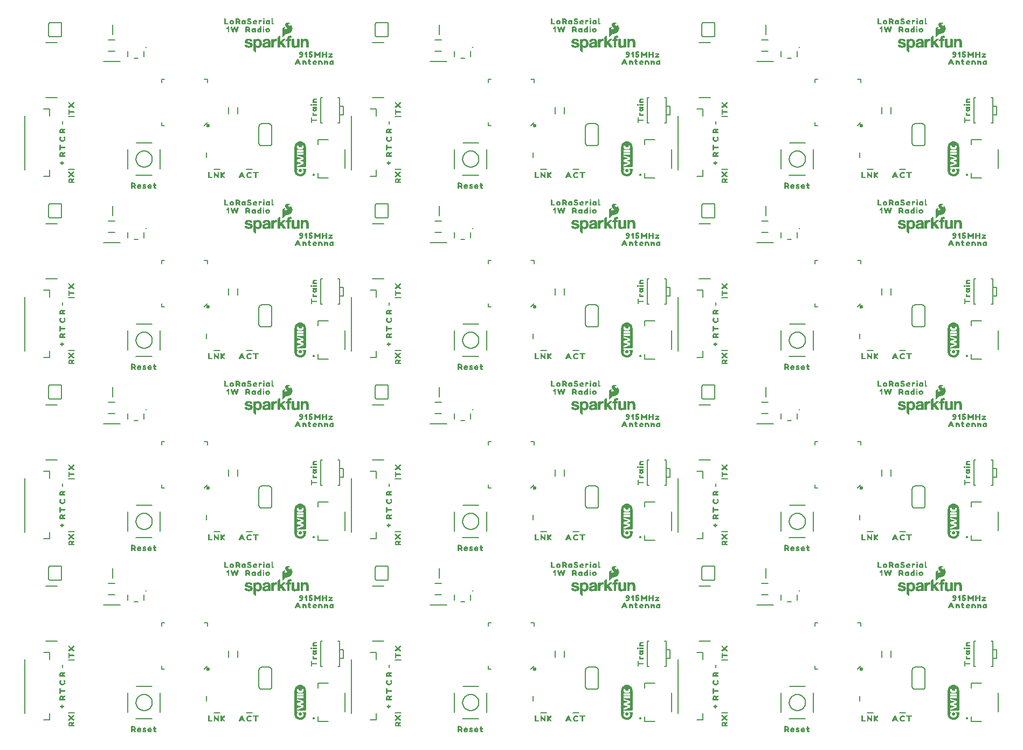
<source format=gto>
G04 EAGLE Gerber RS-274X export*
G75*
%MOMM*%
%FSLAX34Y34*%
%LPD*%
%INSilkscreen Top*%
%IPPOS*%
%AMOC8*
5,1,8,0,0,1.08239X$1,22.5*%
G01*
%ADD10C,0.254000*%
%ADD11C,0.203200*%
%ADD12C,0.152400*%
%ADD13C,0.600000*%

G36*
X435836Y307766D02*
X435836Y307766D01*
X435841Y307764D01*
X437421Y307924D01*
X437425Y307927D01*
X437433Y307926D01*
X438951Y308391D01*
X438953Y308394D01*
X438958Y308394D01*
X439438Y308612D01*
X439439Y308614D01*
X439442Y308614D01*
X440373Y309119D01*
X440374Y309121D01*
X440376Y309121D01*
X440820Y309406D01*
X440822Y309409D01*
X440826Y309411D01*
X442041Y310432D01*
X442042Y310437D01*
X442049Y310440D01*
X443059Y311665D01*
X443060Y311670D01*
X443066Y311675D01*
X443830Y313065D01*
X443830Y313069D01*
X443832Y313071D01*
X443833Y313072D01*
X443834Y313073D01*
X444023Y313565D01*
X444023Y313567D01*
X444025Y313569D01*
X444338Y314580D01*
X444338Y314582D01*
X444340Y314584D01*
X444460Y315097D01*
X444459Y315101D01*
X444461Y315105D01*
X444621Y316685D01*
X444619Y316688D01*
X444621Y316691D01*
X444624Y319465D01*
X444613Y319483D01*
X444610Y319504D01*
X444593Y319513D01*
X444587Y319522D01*
X444578Y319520D01*
X444564Y319527D01*
X444177Y319543D01*
X444176Y319542D01*
X444175Y319543D01*
X439940Y319543D01*
X439939Y319543D01*
X439546Y319533D01*
X439535Y319526D01*
X439522Y319528D01*
X439509Y319508D01*
X439489Y319495D01*
X439492Y319482D01*
X439484Y319471D01*
X439499Y319437D01*
X439501Y319428D01*
X439504Y319427D01*
X439505Y319424D01*
X439991Y318993D01*
X440318Y318590D01*
X440581Y318143D01*
X440766Y317658D01*
X440883Y317151D01*
X440936Y316633D01*
X440915Y316112D01*
X440866Y315591D01*
X440747Y315084D01*
X440595Y314585D01*
X440357Y314122D01*
X440096Y313672D01*
X439748Y313284D01*
X439378Y312919D01*
X438955Y312614D01*
X438505Y312353D01*
X438029Y312137D01*
X437533Y311977D01*
X437024Y311851D01*
X436507Y311778D01*
X435984Y311738D01*
X435460Y311733D01*
X434937Y311773D01*
X434419Y311840D01*
X433911Y311966D01*
X433413Y312123D01*
X432938Y312340D01*
X432489Y312602D01*
X432068Y312909D01*
X431700Y313277D01*
X431655Y313327D01*
X431600Y313390D01*
X431544Y313453D01*
X431488Y313516D01*
X431432Y313578D01*
X431354Y313666D01*
X431101Y314121D01*
X430874Y314589D01*
X430722Y315088D01*
X430617Y315598D01*
X430569Y316119D01*
X430560Y316640D01*
X430620Y317158D01*
X430743Y317663D01*
X430934Y318146D01*
X431198Y318593D01*
X431520Y318997D01*
X432068Y319427D01*
X432073Y319442D01*
X432086Y319450D01*
X432083Y319472D01*
X432090Y319492D01*
X432079Y319502D01*
X432077Y319518D01*
X432050Y319530D01*
X432041Y319538D01*
X432035Y319537D01*
X432030Y319540D01*
X431530Y319543D01*
X431001Y319543D01*
X430659Y319546D01*
X430659Y322781D01*
X430659Y322782D01*
X430659Y322799D01*
X444277Y322799D01*
X444279Y322800D01*
X444281Y322800D01*
X444565Y322816D01*
X444582Y322829D01*
X444603Y322832D01*
X444611Y322850D01*
X444620Y322857D01*
X444618Y322866D01*
X444624Y322879D01*
X444624Y353807D01*
X444622Y353810D01*
X444624Y353813D01*
X444473Y355394D01*
X444471Y355396D01*
X444472Y355399D01*
X444375Y355917D01*
X444372Y355920D01*
X444373Y355924D01*
X443891Y357436D01*
X443887Y357440D01*
X443886Y357447D01*
X443129Y358843D01*
X443124Y358845D01*
X443122Y358852D01*
X442123Y360085D01*
X442120Y360086D01*
X442118Y360091D01*
X441736Y360454D01*
X441734Y360455D01*
X441733Y360457D01*
X440916Y361131D01*
X440914Y361131D01*
X440912Y361134D01*
X440481Y361437D01*
X440478Y361437D01*
X440475Y361441D01*
X439073Y362185D01*
X439068Y362185D01*
X439063Y362190D01*
X437546Y362660D01*
X437541Y362659D01*
X437536Y362663D01*
X437013Y362733D01*
X437012Y362733D01*
X437011Y362733D01*
X435957Y362839D01*
X435955Y362838D01*
X435952Y362840D01*
X435425Y362848D01*
X435423Y362846D01*
X435418Y362848D01*
X433838Y362688D01*
X433834Y362684D01*
X433826Y362685D01*
X432310Y362214D01*
X432307Y362211D01*
X432302Y362211D01*
X431824Y361988D01*
X431823Y361986D01*
X431821Y361986D01*
X430890Y361481D01*
X430889Y361479D01*
X430886Y361478D01*
X430446Y361188D01*
X430445Y361186D01*
X430441Y361184D01*
X429624Y360511D01*
X429624Y360509D01*
X429622Y360509D01*
X429229Y360157D01*
X429228Y360153D01*
X429222Y360150D01*
X428212Y358925D01*
X428211Y358920D01*
X428205Y358915D01*
X427446Y357521D01*
X427446Y357517D01*
X427442Y357513D01*
X427259Y357018D01*
X427259Y357017D01*
X427258Y357015D01*
X426944Y356004D01*
X426944Y356002D01*
X426942Y355999D01*
X426828Y355485D01*
X426830Y355482D01*
X426827Y355478D01*
X426721Y354424D01*
X426668Y353899D01*
X426669Y353896D01*
X426668Y353892D01*
X426668Y316841D01*
X426669Y316839D01*
X426668Y316835D01*
X426816Y315255D01*
X426817Y315253D01*
X426816Y315250D01*
X426907Y314731D01*
X426910Y314728D01*
X426909Y314723D01*
X427385Y313208D01*
X427389Y313205D01*
X427390Y313197D01*
X428147Y311802D01*
X428151Y311800D01*
X428153Y311794D01*
X428473Y311374D01*
X428474Y311374D01*
X428474Y311372D01*
X429148Y310556D01*
X429151Y310555D01*
X429153Y310551D01*
X429530Y310183D01*
X429532Y310182D01*
X429534Y310179D01*
X430350Y309506D01*
X430352Y309505D01*
X430354Y309503D01*
X430781Y309195D01*
X430785Y309194D01*
X430788Y309190D01*
X432187Y308440D01*
X432192Y308441D01*
X432198Y308436D01*
X433714Y307965D01*
X433719Y307966D01*
X433724Y307963D01*
X434246Y307886D01*
X434247Y307887D01*
X434249Y307886D01*
X435302Y307779D01*
X435304Y307780D01*
X435306Y307779D01*
X435833Y307764D01*
X435836Y307766D01*
G37*
G36*
X1461996Y23286D02*
X1461996Y23286D01*
X1462001Y23284D01*
X1463581Y23444D01*
X1463585Y23447D01*
X1463593Y23446D01*
X1465111Y23911D01*
X1465113Y23914D01*
X1465118Y23914D01*
X1465598Y24132D01*
X1465599Y24134D01*
X1465602Y24134D01*
X1466533Y24639D01*
X1466534Y24641D01*
X1466536Y24641D01*
X1466980Y24926D01*
X1466982Y24929D01*
X1466986Y24931D01*
X1468201Y25952D01*
X1468202Y25957D01*
X1468209Y25960D01*
X1469219Y27185D01*
X1469220Y27190D01*
X1469226Y27195D01*
X1469990Y28585D01*
X1469990Y28589D01*
X1469992Y28591D01*
X1469993Y28592D01*
X1469994Y28593D01*
X1470183Y29085D01*
X1470183Y29087D01*
X1470185Y29089D01*
X1470498Y30100D01*
X1470498Y30102D01*
X1470500Y30104D01*
X1470620Y30617D01*
X1470619Y30621D01*
X1470621Y30625D01*
X1470781Y32205D01*
X1470779Y32208D01*
X1470781Y32211D01*
X1470784Y34985D01*
X1470773Y35003D01*
X1470770Y35024D01*
X1470753Y35033D01*
X1470747Y35042D01*
X1470738Y35040D01*
X1470724Y35047D01*
X1470337Y35063D01*
X1470336Y35062D01*
X1470335Y35063D01*
X1466100Y35063D01*
X1466099Y35063D01*
X1465706Y35053D01*
X1465695Y35046D01*
X1465682Y35048D01*
X1465669Y35028D01*
X1465649Y35015D01*
X1465652Y35002D01*
X1465644Y34991D01*
X1465659Y34957D01*
X1465661Y34948D01*
X1465664Y34947D01*
X1465665Y34944D01*
X1466151Y34513D01*
X1466478Y34110D01*
X1466741Y33663D01*
X1466926Y33178D01*
X1467043Y32671D01*
X1467096Y32153D01*
X1467075Y31632D01*
X1467026Y31111D01*
X1466907Y30604D01*
X1466755Y30105D01*
X1466517Y29642D01*
X1466256Y29192D01*
X1465908Y28804D01*
X1465538Y28439D01*
X1465115Y28134D01*
X1464665Y27873D01*
X1464189Y27657D01*
X1463693Y27497D01*
X1463184Y27371D01*
X1462667Y27298D01*
X1462144Y27258D01*
X1461620Y27253D01*
X1461097Y27293D01*
X1460579Y27360D01*
X1460071Y27486D01*
X1459573Y27643D01*
X1459098Y27860D01*
X1458649Y28122D01*
X1458228Y28429D01*
X1457860Y28797D01*
X1457815Y28847D01*
X1457760Y28910D01*
X1457704Y28973D01*
X1457648Y29036D01*
X1457592Y29098D01*
X1457514Y29186D01*
X1457261Y29641D01*
X1457034Y30109D01*
X1456882Y30608D01*
X1456777Y31118D01*
X1456729Y31639D01*
X1456720Y32160D01*
X1456780Y32678D01*
X1456903Y33183D01*
X1457094Y33666D01*
X1457358Y34113D01*
X1457680Y34517D01*
X1458228Y34947D01*
X1458233Y34962D01*
X1458246Y34970D01*
X1458243Y34992D01*
X1458250Y35012D01*
X1458239Y35022D01*
X1458237Y35038D01*
X1458210Y35050D01*
X1458201Y35058D01*
X1458195Y35057D01*
X1458190Y35060D01*
X1457690Y35063D01*
X1457161Y35063D01*
X1456819Y35066D01*
X1456819Y38301D01*
X1456819Y38302D01*
X1456819Y38319D01*
X1470437Y38319D01*
X1470439Y38320D01*
X1470441Y38320D01*
X1470725Y38336D01*
X1470742Y38349D01*
X1470763Y38352D01*
X1470771Y38370D01*
X1470780Y38377D01*
X1470778Y38386D01*
X1470784Y38399D01*
X1470784Y69327D01*
X1470782Y69330D01*
X1470784Y69333D01*
X1470633Y70914D01*
X1470631Y70916D01*
X1470632Y70919D01*
X1470535Y71437D01*
X1470532Y71440D01*
X1470533Y71444D01*
X1470051Y72956D01*
X1470047Y72960D01*
X1470046Y72967D01*
X1469289Y74363D01*
X1469284Y74365D01*
X1469282Y74372D01*
X1468283Y75605D01*
X1468280Y75606D01*
X1468278Y75611D01*
X1467896Y75974D01*
X1467894Y75975D01*
X1467893Y75977D01*
X1467076Y76651D01*
X1467074Y76651D01*
X1467072Y76654D01*
X1466641Y76957D01*
X1466638Y76957D01*
X1466635Y76961D01*
X1465233Y77705D01*
X1465228Y77705D01*
X1465223Y77710D01*
X1463706Y78180D01*
X1463701Y78179D01*
X1463696Y78183D01*
X1463173Y78253D01*
X1463172Y78253D01*
X1463171Y78253D01*
X1462117Y78359D01*
X1462115Y78358D01*
X1462112Y78360D01*
X1461585Y78368D01*
X1461583Y78366D01*
X1461578Y78368D01*
X1459998Y78208D01*
X1459994Y78204D01*
X1459986Y78205D01*
X1458470Y77734D01*
X1458467Y77731D01*
X1458462Y77731D01*
X1457984Y77508D01*
X1457983Y77506D01*
X1457981Y77506D01*
X1457050Y77001D01*
X1457049Y76999D01*
X1457046Y76998D01*
X1456606Y76708D01*
X1456605Y76706D01*
X1456601Y76704D01*
X1455784Y76031D01*
X1455784Y76029D01*
X1455782Y76029D01*
X1455389Y75677D01*
X1455388Y75673D01*
X1455382Y75670D01*
X1454372Y74445D01*
X1454371Y74440D01*
X1454365Y74435D01*
X1453606Y73041D01*
X1453606Y73037D01*
X1453602Y73033D01*
X1453419Y72538D01*
X1453419Y72537D01*
X1453418Y72535D01*
X1453104Y71524D01*
X1453104Y71522D01*
X1453102Y71519D01*
X1452988Y71005D01*
X1452990Y71002D01*
X1452987Y70998D01*
X1452881Y69944D01*
X1452828Y69419D01*
X1452829Y69416D01*
X1452828Y69412D01*
X1452828Y32361D01*
X1452829Y32359D01*
X1452828Y32355D01*
X1452976Y30775D01*
X1452977Y30773D01*
X1452976Y30770D01*
X1453067Y30251D01*
X1453070Y30248D01*
X1453069Y30243D01*
X1453545Y28728D01*
X1453549Y28725D01*
X1453550Y28717D01*
X1454307Y27322D01*
X1454311Y27320D01*
X1454313Y27314D01*
X1454633Y26894D01*
X1454634Y26894D01*
X1454634Y26892D01*
X1455308Y26076D01*
X1455311Y26075D01*
X1455313Y26071D01*
X1455690Y25703D01*
X1455692Y25702D01*
X1455694Y25699D01*
X1456510Y25026D01*
X1456512Y25025D01*
X1456514Y25023D01*
X1456941Y24715D01*
X1456945Y24714D01*
X1456948Y24710D01*
X1458347Y23960D01*
X1458352Y23961D01*
X1458358Y23956D01*
X1459874Y23485D01*
X1459879Y23486D01*
X1459884Y23483D01*
X1460406Y23406D01*
X1460407Y23407D01*
X1460409Y23406D01*
X1461462Y23299D01*
X1461464Y23300D01*
X1461466Y23299D01*
X1461993Y23284D01*
X1461996Y23286D01*
G37*
G36*
X435836Y23286D02*
X435836Y23286D01*
X435841Y23284D01*
X437421Y23444D01*
X437425Y23447D01*
X437433Y23446D01*
X438951Y23911D01*
X438953Y23914D01*
X438958Y23914D01*
X439438Y24132D01*
X439439Y24134D01*
X439442Y24134D01*
X440373Y24639D01*
X440374Y24641D01*
X440376Y24641D01*
X440820Y24926D01*
X440822Y24929D01*
X440826Y24931D01*
X442041Y25952D01*
X442042Y25957D01*
X442049Y25960D01*
X443059Y27185D01*
X443060Y27190D01*
X443066Y27195D01*
X443830Y28585D01*
X443830Y28589D01*
X443832Y28591D01*
X443833Y28592D01*
X443834Y28593D01*
X444023Y29085D01*
X444023Y29087D01*
X444025Y29089D01*
X444338Y30100D01*
X444338Y30102D01*
X444340Y30104D01*
X444460Y30617D01*
X444459Y30621D01*
X444461Y30625D01*
X444621Y32205D01*
X444619Y32208D01*
X444621Y32211D01*
X444624Y34985D01*
X444613Y35003D01*
X444610Y35024D01*
X444593Y35033D01*
X444587Y35042D01*
X444578Y35040D01*
X444564Y35047D01*
X444177Y35063D01*
X444176Y35062D01*
X444175Y35063D01*
X439940Y35063D01*
X439939Y35063D01*
X439546Y35053D01*
X439535Y35046D01*
X439522Y35048D01*
X439509Y35028D01*
X439489Y35015D01*
X439492Y35002D01*
X439484Y34991D01*
X439499Y34957D01*
X439501Y34948D01*
X439504Y34947D01*
X439505Y34944D01*
X439991Y34513D01*
X440318Y34110D01*
X440581Y33663D01*
X440766Y33178D01*
X440883Y32671D01*
X440936Y32153D01*
X440915Y31632D01*
X440866Y31111D01*
X440747Y30604D01*
X440595Y30105D01*
X440357Y29642D01*
X440096Y29192D01*
X439748Y28804D01*
X439378Y28439D01*
X438955Y28134D01*
X438505Y27873D01*
X438029Y27657D01*
X437533Y27497D01*
X437024Y27371D01*
X436507Y27298D01*
X435984Y27258D01*
X435460Y27253D01*
X434937Y27293D01*
X434419Y27360D01*
X433911Y27486D01*
X433413Y27643D01*
X432938Y27860D01*
X432489Y28122D01*
X432068Y28429D01*
X431700Y28797D01*
X431655Y28847D01*
X431600Y28910D01*
X431544Y28973D01*
X431488Y29036D01*
X431432Y29098D01*
X431354Y29186D01*
X431101Y29641D01*
X430874Y30109D01*
X430722Y30608D01*
X430617Y31118D01*
X430569Y31639D01*
X430560Y32160D01*
X430620Y32678D01*
X430743Y33183D01*
X430934Y33666D01*
X431198Y34113D01*
X431520Y34517D01*
X432068Y34947D01*
X432073Y34962D01*
X432086Y34970D01*
X432083Y34992D01*
X432090Y35012D01*
X432079Y35022D01*
X432077Y35038D01*
X432050Y35050D01*
X432041Y35058D01*
X432035Y35057D01*
X432030Y35060D01*
X431530Y35063D01*
X431001Y35063D01*
X430659Y35066D01*
X430659Y38301D01*
X430659Y38302D01*
X430659Y38319D01*
X444277Y38319D01*
X444279Y38320D01*
X444281Y38320D01*
X444565Y38336D01*
X444582Y38349D01*
X444603Y38352D01*
X444611Y38370D01*
X444620Y38377D01*
X444618Y38386D01*
X444624Y38399D01*
X444624Y69327D01*
X444622Y69330D01*
X444624Y69333D01*
X444473Y70914D01*
X444471Y70916D01*
X444472Y70919D01*
X444375Y71437D01*
X444372Y71440D01*
X444373Y71444D01*
X443891Y72956D01*
X443887Y72960D01*
X443886Y72967D01*
X443129Y74363D01*
X443124Y74365D01*
X443122Y74372D01*
X442123Y75605D01*
X442120Y75606D01*
X442118Y75611D01*
X441736Y75974D01*
X441734Y75975D01*
X441733Y75977D01*
X440916Y76651D01*
X440914Y76651D01*
X440912Y76654D01*
X440481Y76957D01*
X440478Y76957D01*
X440475Y76961D01*
X439073Y77705D01*
X439068Y77705D01*
X439063Y77710D01*
X437546Y78180D01*
X437541Y78179D01*
X437536Y78183D01*
X437013Y78253D01*
X437012Y78253D01*
X437011Y78253D01*
X435957Y78359D01*
X435955Y78358D01*
X435952Y78360D01*
X435425Y78368D01*
X435423Y78366D01*
X435418Y78368D01*
X433838Y78208D01*
X433834Y78204D01*
X433826Y78205D01*
X432310Y77734D01*
X432307Y77731D01*
X432302Y77731D01*
X431824Y77508D01*
X431823Y77506D01*
X431821Y77506D01*
X430890Y77001D01*
X430889Y76999D01*
X430886Y76998D01*
X430446Y76708D01*
X430445Y76706D01*
X430441Y76704D01*
X429624Y76031D01*
X429624Y76029D01*
X429622Y76029D01*
X429229Y75677D01*
X429228Y75673D01*
X429222Y75670D01*
X428212Y74445D01*
X428211Y74440D01*
X428205Y74435D01*
X427446Y73041D01*
X427446Y73037D01*
X427442Y73033D01*
X427259Y72538D01*
X427259Y72537D01*
X427258Y72535D01*
X426944Y71524D01*
X426944Y71522D01*
X426942Y71519D01*
X426828Y71005D01*
X426830Y71002D01*
X426827Y70998D01*
X426721Y69944D01*
X426668Y69419D01*
X426669Y69416D01*
X426668Y69412D01*
X426668Y32361D01*
X426669Y32359D01*
X426668Y32355D01*
X426816Y30775D01*
X426817Y30773D01*
X426816Y30770D01*
X426907Y30251D01*
X426910Y30248D01*
X426909Y30243D01*
X427385Y28728D01*
X427389Y28725D01*
X427390Y28717D01*
X428147Y27322D01*
X428151Y27320D01*
X428153Y27314D01*
X428473Y26894D01*
X428474Y26894D01*
X428474Y26892D01*
X429148Y26076D01*
X429151Y26075D01*
X429153Y26071D01*
X429530Y25703D01*
X429532Y25702D01*
X429534Y25699D01*
X430350Y25026D01*
X430352Y25025D01*
X430354Y25023D01*
X430781Y24715D01*
X430785Y24714D01*
X430788Y24710D01*
X432187Y23960D01*
X432192Y23961D01*
X432198Y23956D01*
X433714Y23485D01*
X433719Y23486D01*
X433724Y23483D01*
X434246Y23406D01*
X434247Y23407D01*
X434249Y23406D01*
X435302Y23299D01*
X435304Y23300D01*
X435306Y23299D01*
X435833Y23284D01*
X435836Y23286D01*
G37*
G36*
X948916Y23286D02*
X948916Y23286D01*
X948921Y23284D01*
X950501Y23444D01*
X950505Y23447D01*
X950513Y23446D01*
X952031Y23911D01*
X952033Y23914D01*
X952038Y23914D01*
X952518Y24132D01*
X952519Y24134D01*
X952522Y24134D01*
X953453Y24639D01*
X953454Y24641D01*
X953456Y24641D01*
X953900Y24926D01*
X953902Y24929D01*
X953906Y24931D01*
X955121Y25952D01*
X955122Y25957D01*
X955129Y25960D01*
X956139Y27185D01*
X956140Y27190D01*
X956146Y27195D01*
X956910Y28585D01*
X956910Y28589D01*
X956912Y28591D01*
X956913Y28592D01*
X956914Y28593D01*
X957103Y29085D01*
X957103Y29087D01*
X957105Y29089D01*
X957418Y30100D01*
X957418Y30102D01*
X957420Y30104D01*
X957540Y30617D01*
X957539Y30621D01*
X957541Y30625D01*
X957701Y32205D01*
X957699Y32208D01*
X957701Y32211D01*
X957704Y34985D01*
X957693Y35003D01*
X957690Y35024D01*
X957673Y35033D01*
X957667Y35042D01*
X957658Y35040D01*
X957644Y35047D01*
X957257Y35063D01*
X957256Y35062D01*
X957255Y35063D01*
X953020Y35063D01*
X953019Y35063D01*
X952626Y35053D01*
X952615Y35046D01*
X952602Y35048D01*
X952589Y35028D01*
X952569Y35015D01*
X952572Y35002D01*
X952564Y34991D01*
X952579Y34957D01*
X952581Y34948D01*
X952584Y34947D01*
X952585Y34944D01*
X953071Y34513D01*
X953398Y34110D01*
X953661Y33663D01*
X953846Y33178D01*
X953963Y32671D01*
X954016Y32153D01*
X953995Y31632D01*
X953946Y31111D01*
X953827Y30604D01*
X953675Y30105D01*
X953437Y29642D01*
X953176Y29192D01*
X952828Y28804D01*
X952458Y28439D01*
X952035Y28134D01*
X951585Y27873D01*
X951109Y27657D01*
X950613Y27497D01*
X950104Y27371D01*
X949587Y27298D01*
X949064Y27258D01*
X948540Y27253D01*
X948017Y27293D01*
X947499Y27360D01*
X946991Y27486D01*
X946493Y27643D01*
X946018Y27860D01*
X945569Y28122D01*
X945148Y28429D01*
X944780Y28797D01*
X944735Y28847D01*
X944680Y28910D01*
X944624Y28973D01*
X944568Y29036D01*
X944512Y29098D01*
X944434Y29186D01*
X944181Y29641D01*
X943954Y30109D01*
X943802Y30608D01*
X943697Y31118D01*
X943649Y31639D01*
X943640Y32160D01*
X943700Y32678D01*
X943823Y33183D01*
X944014Y33666D01*
X944278Y34113D01*
X944600Y34517D01*
X945148Y34947D01*
X945153Y34962D01*
X945166Y34970D01*
X945163Y34992D01*
X945170Y35012D01*
X945159Y35022D01*
X945157Y35038D01*
X945130Y35050D01*
X945121Y35058D01*
X945115Y35057D01*
X945110Y35060D01*
X944610Y35063D01*
X944081Y35063D01*
X943739Y35066D01*
X943739Y38301D01*
X943739Y38302D01*
X943739Y38319D01*
X957357Y38319D01*
X957359Y38320D01*
X957361Y38320D01*
X957645Y38336D01*
X957662Y38349D01*
X957683Y38352D01*
X957691Y38370D01*
X957700Y38377D01*
X957698Y38386D01*
X957704Y38399D01*
X957704Y69327D01*
X957702Y69330D01*
X957704Y69333D01*
X957553Y70914D01*
X957551Y70916D01*
X957552Y70919D01*
X957455Y71437D01*
X957452Y71440D01*
X957453Y71444D01*
X956971Y72956D01*
X956967Y72960D01*
X956966Y72967D01*
X956209Y74363D01*
X956204Y74365D01*
X956202Y74372D01*
X955203Y75605D01*
X955200Y75606D01*
X955198Y75611D01*
X954816Y75974D01*
X954814Y75975D01*
X954813Y75977D01*
X953996Y76651D01*
X953994Y76651D01*
X953992Y76654D01*
X953561Y76957D01*
X953558Y76957D01*
X953555Y76961D01*
X952153Y77705D01*
X952148Y77705D01*
X952143Y77710D01*
X950626Y78180D01*
X950621Y78179D01*
X950616Y78183D01*
X950093Y78253D01*
X950092Y78253D01*
X950091Y78253D01*
X949037Y78359D01*
X949035Y78358D01*
X949032Y78360D01*
X948505Y78368D01*
X948503Y78366D01*
X948498Y78368D01*
X946918Y78208D01*
X946914Y78204D01*
X946906Y78205D01*
X945390Y77734D01*
X945387Y77731D01*
X945382Y77731D01*
X944904Y77508D01*
X944903Y77506D01*
X944901Y77506D01*
X943970Y77001D01*
X943969Y76999D01*
X943966Y76998D01*
X943526Y76708D01*
X943525Y76706D01*
X943521Y76704D01*
X942704Y76031D01*
X942704Y76029D01*
X942702Y76029D01*
X942309Y75677D01*
X942308Y75673D01*
X942302Y75670D01*
X941292Y74445D01*
X941291Y74440D01*
X941285Y74435D01*
X940526Y73041D01*
X940526Y73037D01*
X940522Y73033D01*
X940339Y72538D01*
X940339Y72537D01*
X940338Y72535D01*
X940024Y71524D01*
X940024Y71522D01*
X940022Y71519D01*
X939908Y71005D01*
X939910Y71002D01*
X939907Y70998D01*
X939801Y69944D01*
X939748Y69419D01*
X939749Y69416D01*
X939748Y69412D01*
X939748Y32361D01*
X939749Y32359D01*
X939748Y32355D01*
X939896Y30775D01*
X939897Y30773D01*
X939896Y30770D01*
X939987Y30251D01*
X939990Y30248D01*
X939989Y30243D01*
X940465Y28728D01*
X940469Y28725D01*
X940470Y28717D01*
X941227Y27322D01*
X941231Y27320D01*
X941233Y27314D01*
X941553Y26894D01*
X941554Y26894D01*
X941554Y26892D01*
X942228Y26076D01*
X942231Y26075D01*
X942233Y26071D01*
X942610Y25703D01*
X942612Y25702D01*
X942614Y25699D01*
X943430Y25026D01*
X943432Y25025D01*
X943434Y25023D01*
X943861Y24715D01*
X943865Y24714D01*
X943868Y24710D01*
X945267Y23960D01*
X945272Y23961D01*
X945278Y23956D01*
X946794Y23485D01*
X946799Y23486D01*
X946804Y23483D01*
X947326Y23406D01*
X947327Y23407D01*
X947329Y23406D01*
X948382Y23299D01*
X948384Y23300D01*
X948386Y23299D01*
X948913Y23284D01*
X948916Y23286D01*
G37*
G36*
X948916Y307766D02*
X948916Y307766D01*
X948921Y307764D01*
X950501Y307924D01*
X950505Y307927D01*
X950513Y307926D01*
X952031Y308391D01*
X952033Y308394D01*
X952038Y308394D01*
X952518Y308612D01*
X952519Y308614D01*
X952522Y308614D01*
X953453Y309119D01*
X953454Y309121D01*
X953456Y309121D01*
X953900Y309406D01*
X953902Y309409D01*
X953906Y309411D01*
X955121Y310432D01*
X955122Y310437D01*
X955129Y310440D01*
X956139Y311665D01*
X956140Y311670D01*
X956146Y311675D01*
X956910Y313065D01*
X956910Y313069D01*
X956912Y313071D01*
X956913Y313072D01*
X956914Y313073D01*
X957103Y313565D01*
X957103Y313567D01*
X957105Y313569D01*
X957418Y314580D01*
X957418Y314582D01*
X957420Y314584D01*
X957540Y315097D01*
X957539Y315101D01*
X957541Y315105D01*
X957701Y316685D01*
X957699Y316688D01*
X957701Y316691D01*
X957704Y319465D01*
X957693Y319483D01*
X957690Y319504D01*
X957673Y319513D01*
X957667Y319522D01*
X957658Y319520D01*
X957644Y319527D01*
X957257Y319543D01*
X957256Y319542D01*
X957255Y319543D01*
X953020Y319543D01*
X953019Y319543D01*
X952626Y319533D01*
X952615Y319526D01*
X952602Y319528D01*
X952589Y319508D01*
X952569Y319495D01*
X952572Y319482D01*
X952564Y319471D01*
X952579Y319437D01*
X952581Y319428D01*
X952584Y319427D01*
X952585Y319424D01*
X953071Y318993D01*
X953398Y318590D01*
X953661Y318143D01*
X953846Y317658D01*
X953963Y317151D01*
X954016Y316633D01*
X953995Y316112D01*
X953946Y315591D01*
X953827Y315084D01*
X953675Y314585D01*
X953437Y314122D01*
X953176Y313672D01*
X952828Y313284D01*
X952458Y312919D01*
X952035Y312614D01*
X951585Y312353D01*
X951109Y312137D01*
X950613Y311977D01*
X950104Y311851D01*
X949587Y311778D01*
X949064Y311738D01*
X948540Y311733D01*
X948017Y311773D01*
X947499Y311840D01*
X946991Y311966D01*
X946493Y312123D01*
X946018Y312340D01*
X945569Y312602D01*
X945148Y312909D01*
X944780Y313277D01*
X944735Y313327D01*
X944680Y313390D01*
X944624Y313453D01*
X944568Y313516D01*
X944512Y313578D01*
X944434Y313666D01*
X944181Y314121D01*
X943954Y314589D01*
X943802Y315088D01*
X943697Y315598D01*
X943649Y316119D01*
X943640Y316640D01*
X943700Y317158D01*
X943823Y317663D01*
X944014Y318146D01*
X944278Y318593D01*
X944600Y318997D01*
X945148Y319427D01*
X945153Y319442D01*
X945166Y319450D01*
X945163Y319472D01*
X945170Y319492D01*
X945159Y319502D01*
X945157Y319518D01*
X945130Y319530D01*
X945121Y319538D01*
X945115Y319537D01*
X945110Y319540D01*
X944610Y319543D01*
X944081Y319543D01*
X943739Y319546D01*
X943739Y322781D01*
X943739Y322782D01*
X943739Y322799D01*
X957357Y322799D01*
X957359Y322800D01*
X957361Y322800D01*
X957645Y322816D01*
X957662Y322829D01*
X957683Y322832D01*
X957691Y322850D01*
X957700Y322857D01*
X957698Y322866D01*
X957704Y322879D01*
X957704Y353807D01*
X957702Y353810D01*
X957704Y353813D01*
X957553Y355394D01*
X957551Y355396D01*
X957552Y355399D01*
X957455Y355917D01*
X957452Y355920D01*
X957453Y355924D01*
X956971Y357436D01*
X956967Y357440D01*
X956966Y357447D01*
X956209Y358843D01*
X956204Y358845D01*
X956202Y358852D01*
X955203Y360085D01*
X955200Y360086D01*
X955198Y360091D01*
X954816Y360454D01*
X954814Y360455D01*
X954813Y360457D01*
X953996Y361131D01*
X953994Y361131D01*
X953992Y361134D01*
X953561Y361437D01*
X953558Y361437D01*
X953555Y361441D01*
X952153Y362185D01*
X952148Y362185D01*
X952143Y362190D01*
X950626Y362660D01*
X950621Y362659D01*
X950616Y362663D01*
X950093Y362733D01*
X950092Y362733D01*
X950091Y362733D01*
X949037Y362839D01*
X949035Y362838D01*
X949032Y362840D01*
X948505Y362848D01*
X948503Y362846D01*
X948498Y362848D01*
X946918Y362688D01*
X946914Y362684D01*
X946906Y362685D01*
X945390Y362214D01*
X945387Y362211D01*
X945382Y362211D01*
X944904Y361988D01*
X944903Y361986D01*
X944901Y361986D01*
X943970Y361481D01*
X943969Y361479D01*
X943966Y361478D01*
X943526Y361188D01*
X943525Y361186D01*
X943521Y361184D01*
X942704Y360511D01*
X942704Y360509D01*
X942702Y360509D01*
X942309Y360157D01*
X942308Y360153D01*
X942302Y360150D01*
X941292Y358925D01*
X941291Y358920D01*
X941285Y358915D01*
X940526Y357521D01*
X940526Y357517D01*
X940522Y357513D01*
X940339Y357018D01*
X940339Y357017D01*
X940338Y357015D01*
X940024Y356004D01*
X940024Y356002D01*
X940022Y355999D01*
X939908Y355485D01*
X939910Y355482D01*
X939907Y355478D01*
X939801Y354424D01*
X939748Y353899D01*
X939749Y353896D01*
X939748Y353892D01*
X939748Y316841D01*
X939749Y316839D01*
X939748Y316835D01*
X939896Y315255D01*
X939897Y315253D01*
X939896Y315250D01*
X939987Y314731D01*
X939990Y314728D01*
X939989Y314723D01*
X940465Y313208D01*
X940469Y313205D01*
X940470Y313197D01*
X941227Y311802D01*
X941231Y311800D01*
X941233Y311794D01*
X941553Y311374D01*
X941554Y311374D01*
X941554Y311372D01*
X942228Y310556D01*
X942231Y310555D01*
X942233Y310551D01*
X942610Y310183D01*
X942612Y310182D01*
X942614Y310179D01*
X943430Y309506D01*
X943432Y309505D01*
X943434Y309503D01*
X943861Y309195D01*
X943865Y309194D01*
X943868Y309190D01*
X945267Y308440D01*
X945272Y308441D01*
X945278Y308436D01*
X946794Y307965D01*
X946799Y307966D01*
X946804Y307963D01*
X947326Y307886D01*
X947327Y307887D01*
X947329Y307886D01*
X948382Y307779D01*
X948384Y307780D01*
X948386Y307779D01*
X948913Y307764D01*
X948916Y307766D01*
G37*
G36*
X1461996Y592246D02*
X1461996Y592246D01*
X1462001Y592244D01*
X1463581Y592404D01*
X1463585Y592407D01*
X1463593Y592406D01*
X1465111Y592871D01*
X1465113Y592874D01*
X1465118Y592874D01*
X1465598Y593092D01*
X1465599Y593094D01*
X1465602Y593094D01*
X1466533Y593599D01*
X1466534Y593601D01*
X1466536Y593601D01*
X1466980Y593886D01*
X1466982Y593889D01*
X1466986Y593891D01*
X1468201Y594912D01*
X1468202Y594917D01*
X1468209Y594920D01*
X1469219Y596145D01*
X1469220Y596150D01*
X1469226Y596155D01*
X1469990Y597545D01*
X1469990Y597549D01*
X1469992Y597551D01*
X1469993Y597552D01*
X1469994Y597553D01*
X1470183Y598045D01*
X1470183Y598047D01*
X1470185Y598049D01*
X1470498Y599060D01*
X1470498Y599062D01*
X1470500Y599064D01*
X1470620Y599577D01*
X1470619Y599581D01*
X1470621Y599585D01*
X1470781Y601165D01*
X1470779Y601168D01*
X1470781Y601171D01*
X1470784Y603945D01*
X1470773Y603963D01*
X1470770Y603984D01*
X1470753Y603993D01*
X1470747Y604002D01*
X1470738Y604000D01*
X1470724Y604007D01*
X1470337Y604023D01*
X1470336Y604022D01*
X1470335Y604023D01*
X1466100Y604023D01*
X1466099Y604023D01*
X1465706Y604013D01*
X1465695Y604006D01*
X1465682Y604008D01*
X1465669Y603988D01*
X1465649Y603975D01*
X1465652Y603962D01*
X1465644Y603951D01*
X1465659Y603917D01*
X1465661Y603908D01*
X1465664Y603907D01*
X1465665Y603904D01*
X1466151Y603473D01*
X1466478Y603070D01*
X1466741Y602623D01*
X1466926Y602138D01*
X1467043Y601631D01*
X1467096Y601113D01*
X1467075Y600592D01*
X1467026Y600071D01*
X1466907Y599564D01*
X1466755Y599065D01*
X1466517Y598602D01*
X1466256Y598152D01*
X1465908Y597764D01*
X1465538Y597399D01*
X1465115Y597094D01*
X1464665Y596833D01*
X1464189Y596617D01*
X1463693Y596457D01*
X1463184Y596331D01*
X1462667Y596258D01*
X1462144Y596218D01*
X1461620Y596213D01*
X1461097Y596253D01*
X1460579Y596320D01*
X1460071Y596446D01*
X1459573Y596603D01*
X1459098Y596820D01*
X1458649Y597082D01*
X1458228Y597389D01*
X1457860Y597757D01*
X1457815Y597807D01*
X1457760Y597870D01*
X1457704Y597933D01*
X1457648Y597996D01*
X1457592Y598058D01*
X1457514Y598146D01*
X1457261Y598601D01*
X1457034Y599069D01*
X1456882Y599568D01*
X1456777Y600078D01*
X1456729Y600599D01*
X1456720Y601120D01*
X1456780Y601638D01*
X1456903Y602143D01*
X1457094Y602626D01*
X1457358Y603073D01*
X1457680Y603477D01*
X1458228Y603907D01*
X1458233Y603922D01*
X1458246Y603930D01*
X1458243Y603952D01*
X1458250Y603972D01*
X1458239Y603982D01*
X1458237Y603998D01*
X1458210Y604010D01*
X1458201Y604018D01*
X1458195Y604017D01*
X1458190Y604020D01*
X1457690Y604023D01*
X1457161Y604023D01*
X1456819Y604026D01*
X1456819Y607261D01*
X1456819Y607262D01*
X1456819Y607279D01*
X1470437Y607279D01*
X1470439Y607280D01*
X1470441Y607280D01*
X1470725Y607296D01*
X1470742Y607309D01*
X1470763Y607312D01*
X1470771Y607330D01*
X1470780Y607337D01*
X1470778Y607346D01*
X1470784Y607359D01*
X1470784Y638287D01*
X1470782Y638290D01*
X1470784Y638293D01*
X1470633Y639874D01*
X1470631Y639876D01*
X1470632Y639879D01*
X1470535Y640397D01*
X1470532Y640400D01*
X1470533Y640404D01*
X1470051Y641916D01*
X1470047Y641920D01*
X1470046Y641927D01*
X1469289Y643323D01*
X1469284Y643325D01*
X1469282Y643332D01*
X1468283Y644565D01*
X1468280Y644566D01*
X1468278Y644571D01*
X1467896Y644934D01*
X1467894Y644935D01*
X1467893Y644937D01*
X1467076Y645611D01*
X1467074Y645611D01*
X1467072Y645614D01*
X1466641Y645917D01*
X1466638Y645917D01*
X1466635Y645921D01*
X1465233Y646665D01*
X1465228Y646665D01*
X1465223Y646670D01*
X1463706Y647140D01*
X1463701Y647139D01*
X1463696Y647143D01*
X1463173Y647213D01*
X1463172Y647213D01*
X1463171Y647213D01*
X1462117Y647319D01*
X1462115Y647318D01*
X1462112Y647320D01*
X1461585Y647328D01*
X1461583Y647326D01*
X1461578Y647328D01*
X1459998Y647168D01*
X1459994Y647164D01*
X1459986Y647165D01*
X1458470Y646694D01*
X1458467Y646691D01*
X1458462Y646691D01*
X1457984Y646468D01*
X1457983Y646466D01*
X1457981Y646466D01*
X1457050Y645961D01*
X1457049Y645959D01*
X1457046Y645958D01*
X1456606Y645668D01*
X1456605Y645666D01*
X1456601Y645664D01*
X1455784Y644991D01*
X1455784Y644989D01*
X1455782Y644989D01*
X1455389Y644637D01*
X1455388Y644633D01*
X1455382Y644630D01*
X1454372Y643405D01*
X1454371Y643400D01*
X1454365Y643395D01*
X1453606Y642001D01*
X1453606Y641997D01*
X1453602Y641993D01*
X1453419Y641498D01*
X1453419Y641497D01*
X1453418Y641495D01*
X1453104Y640484D01*
X1453104Y640482D01*
X1453102Y640479D01*
X1452988Y639965D01*
X1452990Y639962D01*
X1452987Y639958D01*
X1452881Y638904D01*
X1452828Y638379D01*
X1452829Y638376D01*
X1452828Y638372D01*
X1452828Y601321D01*
X1452829Y601319D01*
X1452828Y601315D01*
X1452976Y599735D01*
X1452977Y599733D01*
X1452976Y599730D01*
X1453067Y599211D01*
X1453070Y599208D01*
X1453069Y599203D01*
X1453545Y597688D01*
X1453549Y597685D01*
X1453550Y597677D01*
X1454307Y596282D01*
X1454311Y596280D01*
X1454313Y596274D01*
X1454633Y595854D01*
X1454634Y595854D01*
X1454634Y595852D01*
X1455308Y595036D01*
X1455311Y595035D01*
X1455313Y595031D01*
X1455690Y594663D01*
X1455692Y594662D01*
X1455694Y594659D01*
X1456510Y593986D01*
X1456512Y593985D01*
X1456514Y593983D01*
X1456941Y593675D01*
X1456945Y593674D01*
X1456948Y593670D01*
X1458347Y592920D01*
X1458352Y592921D01*
X1458358Y592916D01*
X1459874Y592445D01*
X1459879Y592446D01*
X1459884Y592443D01*
X1460406Y592366D01*
X1460407Y592367D01*
X1460409Y592366D01*
X1461462Y592259D01*
X1461464Y592260D01*
X1461466Y592259D01*
X1461993Y592244D01*
X1461996Y592246D01*
G37*
G36*
X948916Y592246D02*
X948916Y592246D01*
X948921Y592244D01*
X950501Y592404D01*
X950505Y592407D01*
X950513Y592406D01*
X952031Y592871D01*
X952033Y592874D01*
X952038Y592874D01*
X952518Y593092D01*
X952519Y593094D01*
X952522Y593094D01*
X953453Y593599D01*
X953454Y593601D01*
X953456Y593601D01*
X953900Y593886D01*
X953902Y593889D01*
X953906Y593891D01*
X955121Y594912D01*
X955122Y594917D01*
X955129Y594920D01*
X956139Y596145D01*
X956140Y596150D01*
X956146Y596155D01*
X956910Y597545D01*
X956910Y597549D01*
X956912Y597551D01*
X956913Y597552D01*
X956914Y597553D01*
X957103Y598045D01*
X957103Y598047D01*
X957105Y598049D01*
X957418Y599060D01*
X957418Y599062D01*
X957420Y599064D01*
X957540Y599577D01*
X957539Y599581D01*
X957541Y599585D01*
X957701Y601165D01*
X957699Y601168D01*
X957701Y601171D01*
X957704Y603945D01*
X957693Y603963D01*
X957690Y603984D01*
X957673Y603993D01*
X957667Y604002D01*
X957658Y604000D01*
X957644Y604007D01*
X957257Y604023D01*
X957256Y604022D01*
X957255Y604023D01*
X953020Y604023D01*
X953019Y604023D01*
X952626Y604013D01*
X952615Y604006D01*
X952602Y604008D01*
X952589Y603988D01*
X952569Y603975D01*
X952572Y603962D01*
X952564Y603951D01*
X952579Y603917D01*
X952581Y603908D01*
X952584Y603907D01*
X952585Y603904D01*
X953071Y603473D01*
X953398Y603070D01*
X953661Y602623D01*
X953846Y602138D01*
X953963Y601631D01*
X954016Y601113D01*
X953995Y600592D01*
X953946Y600071D01*
X953827Y599564D01*
X953675Y599065D01*
X953437Y598602D01*
X953176Y598152D01*
X952828Y597764D01*
X952458Y597399D01*
X952035Y597094D01*
X951585Y596833D01*
X951109Y596617D01*
X950613Y596457D01*
X950104Y596331D01*
X949587Y596258D01*
X949064Y596218D01*
X948540Y596213D01*
X948017Y596253D01*
X947499Y596320D01*
X946991Y596446D01*
X946493Y596603D01*
X946018Y596820D01*
X945569Y597082D01*
X945148Y597389D01*
X944780Y597757D01*
X944735Y597807D01*
X944680Y597870D01*
X944624Y597933D01*
X944568Y597996D01*
X944512Y598058D01*
X944434Y598146D01*
X944181Y598601D01*
X943954Y599069D01*
X943802Y599568D01*
X943697Y600078D01*
X943649Y600599D01*
X943640Y601120D01*
X943700Y601638D01*
X943823Y602143D01*
X944014Y602626D01*
X944278Y603073D01*
X944600Y603477D01*
X945148Y603907D01*
X945153Y603922D01*
X945166Y603930D01*
X945163Y603952D01*
X945170Y603972D01*
X945159Y603982D01*
X945157Y603998D01*
X945130Y604010D01*
X945121Y604018D01*
X945115Y604017D01*
X945110Y604020D01*
X944610Y604023D01*
X944081Y604023D01*
X943739Y604026D01*
X943739Y607261D01*
X943739Y607262D01*
X943739Y607279D01*
X957357Y607279D01*
X957359Y607280D01*
X957361Y607280D01*
X957645Y607296D01*
X957662Y607309D01*
X957683Y607312D01*
X957691Y607330D01*
X957700Y607337D01*
X957698Y607346D01*
X957704Y607359D01*
X957704Y638287D01*
X957702Y638290D01*
X957704Y638293D01*
X957553Y639874D01*
X957551Y639876D01*
X957552Y639879D01*
X957455Y640397D01*
X957452Y640400D01*
X957453Y640404D01*
X956971Y641916D01*
X956967Y641920D01*
X956966Y641927D01*
X956209Y643323D01*
X956204Y643325D01*
X956202Y643332D01*
X955203Y644565D01*
X955200Y644566D01*
X955198Y644571D01*
X954816Y644934D01*
X954814Y644935D01*
X954813Y644937D01*
X953996Y645611D01*
X953994Y645611D01*
X953992Y645614D01*
X953561Y645917D01*
X953558Y645917D01*
X953555Y645921D01*
X952153Y646665D01*
X952148Y646665D01*
X952143Y646670D01*
X950626Y647140D01*
X950621Y647139D01*
X950616Y647143D01*
X950093Y647213D01*
X950092Y647213D01*
X950091Y647213D01*
X949037Y647319D01*
X949035Y647318D01*
X949032Y647320D01*
X948505Y647328D01*
X948503Y647326D01*
X948498Y647328D01*
X946918Y647168D01*
X946914Y647164D01*
X946906Y647165D01*
X945390Y646694D01*
X945387Y646691D01*
X945382Y646691D01*
X944904Y646468D01*
X944903Y646466D01*
X944901Y646466D01*
X943970Y645961D01*
X943969Y645959D01*
X943966Y645958D01*
X943526Y645668D01*
X943525Y645666D01*
X943521Y645664D01*
X942704Y644991D01*
X942704Y644989D01*
X942702Y644989D01*
X942309Y644637D01*
X942308Y644633D01*
X942302Y644630D01*
X941292Y643405D01*
X941291Y643400D01*
X941285Y643395D01*
X940526Y642001D01*
X940526Y641997D01*
X940522Y641993D01*
X940339Y641498D01*
X940339Y641497D01*
X940338Y641495D01*
X940024Y640484D01*
X940024Y640482D01*
X940022Y640479D01*
X939908Y639965D01*
X939910Y639962D01*
X939907Y639958D01*
X939801Y638904D01*
X939748Y638379D01*
X939749Y638376D01*
X939748Y638372D01*
X939748Y601321D01*
X939749Y601319D01*
X939748Y601315D01*
X939896Y599735D01*
X939897Y599733D01*
X939896Y599730D01*
X939987Y599211D01*
X939990Y599208D01*
X939989Y599203D01*
X940465Y597688D01*
X940469Y597685D01*
X940470Y597677D01*
X941227Y596282D01*
X941231Y596280D01*
X941233Y596274D01*
X941553Y595854D01*
X941554Y595854D01*
X941554Y595852D01*
X942228Y595036D01*
X942231Y595035D01*
X942233Y595031D01*
X942610Y594663D01*
X942612Y594662D01*
X942614Y594659D01*
X943430Y593986D01*
X943432Y593985D01*
X943434Y593983D01*
X943861Y593675D01*
X943865Y593674D01*
X943868Y593670D01*
X945267Y592920D01*
X945272Y592921D01*
X945278Y592916D01*
X946794Y592445D01*
X946799Y592446D01*
X946804Y592443D01*
X947326Y592366D01*
X947327Y592367D01*
X947329Y592366D01*
X948382Y592259D01*
X948384Y592260D01*
X948386Y592259D01*
X948913Y592244D01*
X948916Y592246D01*
G37*
G36*
X435836Y592246D02*
X435836Y592246D01*
X435841Y592244D01*
X437421Y592404D01*
X437425Y592407D01*
X437433Y592406D01*
X438951Y592871D01*
X438953Y592874D01*
X438958Y592874D01*
X439438Y593092D01*
X439439Y593094D01*
X439442Y593094D01*
X440373Y593599D01*
X440374Y593601D01*
X440376Y593601D01*
X440820Y593886D01*
X440822Y593889D01*
X440826Y593891D01*
X442041Y594912D01*
X442042Y594917D01*
X442049Y594920D01*
X443059Y596145D01*
X443060Y596150D01*
X443066Y596155D01*
X443830Y597545D01*
X443830Y597549D01*
X443832Y597551D01*
X443833Y597552D01*
X443834Y597553D01*
X444023Y598045D01*
X444023Y598047D01*
X444025Y598049D01*
X444338Y599060D01*
X444338Y599062D01*
X444340Y599064D01*
X444460Y599577D01*
X444459Y599581D01*
X444461Y599585D01*
X444621Y601165D01*
X444619Y601168D01*
X444621Y601171D01*
X444624Y603945D01*
X444613Y603963D01*
X444610Y603984D01*
X444593Y603993D01*
X444587Y604002D01*
X444578Y604000D01*
X444564Y604007D01*
X444177Y604023D01*
X444176Y604022D01*
X444175Y604023D01*
X439940Y604023D01*
X439939Y604023D01*
X439546Y604013D01*
X439535Y604006D01*
X439522Y604008D01*
X439509Y603988D01*
X439489Y603975D01*
X439492Y603962D01*
X439484Y603951D01*
X439499Y603917D01*
X439501Y603908D01*
X439504Y603907D01*
X439505Y603904D01*
X439991Y603473D01*
X440318Y603070D01*
X440581Y602623D01*
X440766Y602138D01*
X440883Y601631D01*
X440936Y601113D01*
X440915Y600592D01*
X440866Y600071D01*
X440747Y599564D01*
X440595Y599065D01*
X440357Y598602D01*
X440096Y598152D01*
X439748Y597764D01*
X439378Y597399D01*
X438955Y597094D01*
X438505Y596833D01*
X438029Y596617D01*
X437533Y596457D01*
X437024Y596331D01*
X436507Y596258D01*
X435984Y596218D01*
X435460Y596213D01*
X434937Y596253D01*
X434419Y596320D01*
X433911Y596446D01*
X433413Y596603D01*
X432938Y596820D01*
X432489Y597082D01*
X432068Y597389D01*
X431700Y597757D01*
X431655Y597807D01*
X431600Y597870D01*
X431544Y597933D01*
X431488Y597996D01*
X431432Y598058D01*
X431354Y598146D01*
X431101Y598601D01*
X430874Y599069D01*
X430722Y599568D01*
X430617Y600078D01*
X430569Y600599D01*
X430560Y601120D01*
X430620Y601638D01*
X430743Y602143D01*
X430934Y602626D01*
X431198Y603073D01*
X431520Y603477D01*
X432068Y603907D01*
X432073Y603922D01*
X432086Y603930D01*
X432083Y603952D01*
X432090Y603972D01*
X432079Y603982D01*
X432077Y603998D01*
X432050Y604010D01*
X432041Y604018D01*
X432035Y604017D01*
X432030Y604020D01*
X431530Y604023D01*
X431001Y604023D01*
X430659Y604026D01*
X430659Y607261D01*
X430659Y607262D01*
X430659Y607279D01*
X444277Y607279D01*
X444279Y607280D01*
X444281Y607280D01*
X444565Y607296D01*
X444582Y607309D01*
X444603Y607312D01*
X444611Y607330D01*
X444620Y607337D01*
X444618Y607346D01*
X444624Y607359D01*
X444624Y638287D01*
X444622Y638290D01*
X444624Y638293D01*
X444473Y639874D01*
X444471Y639876D01*
X444472Y639879D01*
X444375Y640397D01*
X444372Y640400D01*
X444373Y640404D01*
X443891Y641916D01*
X443887Y641920D01*
X443886Y641927D01*
X443129Y643323D01*
X443124Y643325D01*
X443122Y643332D01*
X442123Y644565D01*
X442120Y644566D01*
X442118Y644571D01*
X441736Y644934D01*
X441734Y644935D01*
X441733Y644937D01*
X440916Y645611D01*
X440914Y645611D01*
X440912Y645614D01*
X440481Y645917D01*
X440478Y645917D01*
X440475Y645921D01*
X439073Y646665D01*
X439068Y646665D01*
X439063Y646670D01*
X437546Y647140D01*
X437541Y647139D01*
X437536Y647143D01*
X437013Y647213D01*
X437012Y647213D01*
X437011Y647213D01*
X435957Y647319D01*
X435955Y647318D01*
X435952Y647320D01*
X435425Y647328D01*
X435423Y647326D01*
X435418Y647328D01*
X433838Y647168D01*
X433834Y647164D01*
X433826Y647165D01*
X432310Y646694D01*
X432307Y646691D01*
X432302Y646691D01*
X431824Y646468D01*
X431823Y646466D01*
X431821Y646466D01*
X430890Y645961D01*
X430889Y645959D01*
X430886Y645958D01*
X430446Y645668D01*
X430445Y645666D01*
X430441Y645664D01*
X429624Y644991D01*
X429624Y644989D01*
X429622Y644989D01*
X429229Y644637D01*
X429228Y644633D01*
X429222Y644630D01*
X428212Y643405D01*
X428211Y643400D01*
X428205Y643395D01*
X427446Y642001D01*
X427446Y641997D01*
X427442Y641993D01*
X427259Y641498D01*
X427259Y641497D01*
X427258Y641495D01*
X426944Y640484D01*
X426944Y640482D01*
X426942Y640479D01*
X426828Y639965D01*
X426830Y639962D01*
X426827Y639958D01*
X426721Y638904D01*
X426668Y638379D01*
X426669Y638376D01*
X426668Y638372D01*
X426668Y601321D01*
X426669Y601319D01*
X426668Y601315D01*
X426816Y599735D01*
X426817Y599733D01*
X426816Y599730D01*
X426907Y599211D01*
X426910Y599208D01*
X426909Y599203D01*
X427385Y597688D01*
X427389Y597685D01*
X427390Y597677D01*
X428147Y596282D01*
X428151Y596280D01*
X428153Y596274D01*
X428473Y595854D01*
X428474Y595854D01*
X428474Y595852D01*
X429148Y595036D01*
X429151Y595035D01*
X429153Y595031D01*
X429530Y594663D01*
X429532Y594662D01*
X429534Y594659D01*
X430350Y593986D01*
X430352Y593985D01*
X430354Y593983D01*
X430781Y593675D01*
X430785Y593674D01*
X430788Y593670D01*
X432187Y592920D01*
X432192Y592921D01*
X432198Y592916D01*
X433714Y592445D01*
X433719Y592446D01*
X433724Y592443D01*
X434246Y592366D01*
X434247Y592367D01*
X434249Y592366D01*
X435302Y592259D01*
X435304Y592260D01*
X435306Y592259D01*
X435833Y592244D01*
X435836Y592246D01*
G37*
G36*
X435836Y876726D02*
X435836Y876726D01*
X435841Y876724D01*
X437421Y876884D01*
X437425Y876887D01*
X437433Y876886D01*
X438951Y877351D01*
X438953Y877354D01*
X438958Y877354D01*
X439438Y877572D01*
X439439Y877574D01*
X439442Y877574D01*
X440373Y878079D01*
X440374Y878081D01*
X440376Y878081D01*
X440820Y878366D01*
X440822Y878369D01*
X440826Y878371D01*
X442041Y879392D01*
X442042Y879397D01*
X442049Y879400D01*
X443059Y880625D01*
X443060Y880630D01*
X443066Y880635D01*
X443830Y882025D01*
X443830Y882029D01*
X443832Y882031D01*
X443833Y882032D01*
X443834Y882033D01*
X444023Y882525D01*
X444023Y882527D01*
X444025Y882529D01*
X444338Y883540D01*
X444338Y883542D01*
X444340Y883544D01*
X444460Y884057D01*
X444459Y884061D01*
X444461Y884065D01*
X444621Y885645D01*
X444619Y885648D01*
X444621Y885651D01*
X444624Y888425D01*
X444613Y888443D01*
X444610Y888464D01*
X444593Y888473D01*
X444587Y888482D01*
X444578Y888480D01*
X444564Y888487D01*
X444177Y888503D01*
X444176Y888502D01*
X444175Y888503D01*
X439940Y888503D01*
X439939Y888503D01*
X439546Y888493D01*
X439535Y888486D01*
X439522Y888488D01*
X439509Y888468D01*
X439489Y888455D01*
X439492Y888442D01*
X439484Y888431D01*
X439499Y888397D01*
X439501Y888388D01*
X439504Y888387D01*
X439505Y888384D01*
X439991Y887953D01*
X440318Y887550D01*
X440581Y887103D01*
X440766Y886618D01*
X440883Y886111D01*
X440936Y885593D01*
X440915Y885072D01*
X440866Y884551D01*
X440747Y884044D01*
X440595Y883545D01*
X440357Y883082D01*
X440096Y882632D01*
X439748Y882244D01*
X439378Y881879D01*
X438955Y881574D01*
X438505Y881313D01*
X438029Y881097D01*
X437533Y880937D01*
X437024Y880811D01*
X436507Y880738D01*
X435984Y880698D01*
X435460Y880693D01*
X434937Y880733D01*
X434419Y880800D01*
X433911Y880926D01*
X433413Y881083D01*
X432938Y881300D01*
X432489Y881562D01*
X432068Y881869D01*
X431700Y882237D01*
X431655Y882287D01*
X431600Y882350D01*
X431544Y882413D01*
X431488Y882476D01*
X431432Y882538D01*
X431354Y882626D01*
X431101Y883081D01*
X430874Y883549D01*
X430722Y884048D01*
X430617Y884558D01*
X430569Y885079D01*
X430560Y885600D01*
X430620Y886118D01*
X430743Y886623D01*
X430934Y887106D01*
X431198Y887553D01*
X431520Y887957D01*
X432068Y888387D01*
X432073Y888402D01*
X432086Y888410D01*
X432083Y888432D01*
X432090Y888452D01*
X432079Y888462D01*
X432077Y888478D01*
X432050Y888490D01*
X432041Y888498D01*
X432035Y888497D01*
X432030Y888500D01*
X431530Y888503D01*
X431001Y888503D01*
X430659Y888506D01*
X430659Y891741D01*
X430659Y891742D01*
X430659Y891759D01*
X444277Y891759D01*
X444279Y891760D01*
X444281Y891760D01*
X444565Y891776D01*
X444582Y891789D01*
X444603Y891792D01*
X444611Y891810D01*
X444620Y891817D01*
X444618Y891826D01*
X444624Y891839D01*
X444624Y922767D01*
X444622Y922770D01*
X444624Y922773D01*
X444473Y924354D01*
X444471Y924356D01*
X444472Y924359D01*
X444375Y924877D01*
X444372Y924880D01*
X444373Y924884D01*
X443891Y926396D01*
X443887Y926400D01*
X443886Y926407D01*
X443129Y927803D01*
X443124Y927805D01*
X443122Y927812D01*
X442123Y929045D01*
X442120Y929046D01*
X442118Y929051D01*
X441736Y929414D01*
X441734Y929415D01*
X441733Y929417D01*
X440916Y930091D01*
X440914Y930091D01*
X440912Y930094D01*
X440481Y930397D01*
X440478Y930397D01*
X440475Y930401D01*
X439073Y931145D01*
X439068Y931145D01*
X439063Y931150D01*
X437546Y931620D01*
X437541Y931619D01*
X437536Y931623D01*
X437013Y931693D01*
X437012Y931693D01*
X437011Y931693D01*
X435957Y931799D01*
X435955Y931798D01*
X435952Y931800D01*
X435425Y931808D01*
X435423Y931806D01*
X435418Y931808D01*
X433838Y931648D01*
X433834Y931644D01*
X433826Y931645D01*
X432310Y931174D01*
X432307Y931171D01*
X432302Y931171D01*
X431824Y930948D01*
X431823Y930946D01*
X431821Y930946D01*
X430890Y930441D01*
X430889Y930439D01*
X430886Y930438D01*
X430446Y930148D01*
X430445Y930146D01*
X430441Y930144D01*
X429624Y929471D01*
X429624Y929469D01*
X429622Y929469D01*
X429229Y929117D01*
X429228Y929113D01*
X429222Y929110D01*
X428212Y927885D01*
X428211Y927880D01*
X428205Y927875D01*
X427446Y926481D01*
X427446Y926477D01*
X427442Y926473D01*
X427259Y925978D01*
X427259Y925977D01*
X427258Y925975D01*
X426944Y924964D01*
X426944Y924962D01*
X426942Y924959D01*
X426828Y924445D01*
X426830Y924442D01*
X426827Y924438D01*
X426721Y923384D01*
X426668Y922859D01*
X426669Y922856D01*
X426668Y922852D01*
X426668Y885801D01*
X426669Y885799D01*
X426668Y885795D01*
X426816Y884215D01*
X426817Y884213D01*
X426816Y884210D01*
X426907Y883691D01*
X426910Y883688D01*
X426909Y883683D01*
X427385Y882168D01*
X427389Y882165D01*
X427390Y882157D01*
X428147Y880762D01*
X428151Y880760D01*
X428153Y880754D01*
X428473Y880334D01*
X428474Y880334D01*
X428474Y880332D01*
X429148Y879516D01*
X429151Y879515D01*
X429153Y879511D01*
X429530Y879143D01*
X429532Y879142D01*
X429534Y879139D01*
X430350Y878466D01*
X430352Y878465D01*
X430354Y878463D01*
X430781Y878155D01*
X430785Y878154D01*
X430788Y878150D01*
X432187Y877400D01*
X432192Y877401D01*
X432198Y877396D01*
X433714Y876925D01*
X433719Y876926D01*
X433724Y876923D01*
X434246Y876846D01*
X434247Y876847D01*
X434249Y876846D01*
X435302Y876739D01*
X435304Y876740D01*
X435306Y876739D01*
X435833Y876724D01*
X435836Y876726D01*
G37*
G36*
X948916Y876726D02*
X948916Y876726D01*
X948921Y876724D01*
X950501Y876884D01*
X950505Y876887D01*
X950513Y876886D01*
X952031Y877351D01*
X952033Y877354D01*
X952038Y877354D01*
X952518Y877572D01*
X952519Y877574D01*
X952522Y877574D01*
X953453Y878079D01*
X953454Y878081D01*
X953456Y878081D01*
X953900Y878366D01*
X953902Y878369D01*
X953906Y878371D01*
X955121Y879392D01*
X955122Y879397D01*
X955129Y879400D01*
X956139Y880625D01*
X956140Y880630D01*
X956146Y880635D01*
X956910Y882025D01*
X956910Y882029D01*
X956912Y882031D01*
X956913Y882032D01*
X956914Y882033D01*
X957103Y882525D01*
X957103Y882527D01*
X957105Y882529D01*
X957418Y883540D01*
X957418Y883542D01*
X957420Y883544D01*
X957540Y884057D01*
X957539Y884061D01*
X957541Y884065D01*
X957701Y885645D01*
X957699Y885648D01*
X957701Y885651D01*
X957704Y888425D01*
X957693Y888443D01*
X957690Y888464D01*
X957673Y888473D01*
X957667Y888482D01*
X957658Y888480D01*
X957644Y888487D01*
X957257Y888503D01*
X957256Y888502D01*
X957255Y888503D01*
X953020Y888503D01*
X953019Y888503D01*
X952626Y888493D01*
X952615Y888486D01*
X952602Y888488D01*
X952589Y888468D01*
X952569Y888455D01*
X952572Y888442D01*
X952564Y888431D01*
X952579Y888397D01*
X952581Y888388D01*
X952584Y888387D01*
X952585Y888384D01*
X953071Y887953D01*
X953398Y887550D01*
X953661Y887103D01*
X953846Y886618D01*
X953963Y886111D01*
X954016Y885593D01*
X953995Y885072D01*
X953946Y884551D01*
X953827Y884044D01*
X953675Y883545D01*
X953437Y883082D01*
X953176Y882632D01*
X952828Y882244D01*
X952458Y881879D01*
X952035Y881574D01*
X951585Y881313D01*
X951109Y881097D01*
X950613Y880937D01*
X950104Y880811D01*
X949587Y880738D01*
X949064Y880698D01*
X948540Y880693D01*
X948017Y880733D01*
X947499Y880800D01*
X946991Y880926D01*
X946493Y881083D01*
X946018Y881300D01*
X945569Y881562D01*
X945148Y881869D01*
X944780Y882237D01*
X944735Y882287D01*
X944680Y882350D01*
X944624Y882413D01*
X944568Y882476D01*
X944512Y882538D01*
X944434Y882626D01*
X944181Y883081D01*
X943954Y883549D01*
X943802Y884048D01*
X943697Y884558D01*
X943649Y885079D01*
X943640Y885600D01*
X943700Y886118D01*
X943823Y886623D01*
X944014Y887106D01*
X944278Y887553D01*
X944600Y887957D01*
X945148Y888387D01*
X945153Y888402D01*
X945166Y888410D01*
X945163Y888432D01*
X945170Y888452D01*
X945159Y888462D01*
X945157Y888478D01*
X945130Y888490D01*
X945121Y888498D01*
X945115Y888497D01*
X945110Y888500D01*
X944610Y888503D01*
X944081Y888503D01*
X943739Y888506D01*
X943739Y891741D01*
X943739Y891742D01*
X943739Y891759D01*
X957357Y891759D01*
X957359Y891760D01*
X957361Y891760D01*
X957645Y891776D01*
X957662Y891789D01*
X957683Y891792D01*
X957691Y891810D01*
X957700Y891817D01*
X957698Y891826D01*
X957704Y891839D01*
X957704Y922767D01*
X957702Y922770D01*
X957704Y922773D01*
X957553Y924354D01*
X957551Y924356D01*
X957552Y924359D01*
X957455Y924877D01*
X957452Y924880D01*
X957453Y924884D01*
X956971Y926396D01*
X956967Y926400D01*
X956966Y926407D01*
X956209Y927803D01*
X956204Y927805D01*
X956202Y927812D01*
X955203Y929045D01*
X955200Y929046D01*
X955198Y929051D01*
X954816Y929414D01*
X954814Y929415D01*
X954813Y929417D01*
X953996Y930091D01*
X953994Y930091D01*
X953992Y930094D01*
X953561Y930397D01*
X953558Y930397D01*
X953555Y930401D01*
X952153Y931145D01*
X952148Y931145D01*
X952143Y931150D01*
X950626Y931620D01*
X950621Y931619D01*
X950616Y931623D01*
X950093Y931693D01*
X950092Y931693D01*
X950091Y931693D01*
X949037Y931799D01*
X949035Y931798D01*
X949032Y931800D01*
X948505Y931808D01*
X948503Y931806D01*
X948498Y931808D01*
X946918Y931648D01*
X946914Y931644D01*
X946906Y931645D01*
X945390Y931174D01*
X945387Y931171D01*
X945382Y931171D01*
X944904Y930948D01*
X944903Y930946D01*
X944901Y930946D01*
X943970Y930441D01*
X943969Y930439D01*
X943966Y930438D01*
X943526Y930148D01*
X943525Y930146D01*
X943521Y930144D01*
X942704Y929471D01*
X942704Y929469D01*
X942702Y929469D01*
X942309Y929117D01*
X942308Y929113D01*
X942302Y929110D01*
X941292Y927885D01*
X941291Y927880D01*
X941285Y927875D01*
X940526Y926481D01*
X940526Y926477D01*
X940522Y926473D01*
X940339Y925978D01*
X940339Y925977D01*
X940338Y925975D01*
X940024Y924964D01*
X940024Y924962D01*
X940022Y924959D01*
X939908Y924445D01*
X939910Y924442D01*
X939907Y924438D01*
X939801Y923384D01*
X939748Y922859D01*
X939749Y922856D01*
X939748Y922852D01*
X939748Y885801D01*
X939749Y885799D01*
X939748Y885795D01*
X939896Y884215D01*
X939897Y884213D01*
X939896Y884210D01*
X939987Y883691D01*
X939990Y883688D01*
X939989Y883683D01*
X940465Y882168D01*
X940469Y882165D01*
X940470Y882157D01*
X941227Y880762D01*
X941231Y880760D01*
X941233Y880754D01*
X941553Y880334D01*
X941554Y880334D01*
X941554Y880332D01*
X942228Y879516D01*
X942231Y879515D01*
X942233Y879511D01*
X942610Y879143D01*
X942612Y879142D01*
X942614Y879139D01*
X943430Y878466D01*
X943432Y878465D01*
X943434Y878463D01*
X943861Y878155D01*
X943865Y878154D01*
X943868Y878150D01*
X945267Y877400D01*
X945272Y877401D01*
X945278Y877396D01*
X946794Y876925D01*
X946799Y876926D01*
X946804Y876923D01*
X947326Y876846D01*
X947327Y876847D01*
X947329Y876846D01*
X948382Y876739D01*
X948384Y876740D01*
X948386Y876739D01*
X948913Y876724D01*
X948916Y876726D01*
G37*
G36*
X1461996Y307766D02*
X1461996Y307766D01*
X1462001Y307764D01*
X1463581Y307924D01*
X1463585Y307927D01*
X1463593Y307926D01*
X1465111Y308391D01*
X1465113Y308394D01*
X1465118Y308394D01*
X1465598Y308612D01*
X1465599Y308614D01*
X1465602Y308614D01*
X1466533Y309119D01*
X1466534Y309121D01*
X1466536Y309121D01*
X1466980Y309406D01*
X1466982Y309409D01*
X1466986Y309411D01*
X1468201Y310432D01*
X1468202Y310437D01*
X1468209Y310440D01*
X1469219Y311665D01*
X1469220Y311670D01*
X1469226Y311675D01*
X1469990Y313065D01*
X1469990Y313069D01*
X1469992Y313071D01*
X1469993Y313072D01*
X1469994Y313073D01*
X1470183Y313565D01*
X1470183Y313567D01*
X1470185Y313569D01*
X1470498Y314580D01*
X1470498Y314582D01*
X1470500Y314584D01*
X1470620Y315097D01*
X1470619Y315101D01*
X1470621Y315105D01*
X1470781Y316685D01*
X1470779Y316688D01*
X1470781Y316691D01*
X1470784Y319465D01*
X1470773Y319483D01*
X1470770Y319504D01*
X1470753Y319513D01*
X1470747Y319522D01*
X1470738Y319520D01*
X1470724Y319527D01*
X1470337Y319543D01*
X1470336Y319542D01*
X1470335Y319543D01*
X1466100Y319543D01*
X1466099Y319543D01*
X1465706Y319533D01*
X1465695Y319526D01*
X1465682Y319528D01*
X1465669Y319508D01*
X1465649Y319495D01*
X1465652Y319482D01*
X1465644Y319471D01*
X1465659Y319437D01*
X1465661Y319428D01*
X1465664Y319427D01*
X1465665Y319424D01*
X1466151Y318993D01*
X1466478Y318590D01*
X1466741Y318143D01*
X1466926Y317658D01*
X1467043Y317151D01*
X1467096Y316633D01*
X1467075Y316112D01*
X1467026Y315591D01*
X1466907Y315084D01*
X1466755Y314585D01*
X1466517Y314122D01*
X1466256Y313672D01*
X1465908Y313284D01*
X1465538Y312919D01*
X1465115Y312614D01*
X1464665Y312353D01*
X1464189Y312137D01*
X1463693Y311977D01*
X1463184Y311851D01*
X1462667Y311778D01*
X1462144Y311738D01*
X1461620Y311733D01*
X1461097Y311773D01*
X1460579Y311840D01*
X1460071Y311966D01*
X1459573Y312123D01*
X1459098Y312340D01*
X1458649Y312602D01*
X1458228Y312909D01*
X1457860Y313277D01*
X1457815Y313327D01*
X1457760Y313390D01*
X1457704Y313453D01*
X1457648Y313516D01*
X1457592Y313578D01*
X1457514Y313666D01*
X1457261Y314121D01*
X1457034Y314589D01*
X1456882Y315088D01*
X1456777Y315598D01*
X1456729Y316119D01*
X1456720Y316640D01*
X1456780Y317158D01*
X1456903Y317663D01*
X1457094Y318146D01*
X1457358Y318593D01*
X1457680Y318997D01*
X1458228Y319427D01*
X1458233Y319442D01*
X1458246Y319450D01*
X1458243Y319472D01*
X1458250Y319492D01*
X1458239Y319502D01*
X1458237Y319518D01*
X1458210Y319530D01*
X1458201Y319538D01*
X1458195Y319537D01*
X1458190Y319540D01*
X1457690Y319543D01*
X1457161Y319543D01*
X1456819Y319546D01*
X1456819Y322781D01*
X1456819Y322782D01*
X1456819Y322799D01*
X1470437Y322799D01*
X1470439Y322800D01*
X1470441Y322800D01*
X1470725Y322816D01*
X1470742Y322829D01*
X1470763Y322832D01*
X1470771Y322850D01*
X1470780Y322857D01*
X1470778Y322866D01*
X1470784Y322879D01*
X1470784Y353807D01*
X1470782Y353810D01*
X1470784Y353813D01*
X1470633Y355394D01*
X1470631Y355396D01*
X1470632Y355399D01*
X1470535Y355917D01*
X1470532Y355920D01*
X1470533Y355924D01*
X1470051Y357436D01*
X1470047Y357440D01*
X1470046Y357447D01*
X1469289Y358843D01*
X1469284Y358845D01*
X1469282Y358852D01*
X1468283Y360085D01*
X1468280Y360086D01*
X1468278Y360091D01*
X1467896Y360454D01*
X1467894Y360455D01*
X1467893Y360457D01*
X1467076Y361131D01*
X1467074Y361131D01*
X1467072Y361134D01*
X1466641Y361437D01*
X1466638Y361437D01*
X1466635Y361441D01*
X1465233Y362185D01*
X1465228Y362185D01*
X1465223Y362190D01*
X1463706Y362660D01*
X1463701Y362659D01*
X1463696Y362663D01*
X1463173Y362733D01*
X1463172Y362733D01*
X1463171Y362733D01*
X1462117Y362839D01*
X1462115Y362838D01*
X1462112Y362840D01*
X1461585Y362848D01*
X1461583Y362846D01*
X1461578Y362848D01*
X1459998Y362688D01*
X1459994Y362684D01*
X1459986Y362685D01*
X1458470Y362214D01*
X1458467Y362211D01*
X1458462Y362211D01*
X1457984Y361988D01*
X1457983Y361986D01*
X1457981Y361986D01*
X1457050Y361481D01*
X1457049Y361479D01*
X1457046Y361478D01*
X1456606Y361188D01*
X1456605Y361186D01*
X1456601Y361184D01*
X1455784Y360511D01*
X1455784Y360509D01*
X1455782Y360509D01*
X1455389Y360157D01*
X1455388Y360153D01*
X1455382Y360150D01*
X1454372Y358925D01*
X1454371Y358920D01*
X1454365Y358915D01*
X1453606Y357521D01*
X1453606Y357517D01*
X1453602Y357513D01*
X1453419Y357018D01*
X1453419Y357017D01*
X1453418Y357015D01*
X1453104Y356004D01*
X1453104Y356002D01*
X1453102Y355999D01*
X1452988Y355485D01*
X1452990Y355482D01*
X1452987Y355478D01*
X1452881Y354424D01*
X1452828Y353899D01*
X1452829Y353896D01*
X1452828Y353892D01*
X1452828Y316841D01*
X1452829Y316839D01*
X1452828Y316835D01*
X1452976Y315255D01*
X1452977Y315253D01*
X1452976Y315250D01*
X1453067Y314731D01*
X1453070Y314728D01*
X1453069Y314723D01*
X1453545Y313208D01*
X1453549Y313205D01*
X1453550Y313197D01*
X1454307Y311802D01*
X1454311Y311800D01*
X1454313Y311794D01*
X1454633Y311374D01*
X1454634Y311374D01*
X1454634Y311372D01*
X1455308Y310556D01*
X1455311Y310555D01*
X1455313Y310551D01*
X1455690Y310183D01*
X1455692Y310182D01*
X1455694Y310179D01*
X1456510Y309506D01*
X1456512Y309505D01*
X1456514Y309503D01*
X1456941Y309195D01*
X1456945Y309194D01*
X1456948Y309190D01*
X1458347Y308440D01*
X1458352Y308441D01*
X1458358Y308436D01*
X1459874Y307965D01*
X1459879Y307966D01*
X1459884Y307963D01*
X1460406Y307886D01*
X1460407Y307887D01*
X1460409Y307886D01*
X1461462Y307779D01*
X1461464Y307780D01*
X1461466Y307779D01*
X1461993Y307764D01*
X1461996Y307766D01*
G37*
G36*
X1461996Y876726D02*
X1461996Y876726D01*
X1462001Y876724D01*
X1463581Y876884D01*
X1463585Y876887D01*
X1463593Y876886D01*
X1465111Y877351D01*
X1465113Y877354D01*
X1465118Y877354D01*
X1465598Y877572D01*
X1465599Y877574D01*
X1465602Y877574D01*
X1466533Y878079D01*
X1466534Y878081D01*
X1466536Y878081D01*
X1466980Y878366D01*
X1466982Y878369D01*
X1466986Y878371D01*
X1468201Y879392D01*
X1468202Y879397D01*
X1468209Y879400D01*
X1469219Y880625D01*
X1469220Y880630D01*
X1469226Y880635D01*
X1469990Y882025D01*
X1469990Y882029D01*
X1469992Y882031D01*
X1469993Y882032D01*
X1469994Y882033D01*
X1470183Y882525D01*
X1470183Y882527D01*
X1470185Y882529D01*
X1470498Y883540D01*
X1470498Y883542D01*
X1470500Y883544D01*
X1470620Y884057D01*
X1470619Y884061D01*
X1470621Y884065D01*
X1470781Y885645D01*
X1470779Y885648D01*
X1470781Y885651D01*
X1470784Y888425D01*
X1470773Y888443D01*
X1470770Y888464D01*
X1470753Y888473D01*
X1470747Y888482D01*
X1470738Y888480D01*
X1470724Y888487D01*
X1470337Y888503D01*
X1470336Y888502D01*
X1470335Y888503D01*
X1466100Y888503D01*
X1466099Y888503D01*
X1465706Y888493D01*
X1465695Y888486D01*
X1465682Y888488D01*
X1465669Y888468D01*
X1465649Y888455D01*
X1465652Y888442D01*
X1465644Y888431D01*
X1465659Y888397D01*
X1465661Y888388D01*
X1465664Y888387D01*
X1465665Y888384D01*
X1466151Y887953D01*
X1466478Y887550D01*
X1466741Y887103D01*
X1466926Y886618D01*
X1467043Y886111D01*
X1467096Y885593D01*
X1467075Y885072D01*
X1467026Y884551D01*
X1466907Y884044D01*
X1466755Y883545D01*
X1466517Y883082D01*
X1466256Y882632D01*
X1465908Y882244D01*
X1465538Y881879D01*
X1465115Y881574D01*
X1464665Y881313D01*
X1464189Y881097D01*
X1463693Y880937D01*
X1463184Y880811D01*
X1462667Y880738D01*
X1462144Y880698D01*
X1461620Y880693D01*
X1461097Y880733D01*
X1460579Y880800D01*
X1460071Y880926D01*
X1459573Y881083D01*
X1459098Y881300D01*
X1458649Y881562D01*
X1458228Y881869D01*
X1457860Y882237D01*
X1457815Y882287D01*
X1457760Y882350D01*
X1457704Y882413D01*
X1457648Y882476D01*
X1457592Y882538D01*
X1457514Y882626D01*
X1457261Y883081D01*
X1457034Y883549D01*
X1456882Y884048D01*
X1456777Y884558D01*
X1456729Y885079D01*
X1456720Y885600D01*
X1456780Y886118D01*
X1456903Y886623D01*
X1457094Y887106D01*
X1457358Y887553D01*
X1457680Y887957D01*
X1458228Y888387D01*
X1458233Y888402D01*
X1458246Y888410D01*
X1458243Y888432D01*
X1458250Y888452D01*
X1458239Y888462D01*
X1458237Y888478D01*
X1458210Y888490D01*
X1458201Y888498D01*
X1458195Y888497D01*
X1458190Y888500D01*
X1457690Y888503D01*
X1457161Y888503D01*
X1456819Y888506D01*
X1456819Y891741D01*
X1456819Y891742D01*
X1456819Y891759D01*
X1470437Y891759D01*
X1470439Y891760D01*
X1470441Y891760D01*
X1470725Y891776D01*
X1470742Y891789D01*
X1470763Y891792D01*
X1470771Y891810D01*
X1470780Y891817D01*
X1470778Y891826D01*
X1470784Y891839D01*
X1470784Y922767D01*
X1470782Y922770D01*
X1470784Y922773D01*
X1470633Y924354D01*
X1470631Y924356D01*
X1470632Y924359D01*
X1470535Y924877D01*
X1470532Y924880D01*
X1470533Y924884D01*
X1470051Y926396D01*
X1470047Y926400D01*
X1470046Y926407D01*
X1469289Y927803D01*
X1469284Y927805D01*
X1469282Y927812D01*
X1468283Y929045D01*
X1468280Y929046D01*
X1468278Y929051D01*
X1467896Y929414D01*
X1467894Y929415D01*
X1467893Y929417D01*
X1467076Y930091D01*
X1467074Y930091D01*
X1467072Y930094D01*
X1466641Y930397D01*
X1466638Y930397D01*
X1466635Y930401D01*
X1465233Y931145D01*
X1465228Y931145D01*
X1465223Y931150D01*
X1463706Y931620D01*
X1463701Y931619D01*
X1463696Y931623D01*
X1463173Y931693D01*
X1463172Y931693D01*
X1463171Y931693D01*
X1462117Y931799D01*
X1462115Y931798D01*
X1462112Y931800D01*
X1461585Y931808D01*
X1461583Y931806D01*
X1461578Y931808D01*
X1459998Y931648D01*
X1459994Y931644D01*
X1459986Y931645D01*
X1458470Y931174D01*
X1458467Y931171D01*
X1458462Y931171D01*
X1457984Y930948D01*
X1457983Y930946D01*
X1457981Y930946D01*
X1457050Y930441D01*
X1457049Y930439D01*
X1457046Y930438D01*
X1456606Y930148D01*
X1456605Y930146D01*
X1456601Y930144D01*
X1455784Y929471D01*
X1455784Y929469D01*
X1455782Y929469D01*
X1455389Y929117D01*
X1455388Y929113D01*
X1455382Y929110D01*
X1454372Y927885D01*
X1454371Y927880D01*
X1454365Y927875D01*
X1453606Y926481D01*
X1453606Y926477D01*
X1453602Y926473D01*
X1453419Y925978D01*
X1453419Y925977D01*
X1453418Y925975D01*
X1453104Y924964D01*
X1453104Y924962D01*
X1453102Y924959D01*
X1452988Y924445D01*
X1452990Y924442D01*
X1452987Y924438D01*
X1452881Y923384D01*
X1452828Y922859D01*
X1452829Y922856D01*
X1452828Y922852D01*
X1452828Y885801D01*
X1452829Y885799D01*
X1452828Y885795D01*
X1452976Y884215D01*
X1452977Y884213D01*
X1452976Y884210D01*
X1453067Y883691D01*
X1453070Y883688D01*
X1453069Y883683D01*
X1453545Y882168D01*
X1453549Y882165D01*
X1453550Y882157D01*
X1454307Y880762D01*
X1454311Y880760D01*
X1454313Y880754D01*
X1454633Y880334D01*
X1454634Y880334D01*
X1454634Y880332D01*
X1455308Y879516D01*
X1455311Y879515D01*
X1455313Y879511D01*
X1455690Y879143D01*
X1455692Y879142D01*
X1455694Y879139D01*
X1456510Y878466D01*
X1456512Y878465D01*
X1456514Y878463D01*
X1456941Y878155D01*
X1456945Y878154D01*
X1456948Y878150D01*
X1458347Y877400D01*
X1458352Y877401D01*
X1458358Y877396D01*
X1459874Y876925D01*
X1459879Y876926D01*
X1459884Y876923D01*
X1460406Y876846D01*
X1460407Y876847D01*
X1460409Y876846D01*
X1461462Y876739D01*
X1461464Y876740D01*
X1461466Y876739D01*
X1461993Y876724D01*
X1461996Y876726D01*
G37*
G36*
X920919Y241477D02*
X920919Y241477D01*
X920960Y241479D01*
X920984Y241496D01*
X921013Y241505D01*
X921068Y241554D01*
X921918Y242565D01*
X922785Y243558D01*
X925008Y245997D01*
X925461Y246457D01*
X925940Y246865D01*
X926462Y247178D01*
X927033Y247352D01*
X927652Y247375D01*
X928305Y247357D01*
X928310Y247359D01*
X928320Y247357D01*
X928981Y247379D01*
X928987Y247381D01*
X929002Y247380D01*
X929658Y247457D01*
X929664Y247460D01*
X929679Y247460D01*
X930327Y247592D01*
X930333Y247595D01*
X930349Y247597D01*
X930982Y247786D01*
X930988Y247790D01*
X931004Y247793D01*
X931618Y248038D01*
X931623Y248043D01*
X931639Y248048D01*
X932228Y248348D01*
X932233Y248353D01*
X932247Y248359D01*
X932807Y248711D01*
X932812Y248716D01*
X932825Y248724D01*
X933352Y249124D01*
X933356Y249130D01*
X933367Y249137D01*
X933859Y249580D01*
X933862Y249585D01*
X933873Y249593D01*
X934328Y250073D01*
X934331Y250078D01*
X934340Y250086D01*
X934760Y250597D01*
X934762Y250602D01*
X934770Y250611D01*
X935155Y251149D01*
X935157Y251154D01*
X935165Y251164D01*
X935510Y251728D01*
X935511Y251734D01*
X935519Y251745D01*
X935819Y252334D01*
X935820Y252340D01*
X935827Y252352D01*
X936080Y252963D01*
X936080Y252970D01*
X936087Y252983D01*
X936287Y253613D01*
X936287Y253620D01*
X936293Y253633D01*
X936439Y254278D01*
X936439Y254285D01*
X936443Y254300D01*
X936534Y254955D01*
X936533Y254961D01*
X936536Y254976D01*
X936570Y255636D01*
X936569Y255642D01*
X936570Y255656D01*
X936552Y256317D01*
X936550Y256323D01*
X936550Y256337D01*
X936479Y256994D01*
X936477Y257001D01*
X936476Y257018D01*
X936343Y257665D01*
X936339Y257671D01*
X936337Y257687D01*
X936148Y258320D01*
X936144Y258326D01*
X936141Y258341D01*
X935896Y258955D01*
X935891Y258961D01*
X935886Y258976D01*
X935585Y259565D01*
X935580Y259571D01*
X935572Y259588D01*
X935210Y260141D01*
X935203Y260147D01*
X935192Y260166D01*
X935061Y260320D01*
X934764Y260670D01*
X934755Y260676D01*
X934736Y260699D01*
X934233Y261127D01*
X934224Y261131D01*
X934185Y261160D01*
X933597Y261459D01*
X933594Y261460D01*
X933588Y261464D01*
X933566Y261474D01*
X933558Y261475D01*
X933551Y261480D01*
X933489Y261485D01*
X933427Y261494D01*
X933420Y261491D01*
X933412Y261491D01*
X933356Y261462D01*
X933300Y261436D01*
X933295Y261430D01*
X933288Y261426D01*
X933258Y261372D01*
X933223Y261319D01*
X933223Y261311D01*
X933219Y261304D01*
X933213Y261230D01*
X933255Y260623D01*
X933091Y260142D01*
X932681Y259907D01*
X932145Y259959D01*
X931592Y260193D01*
X931069Y260529D01*
X930601Y260936D01*
X930221Y261409D01*
X929987Y261930D01*
X929996Y262466D01*
X930263Y262949D01*
X930692Y263328D01*
X931230Y263546D01*
X931825Y263611D01*
X932453Y263540D01*
X932460Y263541D01*
X932467Y263539D01*
X932529Y263553D01*
X932591Y263564D01*
X932596Y263569D01*
X932603Y263570D01*
X932647Y263616D01*
X932694Y263658D01*
X932696Y263665D01*
X932701Y263670D01*
X932714Y263732D01*
X932730Y263793D01*
X932728Y263800D01*
X932730Y263807D01*
X932707Y263866D01*
X932688Y263927D01*
X932683Y263931D01*
X932680Y263937D01*
X932627Y263990D01*
X932102Y264370D01*
X932093Y264373D01*
X932076Y264386D01*
X931497Y264705D01*
X931488Y264707D01*
X931470Y264718D01*
X930858Y264967D01*
X930849Y264968D01*
X930827Y264977D01*
X930188Y265145D01*
X930178Y265145D01*
X930152Y265152D01*
X929495Y265223D01*
X929485Y265221D01*
X929455Y265224D01*
X928795Y265190D01*
X928786Y265187D01*
X928755Y265185D01*
X928109Y265045D01*
X928100Y265040D01*
X928069Y265032D01*
X927456Y264785D01*
X927448Y264779D01*
X927423Y264768D01*
X926854Y264432D01*
X926848Y264425D01*
X926827Y264414D01*
X926306Y264007D01*
X926301Y263999D01*
X926279Y263981D01*
X925825Y263501D01*
X925820Y263492D01*
X925795Y263463D01*
X925444Y262904D01*
X925441Y262895D01*
X925418Y262850D01*
X925211Y262223D01*
X925210Y262216D01*
X925198Y262160D01*
X925158Y261502D01*
X925160Y261493D01*
X925162Y261443D01*
X925278Y260793D01*
X925282Y260784D01*
X925291Y260747D01*
X925530Y260131D01*
X925536Y260123D01*
X925545Y260098D01*
X925872Y259523D01*
X925878Y259517D01*
X925888Y259499D01*
X926278Y258966D01*
X926284Y258961D01*
X926292Y258948D01*
X926728Y258451D01*
X926732Y258448D01*
X926739Y258440D01*
X927650Y257521D01*
X927970Y257017D01*
X928126Y256463D01*
X928073Y255906D01*
X927807Y255411D01*
X927374Y255032D01*
X926836Y254794D01*
X926247Y254703D01*
X925651Y254756D01*
X925098Y254953D01*
X924648Y255302D01*
X924379Y255772D01*
X924374Y256275D01*
X924684Y256699D01*
X925198Y257036D01*
X925200Y257038D01*
X925251Y257083D01*
X925464Y257333D01*
X925468Y257344D01*
X925478Y257351D01*
X925496Y257407D01*
X925520Y257461D01*
X925519Y257472D01*
X925522Y257484D01*
X925508Y257541D01*
X925500Y257599D01*
X925492Y257608D01*
X925489Y257619D01*
X925446Y257660D01*
X925408Y257704D01*
X925396Y257708D01*
X925388Y257716D01*
X925317Y257740D01*
X924667Y257856D01*
X924657Y257855D01*
X924624Y257860D01*
X923963Y257861D01*
X923953Y257858D01*
X923921Y257858D01*
X923270Y257748D01*
X923260Y257743D01*
X923227Y257737D01*
X922605Y257515D01*
X922597Y257508D01*
X922564Y257495D01*
X921993Y257164D01*
X921986Y257156D01*
X921949Y257132D01*
X921464Y256685D01*
X921459Y256676D01*
X921426Y256641D01*
X921056Y256094D01*
X921053Y256084D01*
X921032Y256049D01*
X920782Y255438D01*
X920781Y255427D01*
X920770Y255399D01*
X920622Y254754D01*
X920622Y254745D01*
X920617Y254723D01*
X920552Y254065D01*
X920553Y254058D01*
X920551Y254041D01*
X920541Y242134D01*
X920544Y242124D01*
X920547Y242083D01*
X920633Y241664D01*
X920647Y241638D01*
X920652Y241608D01*
X920679Y241577D01*
X920699Y241540D01*
X920725Y241526D01*
X920744Y241504D01*
X920784Y241492D01*
X920821Y241471D01*
X920850Y241473D01*
X920879Y241465D01*
X920919Y241477D01*
G37*
G36*
X407839Y241477D02*
X407839Y241477D01*
X407880Y241479D01*
X407904Y241496D01*
X407933Y241505D01*
X407988Y241554D01*
X408838Y242565D01*
X409705Y243558D01*
X411928Y245997D01*
X412381Y246457D01*
X412860Y246865D01*
X413382Y247178D01*
X413953Y247352D01*
X414572Y247375D01*
X415225Y247357D01*
X415230Y247359D01*
X415240Y247357D01*
X415901Y247379D01*
X415907Y247381D01*
X415922Y247380D01*
X416578Y247457D01*
X416584Y247460D01*
X416599Y247460D01*
X417247Y247592D01*
X417253Y247595D01*
X417269Y247597D01*
X417902Y247786D01*
X417908Y247790D01*
X417924Y247793D01*
X418538Y248038D01*
X418543Y248043D01*
X418559Y248048D01*
X419148Y248348D01*
X419153Y248353D01*
X419167Y248359D01*
X419727Y248711D01*
X419732Y248716D01*
X419745Y248724D01*
X420272Y249124D01*
X420276Y249130D01*
X420287Y249137D01*
X420779Y249580D01*
X420782Y249585D01*
X420793Y249593D01*
X421248Y250073D01*
X421251Y250078D01*
X421260Y250086D01*
X421680Y250597D01*
X421682Y250602D01*
X421690Y250611D01*
X422075Y251149D01*
X422077Y251154D01*
X422085Y251164D01*
X422430Y251728D01*
X422431Y251734D01*
X422439Y251745D01*
X422739Y252334D01*
X422740Y252340D01*
X422747Y252352D01*
X423000Y252963D01*
X423000Y252970D01*
X423007Y252983D01*
X423207Y253613D01*
X423207Y253620D01*
X423213Y253633D01*
X423359Y254278D01*
X423359Y254285D01*
X423363Y254300D01*
X423454Y254955D01*
X423453Y254961D01*
X423456Y254976D01*
X423490Y255636D01*
X423489Y255642D01*
X423490Y255656D01*
X423472Y256317D01*
X423470Y256323D01*
X423470Y256337D01*
X423399Y256994D01*
X423397Y257001D01*
X423396Y257018D01*
X423263Y257665D01*
X423259Y257671D01*
X423257Y257687D01*
X423068Y258320D01*
X423064Y258326D01*
X423061Y258341D01*
X422816Y258955D01*
X422811Y258961D01*
X422806Y258976D01*
X422505Y259565D01*
X422500Y259571D01*
X422492Y259588D01*
X422130Y260141D01*
X422123Y260147D01*
X422112Y260166D01*
X421981Y260320D01*
X421684Y260670D01*
X421675Y260676D01*
X421656Y260699D01*
X421153Y261127D01*
X421144Y261131D01*
X421105Y261160D01*
X420517Y261459D01*
X420514Y261460D01*
X420508Y261464D01*
X420486Y261474D01*
X420478Y261475D01*
X420471Y261480D01*
X420409Y261485D01*
X420347Y261494D01*
X420340Y261491D01*
X420332Y261491D01*
X420276Y261462D01*
X420220Y261436D01*
X420215Y261430D01*
X420208Y261426D01*
X420178Y261372D01*
X420143Y261319D01*
X420143Y261311D01*
X420139Y261304D01*
X420133Y261230D01*
X420175Y260623D01*
X420011Y260142D01*
X419601Y259907D01*
X419065Y259959D01*
X418512Y260193D01*
X417989Y260529D01*
X417521Y260936D01*
X417141Y261409D01*
X416907Y261930D01*
X416916Y262466D01*
X417183Y262949D01*
X417612Y263328D01*
X418150Y263546D01*
X418745Y263611D01*
X419373Y263540D01*
X419380Y263541D01*
X419387Y263539D01*
X419449Y263553D01*
X419511Y263564D01*
X419516Y263569D01*
X419523Y263570D01*
X419567Y263616D01*
X419614Y263658D01*
X419616Y263665D01*
X419621Y263670D01*
X419634Y263732D01*
X419650Y263793D01*
X419648Y263800D01*
X419650Y263807D01*
X419627Y263866D01*
X419608Y263927D01*
X419603Y263931D01*
X419600Y263937D01*
X419547Y263990D01*
X419022Y264370D01*
X419013Y264373D01*
X418996Y264386D01*
X418417Y264705D01*
X418408Y264707D01*
X418390Y264718D01*
X417778Y264967D01*
X417769Y264968D01*
X417747Y264977D01*
X417108Y265145D01*
X417098Y265145D01*
X417072Y265152D01*
X416415Y265223D01*
X416405Y265221D01*
X416375Y265224D01*
X415715Y265190D01*
X415706Y265187D01*
X415675Y265185D01*
X415029Y265045D01*
X415020Y265040D01*
X414989Y265032D01*
X414376Y264785D01*
X414368Y264779D01*
X414343Y264768D01*
X413774Y264432D01*
X413768Y264425D01*
X413747Y264414D01*
X413226Y264007D01*
X413221Y263999D01*
X413199Y263981D01*
X412745Y263501D01*
X412740Y263492D01*
X412715Y263463D01*
X412364Y262904D01*
X412361Y262895D01*
X412338Y262850D01*
X412131Y262223D01*
X412130Y262216D01*
X412118Y262160D01*
X412078Y261502D01*
X412080Y261493D01*
X412082Y261443D01*
X412198Y260793D01*
X412202Y260784D01*
X412211Y260747D01*
X412450Y260131D01*
X412456Y260123D01*
X412465Y260098D01*
X412792Y259523D01*
X412798Y259517D01*
X412808Y259499D01*
X413198Y258966D01*
X413204Y258961D01*
X413212Y258948D01*
X413648Y258451D01*
X413652Y258448D01*
X413659Y258440D01*
X414570Y257521D01*
X414890Y257017D01*
X415046Y256463D01*
X414993Y255906D01*
X414727Y255411D01*
X414294Y255032D01*
X413756Y254794D01*
X413167Y254703D01*
X412571Y254756D01*
X412018Y254953D01*
X411568Y255302D01*
X411299Y255772D01*
X411294Y256275D01*
X411604Y256699D01*
X412118Y257036D01*
X412120Y257038D01*
X412171Y257083D01*
X412384Y257333D01*
X412388Y257344D01*
X412398Y257351D01*
X412416Y257407D01*
X412440Y257461D01*
X412439Y257472D01*
X412442Y257484D01*
X412428Y257541D01*
X412420Y257599D01*
X412412Y257608D01*
X412409Y257619D01*
X412366Y257660D01*
X412328Y257704D01*
X412316Y257708D01*
X412308Y257716D01*
X412237Y257740D01*
X411587Y257856D01*
X411577Y257855D01*
X411544Y257860D01*
X410883Y257861D01*
X410873Y257858D01*
X410841Y257858D01*
X410190Y257748D01*
X410180Y257743D01*
X410147Y257737D01*
X409525Y257515D01*
X409517Y257508D01*
X409484Y257495D01*
X408913Y257164D01*
X408906Y257156D01*
X408869Y257132D01*
X408384Y256685D01*
X408379Y256676D01*
X408346Y256641D01*
X407976Y256094D01*
X407973Y256084D01*
X407952Y256049D01*
X407702Y255438D01*
X407701Y255427D01*
X407690Y255399D01*
X407542Y254754D01*
X407542Y254745D01*
X407537Y254723D01*
X407472Y254065D01*
X407473Y254058D01*
X407471Y254041D01*
X407461Y242134D01*
X407464Y242124D01*
X407467Y242083D01*
X407553Y241664D01*
X407567Y241638D01*
X407572Y241608D01*
X407599Y241577D01*
X407619Y241540D01*
X407645Y241526D01*
X407664Y241504D01*
X407704Y241492D01*
X407741Y241471D01*
X407770Y241473D01*
X407799Y241465D01*
X407839Y241477D01*
G37*
G36*
X1433999Y241477D02*
X1433999Y241477D01*
X1434040Y241479D01*
X1434064Y241496D01*
X1434093Y241505D01*
X1434148Y241554D01*
X1434998Y242565D01*
X1435865Y243558D01*
X1438088Y245997D01*
X1438541Y246457D01*
X1439020Y246865D01*
X1439542Y247178D01*
X1440113Y247352D01*
X1440732Y247375D01*
X1441385Y247357D01*
X1441390Y247359D01*
X1441400Y247357D01*
X1442061Y247379D01*
X1442067Y247381D01*
X1442082Y247380D01*
X1442738Y247457D01*
X1442744Y247460D01*
X1442759Y247460D01*
X1443407Y247592D01*
X1443413Y247595D01*
X1443429Y247597D01*
X1444062Y247786D01*
X1444068Y247790D01*
X1444084Y247793D01*
X1444698Y248038D01*
X1444703Y248043D01*
X1444719Y248048D01*
X1445308Y248348D01*
X1445313Y248353D01*
X1445327Y248359D01*
X1445887Y248711D01*
X1445892Y248716D01*
X1445905Y248724D01*
X1446432Y249124D01*
X1446436Y249130D01*
X1446447Y249137D01*
X1446939Y249580D01*
X1446942Y249585D01*
X1446953Y249593D01*
X1447408Y250073D01*
X1447411Y250078D01*
X1447420Y250086D01*
X1447840Y250597D01*
X1447842Y250602D01*
X1447850Y250611D01*
X1448235Y251149D01*
X1448237Y251154D01*
X1448245Y251164D01*
X1448590Y251728D01*
X1448591Y251734D01*
X1448599Y251745D01*
X1448899Y252334D01*
X1448900Y252340D01*
X1448907Y252352D01*
X1449160Y252963D01*
X1449160Y252970D01*
X1449167Y252983D01*
X1449367Y253613D01*
X1449367Y253620D01*
X1449373Y253633D01*
X1449519Y254278D01*
X1449519Y254285D01*
X1449523Y254300D01*
X1449614Y254955D01*
X1449613Y254961D01*
X1449616Y254976D01*
X1449650Y255636D01*
X1449649Y255642D01*
X1449650Y255656D01*
X1449632Y256317D01*
X1449630Y256323D01*
X1449630Y256337D01*
X1449559Y256994D01*
X1449557Y257001D01*
X1449556Y257018D01*
X1449423Y257665D01*
X1449419Y257671D01*
X1449417Y257687D01*
X1449228Y258320D01*
X1449224Y258326D01*
X1449221Y258341D01*
X1448976Y258955D01*
X1448971Y258961D01*
X1448966Y258976D01*
X1448665Y259565D01*
X1448660Y259571D01*
X1448652Y259588D01*
X1448290Y260141D01*
X1448283Y260147D01*
X1448272Y260166D01*
X1448141Y260320D01*
X1447844Y260670D01*
X1447835Y260676D01*
X1447816Y260699D01*
X1447313Y261127D01*
X1447304Y261131D01*
X1447265Y261160D01*
X1446677Y261459D01*
X1446674Y261460D01*
X1446668Y261464D01*
X1446646Y261474D01*
X1446638Y261475D01*
X1446631Y261480D01*
X1446569Y261485D01*
X1446507Y261494D01*
X1446500Y261491D01*
X1446492Y261491D01*
X1446436Y261462D01*
X1446380Y261436D01*
X1446375Y261430D01*
X1446368Y261426D01*
X1446338Y261372D01*
X1446303Y261319D01*
X1446303Y261311D01*
X1446299Y261304D01*
X1446293Y261230D01*
X1446335Y260623D01*
X1446171Y260142D01*
X1445761Y259907D01*
X1445225Y259959D01*
X1444672Y260193D01*
X1444149Y260529D01*
X1443681Y260936D01*
X1443301Y261409D01*
X1443067Y261930D01*
X1443076Y262466D01*
X1443343Y262949D01*
X1443772Y263328D01*
X1444310Y263546D01*
X1444905Y263611D01*
X1445533Y263540D01*
X1445540Y263541D01*
X1445547Y263539D01*
X1445609Y263553D01*
X1445671Y263564D01*
X1445676Y263569D01*
X1445683Y263570D01*
X1445727Y263616D01*
X1445774Y263658D01*
X1445776Y263665D01*
X1445781Y263670D01*
X1445794Y263732D01*
X1445810Y263793D01*
X1445808Y263800D01*
X1445810Y263807D01*
X1445787Y263866D01*
X1445768Y263927D01*
X1445763Y263931D01*
X1445760Y263937D01*
X1445707Y263990D01*
X1445182Y264370D01*
X1445173Y264373D01*
X1445156Y264386D01*
X1444577Y264705D01*
X1444568Y264707D01*
X1444550Y264718D01*
X1443938Y264967D01*
X1443929Y264968D01*
X1443907Y264977D01*
X1443268Y265145D01*
X1443258Y265145D01*
X1443232Y265152D01*
X1442575Y265223D01*
X1442565Y265221D01*
X1442535Y265224D01*
X1441875Y265190D01*
X1441866Y265187D01*
X1441835Y265185D01*
X1441189Y265045D01*
X1441180Y265040D01*
X1441149Y265032D01*
X1440536Y264785D01*
X1440528Y264779D01*
X1440503Y264768D01*
X1439934Y264432D01*
X1439928Y264425D01*
X1439907Y264414D01*
X1439386Y264007D01*
X1439381Y263999D01*
X1439359Y263981D01*
X1438905Y263501D01*
X1438900Y263492D01*
X1438875Y263463D01*
X1438524Y262904D01*
X1438521Y262895D01*
X1438498Y262850D01*
X1438291Y262223D01*
X1438290Y262216D01*
X1438278Y262160D01*
X1438238Y261502D01*
X1438240Y261493D01*
X1438242Y261443D01*
X1438358Y260793D01*
X1438362Y260784D01*
X1438371Y260747D01*
X1438610Y260131D01*
X1438616Y260123D01*
X1438625Y260098D01*
X1438952Y259523D01*
X1438958Y259517D01*
X1438968Y259499D01*
X1439358Y258966D01*
X1439364Y258961D01*
X1439372Y258948D01*
X1439808Y258451D01*
X1439812Y258448D01*
X1439819Y258440D01*
X1440730Y257521D01*
X1441050Y257017D01*
X1441206Y256463D01*
X1441153Y255906D01*
X1440887Y255411D01*
X1440454Y255032D01*
X1439916Y254794D01*
X1439327Y254703D01*
X1438731Y254756D01*
X1438178Y254953D01*
X1437728Y255302D01*
X1437459Y255772D01*
X1437454Y256275D01*
X1437764Y256699D01*
X1438278Y257036D01*
X1438280Y257038D01*
X1438331Y257083D01*
X1438544Y257333D01*
X1438548Y257344D01*
X1438558Y257351D01*
X1438576Y257407D01*
X1438600Y257461D01*
X1438599Y257472D01*
X1438602Y257484D01*
X1438588Y257541D01*
X1438580Y257599D01*
X1438572Y257608D01*
X1438569Y257619D01*
X1438526Y257660D01*
X1438488Y257704D01*
X1438476Y257708D01*
X1438468Y257716D01*
X1438397Y257740D01*
X1437747Y257856D01*
X1437737Y257855D01*
X1437704Y257860D01*
X1437043Y257861D01*
X1437033Y257858D01*
X1437001Y257858D01*
X1436350Y257748D01*
X1436340Y257743D01*
X1436307Y257737D01*
X1435685Y257515D01*
X1435677Y257508D01*
X1435644Y257495D01*
X1435073Y257164D01*
X1435066Y257156D01*
X1435029Y257132D01*
X1434544Y256685D01*
X1434539Y256676D01*
X1434506Y256641D01*
X1434136Y256094D01*
X1434133Y256084D01*
X1434112Y256049D01*
X1433862Y255438D01*
X1433861Y255427D01*
X1433850Y255399D01*
X1433702Y254754D01*
X1433702Y254745D01*
X1433697Y254723D01*
X1433632Y254065D01*
X1433633Y254058D01*
X1433631Y254041D01*
X1433621Y242134D01*
X1433624Y242124D01*
X1433627Y242083D01*
X1433713Y241664D01*
X1433727Y241638D01*
X1433732Y241608D01*
X1433759Y241577D01*
X1433779Y241540D01*
X1433805Y241526D01*
X1433824Y241504D01*
X1433864Y241492D01*
X1433901Y241471D01*
X1433930Y241473D01*
X1433959Y241465D01*
X1433999Y241477D01*
G37*
G36*
X1433999Y1094917D02*
X1433999Y1094917D01*
X1434040Y1094919D01*
X1434064Y1094936D01*
X1434093Y1094945D01*
X1434148Y1094994D01*
X1434998Y1096005D01*
X1435865Y1096998D01*
X1438088Y1099437D01*
X1438541Y1099897D01*
X1439020Y1100305D01*
X1439542Y1100618D01*
X1440113Y1100792D01*
X1440732Y1100815D01*
X1441385Y1100797D01*
X1441390Y1100799D01*
X1441400Y1100797D01*
X1442061Y1100819D01*
X1442067Y1100821D01*
X1442082Y1100820D01*
X1442738Y1100897D01*
X1442744Y1100900D01*
X1442759Y1100900D01*
X1443407Y1101032D01*
X1443413Y1101035D01*
X1443429Y1101037D01*
X1444062Y1101226D01*
X1444068Y1101230D01*
X1444084Y1101233D01*
X1444698Y1101478D01*
X1444703Y1101483D01*
X1444719Y1101488D01*
X1445308Y1101788D01*
X1445313Y1101793D01*
X1445327Y1101799D01*
X1445887Y1102151D01*
X1445892Y1102156D01*
X1445905Y1102164D01*
X1446432Y1102564D01*
X1446436Y1102570D01*
X1446447Y1102577D01*
X1446939Y1103020D01*
X1446942Y1103025D01*
X1446953Y1103033D01*
X1447408Y1103513D01*
X1447411Y1103518D01*
X1447420Y1103526D01*
X1447840Y1104037D01*
X1447842Y1104042D01*
X1447850Y1104051D01*
X1448235Y1104589D01*
X1448237Y1104594D01*
X1448245Y1104604D01*
X1448590Y1105168D01*
X1448591Y1105174D01*
X1448599Y1105185D01*
X1448899Y1105774D01*
X1448900Y1105780D01*
X1448907Y1105792D01*
X1449160Y1106403D01*
X1449160Y1106410D01*
X1449167Y1106423D01*
X1449367Y1107053D01*
X1449367Y1107060D01*
X1449373Y1107073D01*
X1449519Y1107718D01*
X1449519Y1107725D01*
X1449523Y1107740D01*
X1449614Y1108395D01*
X1449613Y1108401D01*
X1449616Y1108416D01*
X1449650Y1109076D01*
X1449649Y1109082D01*
X1449650Y1109096D01*
X1449632Y1109757D01*
X1449630Y1109763D01*
X1449630Y1109777D01*
X1449559Y1110434D01*
X1449557Y1110441D01*
X1449556Y1110458D01*
X1449423Y1111105D01*
X1449419Y1111111D01*
X1449417Y1111127D01*
X1449228Y1111760D01*
X1449224Y1111766D01*
X1449221Y1111781D01*
X1448976Y1112395D01*
X1448971Y1112401D01*
X1448966Y1112416D01*
X1448665Y1113005D01*
X1448660Y1113011D01*
X1448652Y1113028D01*
X1448290Y1113581D01*
X1448283Y1113587D01*
X1448272Y1113606D01*
X1448141Y1113760D01*
X1447844Y1114110D01*
X1447835Y1114116D01*
X1447816Y1114139D01*
X1447313Y1114567D01*
X1447304Y1114571D01*
X1447265Y1114600D01*
X1446677Y1114899D01*
X1446674Y1114900D01*
X1446668Y1114904D01*
X1446646Y1114914D01*
X1446638Y1114915D01*
X1446631Y1114920D01*
X1446569Y1114925D01*
X1446507Y1114934D01*
X1446500Y1114931D01*
X1446492Y1114931D01*
X1446436Y1114902D01*
X1446380Y1114876D01*
X1446375Y1114870D01*
X1446368Y1114866D01*
X1446338Y1114812D01*
X1446303Y1114759D01*
X1446303Y1114751D01*
X1446299Y1114744D01*
X1446293Y1114670D01*
X1446335Y1114063D01*
X1446171Y1113582D01*
X1445761Y1113347D01*
X1445225Y1113399D01*
X1444672Y1113633D01*
X1444149Y1113969D01*
X1443681Y1114376D01*
X1443301Y1114849D01*
X1443067Y1115370D01*
X1443076Y1115906D01*
X1443343Y1116389D01*
X1443772Y1116768D01*
X1444310Y1116986D01*
X1444905Y1117051D01*
X1445533Y1116980D01*
X1445540Y1116981D01*
X1445547Y1116979D01*
X1445609Y1116993D01*
X1445671Y1117004D01*
X1445676Y1117009D01*
X1445683Y1117010D01*
X1445727Y1117056D01*
X1445774Y1117098D01*
X1445776Y1117105D01*
X1445781Y1117110D01*
X1445794Y1117172D01*
X1445810Y1117233D01*
X1445808Y1117240D01*
X1445810Y1117247D01*
X1445787Y1117306D01*
X1445768Y1117367D01*
X1445763Y1117371D01*
X1445760Y1117377D01*
X1445707Y1117430D01*
X1445182Y1117810D01*
X1445173Y1117813D01*
X1445156Y1117826D01*
X1444577Y1118145D01*
X1444568Y1118147D01*
X1444550Y1118158D01*
X1443938Y1118407D01*
X1443929Y1118408D01*
X1443907Y1118417D01*
X1443268Y1118585D01*
X1443258Y1118585D01*
X1443232Y1118592D01*
X1442575Y1118663D01*
X1442565Y1118661D01*
X1442535Y1118664D01*
X1441875Y1118630D01*
X1441866Y1118627D01*
X1441835Y1118625D01*
X1441189Y1118485D01*
X1441180Y1118480D01*
X1441149Y1118472D01*
X1440536Y1118225D01*
X1440528Y1118219D01*
X1440503Y1118208D01*
X1439934Y1117872D01*
X1439928Y1117865D01*
X1439907Y1117854D01*
X1439386Y1117447D01*
X1439381Y1117439D01*
X1439359Y1117421D01*
X1438905Y1116941D01*
X1438900Y1116932D01*
X1438875Y1116903D01*
X1438524Y1116344D01*
X1438521Y1116335D01*
X1438498Y1116290D01*
X1438291Y1115663D01*
X1438290Y1115656D01*
X1438278Y1115600D01*
X1438238Y1114942D01*
X1438240Y1114933D01*
X1438242Y1114883D01*
X1438358Y1114233D01*
X1438362Y1114224D01*
X1438371Y1114187D01*
X1438610Y1113571D01*
X1438616Y1113563D01*
X1438625Y1113538D01*
X1438952Y1112963D01*
X1438958Y1112957D01*
X1438968Y1112939D01*
X1439358Y1112406D01*
X1439364Y1112401D01*
X1439372Y1112388D01*
X1439808Y1111891D01*
X1439812Y1111888D01*
X1439819Y1111880D01*
X1440730Y1110961D01*
X1441050Y1110457D01*
X1441206Y1109903D01*
X1441153Y1109346D01*
X1440887Y1108851D01*
X1440454Y1108472D01*
X1439916Y1108234D01*
X1439327Y1108143D01*
X1438731Y1108196D01*
X1438178Y1108393D01*
X1437728Y1108742D01*
X1437459Y1109212D01*
X1437454Y1109715D01*
X1437764Y1110139D01*
X1438278Y1110476D01*
X1438280Y1110478D01*
X1438331Y1110523D01*
X1438544Y1110773D01*
X1438548Y1110784D01*
X1438558Y1110791D01*
X1438576Y1110847D01*
X1438600Y1110901D01*
X1438599Y1110912D01*
X1438602Y1110924D01*
X1438588Y1110981D01*
X1438580Y1111039D01*
X1438572Y1111048D01*
X1438569Y1111059D01*
X1438526Y1111100D01*
X1438488Y1111144D01*
X1438476Y1111148D01*
X1438468Y1111156D01*
X1438397Y1111180D01*
X1437747Y1111296D01*
X1437737Y1111295D01*
X1437704Y1111300D01*
X1437043Y1111301D01*
X1437033Y1111298D01*
X1437001Y1111298D01*
X1436350Y1111188D01*
X1436340Y1111183D01*
X1436307Y1111177D01*
X1435685Y1110955D01*
X1435677Y1110948D01*
X1435644Y1110935D01*
X1435073Y1110604D01*
X1435066Y1110596D01*
X1435029Y1110572D01*
X1434544Y1110125D01*
X1434539Y1110116D01*
X1434506Y1110081D01*
X1434136Y1109534D01*
X1434133Y1109524D01*
X1434112Y1109489D01*
X1433862Y1108878D01*
X1433861Y1108867D01*
X1433850Y1108839D01*
X1433702Y1108194D01*
X1433702Y1108185D01*
X1433697Y1108163D01*
X1433632Y1107505D01*
X1433633Y1107498D01*
X1433631Y1107481D01*
X1433621Y1095574D01*
X1433624Y1095564D01*
X1433627Y1095523D01*
X1433713Y1095104D01*
X1433727Y1095078D01*
X1433732Y1095048D01*
X1433759Y1095017D01*
X1433779Y1094980D01*
X1433805Y1094966D01*
X1433824Y1094944D01*
X1433864Y1094932D01*
X1433901Y1094911D01*
X1433930Y1094913D01*
X1433959Y1094905D01*
X1433999Y1094917D01*
G37*
G36*
X1433999Y810437D02*
X1433999Y810437D01*
X1434040Y810439D01*
X1434064Y810456D01*
X1434093Y810465D01*
X1434148Y810514D01*
X1434998Y811525D01*
X1435865Y812518D01*
X1438088Y814957D01*
X1438541Y815417D01*
X1439020Y815825D01*
X1439542Y816138D01*
X1440113Y816312D01*
X1440732Y816335D01*
X1441385Y816317D01*
X1441390Y816319D01*
X1441400Y816317D01*
X1442061Y816339D01*
X1442067Y816341D01*
X1442082Y816340D01*
X1442738Y816417D01*
X1442744Y816420D01*
X1442759Y816420D01*
X1443407Y816552D01*
X1443413Y816555D01*
X1443429Y816557D01*
X1444062Y816746D01*
X1444068Y816750D01*
X1444084Y816753D01*
X1444698Y816998D01*
X1444703Y817003D01*
X1444719Y817008D01*
X1445308Y817308D01*
X1445313Y817313D01*
X1445327Y817319D01*
X1445887Y817671D01*
X1445892Y817676D01*
X1445905Y817684D01*
X1446432Y818084D01*
X1446436Y818090D01*
X1446447Y818097D01*
X1446939Y818540D01*
X1446942Y818545D01*
X1446953Y818553D01*
X1447408Y819033D01*
X1447411Y819038D01*
X1447420Y819046D01*
X1447840Y819557D01*
X1447842Y819562D01*
X1447850Y819571D01*
X1448235Y820109D01*
X1448237Y820114D01*
X1448245Y820124D01*
X1448590Y820688D01*
X1448591Y820694D01*
X1448599Y820705D01*
X1448899Y821294D01*
X1448900Y821300D01*
X1448907Y821312D01*
X1449160Y821923D01*
X1449160Y821930D01*
X1449167Y821943D01*
X1449367Y822573D01*
X1449367Y822580D01*
X1449373Y822593D01*
X1449519Y823238D01*
X1449519Y823245D01*
X1449523Y823260D01*
X1449614Y823915D01*
X1449613Y823921D01*
X1449616Y823936D01*
X1449650Y824596D01*
X1449649Y824602D01*
X1449650Y824616D01*
X1449632Y825277D01*
X1449630Y825283D01*
X1449630Y825297D01*
X1449559Y825954D01*
X1449557Y825961D01*
X1449556Y825978D01*
X1449423Y826625D01*
X1449419Y826631D01*
X1449417Y826647D01*
X1449228Y827280D01*
X1449224Y827286D01*
X1449221Y827301D01*
X1448976Y827915D01*
X1448971Y827921D01*
X1448966Y827936D01*
X1448665Y828525D01*
X1448660Y828531D01*
X1448652Y828548D01*
X1448290Y829101D01*
X1448283Y829107D01*
X1448272Y829126D01*
X1448141Y829280D01*
X1447844Y829630D01*
X1447835Y829636D01*
X1447816Y829659D01*
X1447313Y830087D01*
X1447304Y830091D01*
X1447265Y830120D01*
X1446677Y830419D01*
X1446674Y830420D01*
X1446668Y830424D01*
X1446646Y830434D01*
X1446638Y830435D01*
X1446631Y830440D01*
X1446569Y830445D01*
X1446507Y830454D01*
X1446500Y830451D01*
X1446492Y830451D01*
X1446436Y830422D01*
X1446380Y830396D01*
X1446375Y830390D01*
X1446368Y830386D01*
X1446338Y830332D01*
X1446303Y830279D01*
X1446303Y830271D01*
X1446299Y830264D01*
X1446293Y830190D01*
X1446335Y829583D01*
X1446171Y829102D01*
X1445761Y828867D01*
X1445225Y828919D01*
X1444672Y829153D01*
X1444149Y829489D01*
X1443681Y829896D01*
X1443301Y830369D01*
X1443067Y830890D01*
X1443076Y831426D01*
X1443343Y831909D01*
X1443772Y832288D01*
X1444310Y832506D01*
X1444905Y832571D01*
X1445533Y832500D01*
X1445540Y832501D01*
X1445547Y832499D01*
X1445609Y832513D01*
X1445671Y832524D01*
X1445676Y832529D01*
X1445683Y832530D01*
X1445727Y832576D01*
X1445774Y832618D01*
X1445776Y832625D01*
X1445781Y832630D01*
X1445794Y832692D01*
X1445810Y832753D01*
X1445808Y832760D01*
X1445810Y832767D01*
X1445787Y832826D01*
X1445768Y832887D01*
X1445763Y832891D01*
X1445760Y832897D01*
X1445707Y832950D01*
X1445182Y833330D01*
X1445173Y833333D01*
X1445156Y833346D01*
X1444577Y833665D01*
X1444568Y833667D01*
X1444550Y833678D01*
X1443938Y833927D01*
X1443929Y833928D01*
X1443907Y833937D01*
X1443268Y834105D01*
X1443258Y834105D01*
X1443232Y834112D01*
X1442575Y834183D01*
X1442565Y834181D01*
X1442535Y834184D01*
X1441875Y834150D01*
X1441866Y834147D01*
X1441835Y834145D01*
X1441189Y834005D01*
X1441180Y834000D01*
X1441149Y833992D01*
X1440536Y833745D01*
X1440528Y833739D01*
X1440503Y833728D01*
X1439934Y833392D01*
X1439928Y833385D01*
X1439907Y833374D01*
X1439386Y832967D01*
X1439381Y832959D01*
X1439359Y832941D01*
X1438905Y832461D01*
X1438900Y832452D01*
X1438875Y832423D01*
X1438524Y831864D01*
X1438521Y831855D01*
X1438498Y831810D01*
X1438291Y831183D01*
X1438290Y831176D01*
X1438278Y831120D01*
X1438238Y830462D01*
X1438240Y830453D01*
X1438242Y830403D01*
X1438358Y829753D01*
X1438362Y829744D01*
X1438371Y829707D01*
X1438610Y829091D01*
X1438616Y829083D01*
X1438625Y829058D01*
X1438952Y828483D01*
X1438958Y828477D01*
X1438968Y828459D01*
X1439358Y827926D01*
X1439364Y827921D01*
X1439372Y827908D01*
X1439808Y827411D01*
X1439812Y827408D01*
X1439819Y827400D01*
X1440730Y826481D01*
X1441050Y825977D01*
X1441206Y825423D01*
X1441153Y824866D01*
X1440887Y824371D01*
X1440454Y823992D01*
X1439916Y823754D01*
X1439327Y823663D01*
X1438731Y823716D01*
X1438178Y823913D01*
X1437728Y824262D01*
X1437459Y824732D01*
X1437454Y825235D01*
X1437764Y825659D01*
X1438278Y825996D01*
X1438280Y825998D01*
X1438331Y826043D01*
X1438544Y826293D01*
X1438548Y826304D01*
X1438558Y826311D01*
X1438576Y826367D01*
X1438600Y826421D01*
X1438599Y826432D01*
X1438602Y826444D01*
X1438588Y826501D01*
X1438580Y826559D01*
X1438572Y826568D01*
X1438569Y826579D01*
X1438526Y826620D01*
X1438488Y826664D01*
X1438476Y826668D01*
X1438468Y826676D01*
X1438397Y826700D01*
X1437747Y826816D01*
X1437737Y826815D01*
X1437704Y826820D01*
X1437043Y826821D01*
X1437033Y826818D01*
X1437001Y826818D01*
X1436350Y826708D01*
X1436340Y826703D01*
X1436307Y826697D01*
X1435685Y826475D01*
X1435677Y826468D01*
X1435644Y826455D01*
X1435073Y826124D01*
X1435066Y826116D01*
X1435029Y826092D01*
X1434544Y825645D01*
X1434539Y825636D01*
X1434506Y825601D01*
X1434136Y825054D01*
X1434133Y825044D01*
X1434112Y825009D01*
X1433862Y824398D01*
X1433861Y824387D01*
X1433850Y824359D01*
X1433702Y823714D01*
X1433702Y823705D01*
X1433697Y823683D01*
X1433632Y823025D01*
X1433633Y823018D01*
X1433631Y823001D01*
X1433621Y811094D01*
X1433624Y811084D01*
X1433627Y811043D01*
X1433713Y810624D01*
X1433727Y810598D01*
X1433732Y810568D01*
X1433759Y810537D01*
X1433779Y810500D01*
X1433805Y810486D01*
X1433824Y810464D01*
X1433864Y810452D01*
X1433901Y810431D01*
X1433930Y810433D01*
X1433959Y810425D01*
X1433999Y810437D01*
G37*
G36*
X407839Y810437D02*
X407839Y810437D01*
X407880Y810439D01*
X407904Y810456D01*
X407933Y810465D01*
X407988Y810514D01*
X408838Y811525D01*
X409705Y812518D01*
X411928Y814957D01*
X412381Y815417D01*
X412860Y815825D01*
X413382Y816138D01*
X413953Y816312D01*
X414572Y816335D01*
X415225Y816317D01*
X415230Y816319D01*
X415240Y816317D01*
X415901Y816339D01*
X415907Y816341D01*
X415922Y816340D01*
X416578Y816417D01*
X416584Y816420D01*
X416599Y816420D01*
X417247Y816552D01*
X417253Y816555D01*
X417269Y816557D01*
X417902Y816746D01*
X417908Y816750D01*
X417924Y816753D01*
X418538Y816998D01*
X418543Y817003D01*
X418559Y817008D01*
X419148Y817308D01*
X419153Y817313D01*
X419167Y817319D01*
X419727Y817671D01*
X419732Y817676D01*
X419745Y817684D01*
X420272Y818084D01*
X420276Y818090D01*
X420287Y818097D01*
X420779Y818540D01*
X420782Y818545D01*
X420793Y818553D01*
X421248Y819033D01*
X421251Y819038D01*
X421260Y819046D01*
X421680Y819557D01*
X421682Y819562D01*
X421690Y819571D01*
X422075Y820109D01*
X422077Y820114D01*
X422085Y820124D01*
X422430Y820688D01*
X422431Y820694D01*
X422439Y820705D01*
X422739Y821294D01*
X422740Y821300D01*
X422747Y821312D01*
X423000Y821923D01*
X423000Y821930D01*
X423007Y821943D01*
X423207Y822573D01*
X423207Y822580D01*
X423213Y822593D01*
X423359Y823238D01*
X423359Y823245D01*
X423363Y823260D01*
X423454Y823915D01*
X423453Y823921D01*
X423456Y823936D01*
X423490Y824596D01*
X423489Y824602D01*
X423490Y824616D01*
X423472Y825277D01*
X423470Y825283D01*
X423470Y825297D01*
X423399Y825954D01*
X423397Y825961D01*
X423396Y825978D01*
X423263Y826625D01*
X423259Y826631D01*
X423257Y826647D01*
X423068Y827280D01*
X423064Y827286D01*
X423061Y827301D01*
X422816Y827915D01*
X422811Y827921D01*
X422806Y827936D01*
X422505Y828525D01*
X422500Y828531D01*
X422492Y828548D01*
X422130Y829101D01*
X422123Y829107D01*
X422112Y829126D01*
X421981Y829280D01*
X421684Y829630D01*
X421675Y829636D01*
X421656Y829659D01*
X421153Y830087D01*
X421144Y830091D01*
X421105Y830120D01*
X420517Y830419D01*
X420514Y830420D01*
X420508Y830424D01*
X420486Y830434D01*
X420478Y830435D01*
X420471Y830440D01*
X420409Y830445D01*
X420347Y830454D01*
X420340Y830451D01*
X420332Y830451D01*
X420276Y830422D01*
X420220Y830396D01*
X420215Y830390D01*
X420208Y830386D01*
X420178Y830332D01*
X420143Y830279D01*
X420143Y830271D01*
X420139Y830264D01*
X420133Y830190D01*
X420175Y829583D01*
X420011Y829102D01*
X419601Y828867D01*
X419065Y828919D01*
X418512Y829153D01*
X417989Y829489D01*
X417521Y829896D01*
X417141Y830369D01*
X416907Y830890D01*
X416916Y831426D01*
X417183Y831909D01*
X417612Y832288D01*
X418150Y832506D01*
X418745Y832571D01*
X419373Y832500D01*
X419380Y832501D01*
X419387Y832499D01*
X419449Y832513D01*
X419511Y832524D01*
X419516Y832529D01*
X419523Y832530D01*
X419567Y832576D01*
X419614Y832618D01*
X419616Y832625D01*
X419621Y832630D01*
X419634Y832692D01*
X419650Y832753D01*
X419648Y832760D01*
X419650Y832767D01*
X419627Y832826D01*
X419608Y832887D01*
X419603Y832891D01*
X419600Y832897D01*
X419547Y832950D01*
X419022Y833330D01*
X419013Y833333D01*
X418996Y833346D01*
X418417Y833665D01*
X418408Y833667D01*
X418390Y833678D01*
X417778Y833927D01*
X417769Y833928D01*
X417747Y833937D01*
X417108Y834105D01*
X417098Y834105D01*
X417072Y834112D01*
X416415Y834183D01*
X416405Y834181D01*
X416375Y834184D01*
X415715Y834150D01*
X415706Y834147D01*
X415675Y834145D01*
X415029Y834005D01*
X415020Y834000D01*
X414989Y833992D01*
X414376Y833745D01*
X414368Y833739D01*
X414343Y833728D01*
X413774Y833392D01*
X413768Y833385D01*
X413747Y833374D01*
X413226Y832967D01*
X413221Y832959D01*
X413199Y832941D01*
X412745Y832461D01*
X412740Y832452D01*
X412715Y832423D01*
X412364Y831864D01*
X412361Y831855D01*
X412338Y831810D01*
X412131Y831183D01*
X412130Y831176D01*
X412118Y831120D01*
X412078Y830462D01*
X412080Y830453D01*
X412082Y830403D01*
X412198Y829753D01*
X412202Y829744D01*
X412211Y829707D01*
X412450Y829091D01*
X412456Y829083D01*
X412465Y829058D01*
X412792Y828483D01*
X412798Y828477D01*
X412808Y828459D01*
X413198Y827926D01*
X413204Y827921D01*
X413212Y827908D01*
X413648Y827411D01*
X413652Y827408D01*
X413659Y827400D01*
X414570Y826481D01*
X414890Y825977D01*
X415046Y825423D01*
X414993Y824866D01*
X414727Y824371D01*
X414294Y823992D01*
X413756Y823754D01*
X413167Y823663D01*
X412571Y823716D01*
X412018Y823913D01*
X411568Y824262D01*
X411299Y824732D01*
X411294Y825235D01*
X411604Y825659D01*
X412118Y825996D01*
X412120Y825998D01*
X412171Y826043D01*
X412384Y826293D01*
X412388Y826304D01*
X412398Y826311D01*
X412416Y826367D01*
X412440Y826421D01*
X412439Y826432D01*
X412442Y826444D01*
X412428Y826501D01*
X412420Y826559D01*
X412412Y826568D01*
X412409Y826579D01*
X412366Y826620D01*
X412328Y826664D01*
X412316Y826668D01*
X412308Y826676D01*
X412237Y826700D01*
X411587Y826816D01*
X411577Y826815D01*
X411544Y826820D01*
X410883Y826821D01*
X410873Y826818D01*
X410841Y826818D01*
X410190Y826708D01*
X410180Y826703D01*
X410147Y826697D01*
X409525Y826475D01*
X409517Y826468D01*
X409484Y826455D01*
X408913Y826124D01*
X408906Y826116D01*
X408869Y826092D01*
X408384Y825645D01*
X408379Y825636D01*
X408346Y825601D01*
X407976Y825054D01*
X407973Y825044D01*
X407952Y825009D01*
X407702Y824398D01*
X407701Y824387D01*
X407690Y824359D01*
X407542Y823714D01*
X407542Y823705D01*
X407537Y823683D01*
X407472Y823025D01*
X407473Y823018D01*
X407471Y823001D01*
X407461Y811094D01*
X407464Y811084D01*
X407467Y811043D01*
X407553Y810624D01*
X407567Y810598D01*
X407572Y810568D01*
X407599Y810537D01*
X407619Y810500D01*
X407645Y810486D01*
X407664Y810464D01*
X407704Y810452D01*
X407741Y810431D01*
X407770Y810433D01*
X407799Y810425D01*
X407839Y810437D01*
G37*
G36*
X920919Y810437D02*
X920919Y810437D01*
X920960Y810439D01*
X920984Y810456D01*
X921013Y810465D01*
X921068Y810514D01*
X921918Y811525D01*
X922785Y812518D01*
X925008Y814957D01*
X925461Y815417D01*
X925940Y815825D01*
X926462Y816138D01*
X927033Y816312D01*
X927652Y816335D01*
X928305Y816317D01*
X928310Y816319D01*
X928320Y816317D01*
X928981Y816339D01*
X928987Y816341D01*
X929002Y816340D01*
X929658Y816417D01*
X929664Y816420D01*
X929679Y816420D01*
X930327Y816552D01*
X930333Y816555D01*
X930349Y816557D01*
X930982Y816746D01*
X930988Y816750D01*
X931004Y816753D01*
X931618Y816998D01*
X931623Y817003D01*
X931639Y817008D01*
X932228Y817308D01*
X932233Y817313D01*
X932247Y817319D01*
X932807Y817671D01*
X932812Y817676D01*
X932825Y817684D01*
X933352Y818084D01*
X933356Y818090D01*
X933367Y818097D01*
X933859Y818540D01*
X933862Y818545D01*
X933873Y818553D01*
X934328Y819033D01*
X934331Y819038D01*
X934340Y819046D01*
X934760Y819557D01*
X934762Y819562D01*
X934770Y819571D01*
X935155Y820109D01*
X935157Y820114D01*
X935165Y820124D01*
X935510Y820688D01*
X935511Y820694D01*
X935519Y820705D01*
X935819Y821294D01*
X935820Y821300D01*
X935827Y821312D01*
X936080Y821923D01*
X936080Y821930D01*
X936087Y821943D01*
X936287Y822573D01*
X936287Y822580D01*
X936293Y822593D01*
X936439Y823238D01*
X936439Y823245D01*
X936443Y823260D01*
X936534Y823915D01*
X936533Y823921D01*
X936536Y823936D01*
X936570Y824596D01*
X936569Y824602D01*
X936570Y824616D01*
X936552Y825277D01*
X936550Y825283D01*
X936550Y825297D01*
X936479Y825954D01*
X936477Y825961D01*
X936476Y825978D01*
X936343Y826625D01*
X936339Y826631D01*
X936337Y826647D01*
X936148Y827280D01*
X936144Y827286D01*
X936141Y827301D01*
X935896Y827915D01*
X935891Y827921D01*
X935886Y827936D01*
X935585Y828525D01*
X935580Y828531D01*
X935572Y828548D01*
X935210Y829101D01*
X935203Y829107D01*
X935192Y829126D01*
X935061Y829280D01*
X934764Y829630D01*
X934755Y829636D01*
X934736Y829659D01*
X934233Y830087D01*
X934224Y830091D01*
X934185Y830120D01*
X933597Y830419D01*
X933594Y830420D01*
X933588Y830424D01*
X933566Y830434D01*
X933558Y830435D01*
X933551Y830440D01*
X933489Y830445D01*
X933427Y830454D01*
X933420Y830451D01*
X933412Y830451D01*
X933356Y830422D01*
X933300Y830396D01*
X933295Y830390D01*
X933288Y830386D01*
X933258Y830332D01*
X933223Y830279D01*
X933223Y830271D01*
X933219Y830264D01*
X933213Y830190D01*
X933255Y829583D01*
X933091Y829102D01*
X932681Y828867D01*
X932145Y828919D01*
X931592Y829153D01*
X931069Y829489D01*
X930601Y829896D01*
X930221Y830369D01*
X929987Y830890D01*
X929996Y831426D01*
X930263Y831909D01*
X930692Y832288D01*
X931230Y832506D01*
X931825Y832571D01*
X932453Y832500D01*
X932460Y832501D01*
X932467Y832499D01*
X932529Y832513D01*
X932591Y832524D01*
X932596Y832529D01*
X932603Y832530D01*
X932647Y832576D01*
X932694Y832618D01*
X932696Y832625D01*
X932701Y832630D01*
X932714Y832692D01*
X932730Y832753D01*
X932728Y832760D01*
X932730Y832767D01*
X932707Y832826D01*
X932688Y832887D01*
X932683Y832891D01*
X932680Y832897D01*
X932627Y832950D01*
X932102Y833330D01*
X932093Y833333D01*
X932076Y833346D01*
X931497Y833665D01*
X931488Y833667D01*
X931470Y833678D01*
X930858Y833927D01*
X930849Y833928D01*
X930827Y833937D01*
X930188Y834105D01*
X930178Y834105D01*
X930152Y834112D01*
X929495Y834183D01*
X929485Y834181D01*
X929455Y834184D01*
X928795Y834150D01*
X928786Y834147D01*
X928755Y834145D01*
X928109Y834005D01*
X928100Y834000D01*
X928069Y833992D01*
X927456Y833745D01*
X927448Y833739D01*
X927423Y833728D01*
X926854Y833392D01*
X926848Y833385D01*
X926827Y833374D01*
X926306Y832967D01*
X926301Y832959D01*
X926279Y832941D01*
X925825Y832461D01*
X925820Y832452D01*
X925795Y832423D01*
X925444Y831864D01*
X925441Y831855D01*
X925418Y831810D01*
X925211Y831183D01*
X925210Y831176D01*
X925198Y831120D01*
X925158Y830462D01*
X925160Y830453D01*
X925162Y830403D01*
X925278Y829753D01*
X925282Y829744D01*
X925291Y829707D01*
X925530Y829091D01*
X925536Y829083D01*
X925545Y829058D01*
X925872Y828483D01*
X925878Y828477D01*
X925888Y828459D01*
X926278Y827926D01*
X926284Y827921D01*
X926292Y827908D01*
X926728Y827411D01*
X926732Y827408D01*
X926739Y827400D01*
X927650Y826481D01*
X927970Y825977D01*
X928126Y825423D01*
X928073Y824866D01*
X927807Y824371D01*
X927374Y823992D01*
X926836Y823754D01*
X926247Y823663D01*
X925651Y823716D01*
X925098Y823913D01*
X924648Y824262D01*
X924379Y824732D01*
X924374Y825235D01*
X924684Y825659D01*
X925198Y825996D01*
X925200Y825998D01*
X925251Y826043D01*
X925464Y826293D01*
X925468Y826304D01*
X925478Y826311D01*
X925496Y826367D01*
X925520Y826421D01*
X925519Y826432D01*
X925522Y826444D01*
X925508Y826501D01*
X925500Y826559D01*
X925492Y826568D01*
X925489Y826579D01*
X925446Y826620D01*
X925408Y826664D01*
X925396Y826668D01*
X925388Y826676D01*
X925317Y826700D01*
X924667Y826816D01*
X924657Y826815D01*
X924624Y826820D01*
X923963Y826821D01*
X923953Y826818D01*
X923921Y826818D01*
X923270Y826708D01*
X923260Y826703D01*
X923227Y826697D01*
X922605Y826475D01*
X922597Y826468D01*
X922564Y826455D01*
X921993Y826124D01*
X921986Y826116D01*
X921949Y826092D01*
X921464Y825645D01*
X921459Y825636D01*
X921426Y825601D01*
X921056Y825054D01*
X921053Y825044D01*
X921032Y825009D01*
X920782Y824398D01*
X920781Y824387D01*
X920770Y824359D01*
X920622Y823714D01*
X920622Y823705D01*
X920617Y823683D01*
X920552Y823025D01*
X920553Y823018D01*
X920551Y823001D01*
X920541Y811094D01*
X920544Y811084D01*
X920547Y811043D01*
X920633Y810624D01*
X920647Y810598D01*
X920652Y810568D01*
X920679Y810537D01*
X920699Y810500D01*
X920725Y810486D01*
X920744Y810464D01*
X920784Y810452D01*
X920821Y810431D01*
X920850Y810433D01*
X920879Y810425D01*
X920919Y810437D01*
G37*
G36*
X920919Y1094917D02*
X920919Y1094917D01*
X920960Y1094919D01*
X920984Y1094936D01*
X921013Y1094945D01*
X921068Y1094994D01*
X921918Y1096005D01*
X922785Y1096998D01*
X925008Y1099437D01*
X925461Y1099897D01*
X925940Y1100305D01*
X926462Y1100618D01*
X927033Y1100792D01*
X927652Y1100815D01*
X928305Y1100797D01*
X928310Y1100799D01*
X928320Y1100797D01*
X928981Y1100819D01*
X928987Y1100821D01*
X929002Y1100820D01*
X929658Y1100897D01*
X929664Y1100900D01*
X929679Y1100900D01*
X930327Y1101032D01*
X930333Y1101035D01*
X930349Y1101037D01*
X930982Y1101226D01*
X930988Y1101230D01*
X931004Y1101233D01*
X931618Y1101478D01*
X931623Y1101483D01*
X931639Y1101488D01*
X932228Y1101788D01*
X932233Y1101793D01*
X932247Y1101799D01*
X932807Y1102151D01*
X932812Y1102156D01*
X932825Y1102164D01*
X933352Y1102564D01*
X933356Y1102570D01*
X933367Y1102577D01*
X933859Y1103020D01*
X933862Y1103025D01*
X933873Y1103033D01*
X934328Y1103513D01*
X934331Y1103518D01*
X934340Y1103526D01*
X934760Y1104037D01*
X934762Y1104042D01*
X934770Y1104051D01*
X935155Y1104589D01*
X935157Y1104594D01*
X935165Y1104604D01*
X935510Y1105168D01*
X935511Y1105174D01*
X935519Y1105185D01*
X935819Y1105774D01*
X935820Y1105780D01*
X935827Y1105792D01*
X936080Y1106403D01*
X936080Y1106410D01*
X936087Y1106423D01*
X936287Y1107053D01*
X936287Y1107060D01*
X936293Y1107073D01*
X936439Y1107718D01*
X936439Y1107725D01*
X936443Y1107740D01*
X936534Y1108395D01*
X936533Y1108401D01*
X936536Y1108416D01*
X936570Y1109076D01*
X936569Y1109082D01*
X936570Y1109096D01*
X936552Y1109757D01*
X936550Y1109763D01*
X936550Y1109777D01*
X936479Y1110434D01*
X936477Y1110441D01*
X936476Y1110458D01*
X936343Y1111105D01*
X936339Y1111111D01*
X936337Y1111127D01*
X936148Y1111760D01*
X936144Y1111766D01*
X936141Y1111781D01*
X935896Y1112395D01*
X935891Y1112401D01*
X935886Y1112416D01*
X935585Y1113005D01*
X935580Y1113011D01*
X935572Y1113028D01*
X935210Y1113581D01*
X935203Y1113587D01*
X935192Y1113606D01*
X935061Y1113760D01*
X934764Y1114110D01*
X934755Y1114116D01*
X934736Y1114139D01*
X934233Y1114567D01*
X934224Y1114571D01*
X934185Y1114600D01*
X933597Y1114899D01*
X933594Y1114900D01*
X933588Y1114904D01*
X933566Y1114914D01*
X933558Y1114915D01*
X933551Y1114920D01*
X933489Y1114925D01*
X933427Y1114934D01*
X933420Y1114931D01*
X933412Y1114931D01*
X933356Y1114902D01*
X933300Y1114876D01*
X933295Y1114870D01*
X933288Y1114866D01*
X933258Y1114812D01*
X933223Y1114759D01*
X933223Y1114751D01*
X933219Y1114744D01*
X933213Y1114670D01*
X933255Y1114063D01*
X933091Y1113582D01*
X932681Y1113347D01*
X932145Y1113399D01*
X931592Y1113633D01*
X931069Y1113969D01*
X930601Y1114376D01*
X930221Y1114849D01*
X929987Y1115370D01*
X929996Y1115906D01*
X930263Y1116389D01*
X930692Y1116768D01*
X931230Y1116986D01*
X931825Y1117051D01*
X932453Y1116980D01*
X932460Y1116981D01*
X932467Y1116979D01*
X932529Y1116993D01*
X932591Y1117004D01*
X932596Y1117009D01*
X932603Y1117010D01*
X932647Y1117056D01*
X932694Y1117098D01*
X932696Y1117105D01*
X932701Y1117110D01*
X932714Y1117172D01*
X932730Y1117233D01*
X932728Y1117240D01*
X932730Y1117247D01*
X932707Y1117306D01*
X932688Y1117367D01*
X932683Y1117371D01*
X932680Y1117377D01*
X932627Y1117430D01*
X932102Y1117810D01*
X932093Y1117813D01*
X932076Y1117826D01*
X931497Y1118145D01*
X931488Y1118147D01*
X931470Y1118158D01*
X930858Y1118407D01*
X930849Y1118408D01*
X930827Y1118417D01*
X930188Y1118585D01*
X930178Y1118585D01*
X930152Y1118592D01*
X929495Y1118663D01*
X929485Y1118661D01*
X929455Y1118664D01*
X928795Y1118630D01*
X928786Y1118627D01*
X928755Y1118625D01*
X928109Y1118485D01*
X928100Y1118480D01*
X928069Y1118472D01*
X927456Y1118225D01*
X927448Y1118219D01*
X927423Y1118208D01*
X926854Y1117872D01*
X926848Y1117865D01*
X926827Y1117854D01*
X926306Y1117447D01*
X926301Y1117439D01*
X926279Y1117421D01*
X925825Y1116941D01*
X925820Y1116932D01*
X925795Y1116903D01*
X925444Y1116344D01*
X925441Y1116335D01*
X925418Y1116290D01*
X925211Y1115663D01*
X925210Y1115656D01*
X925198Y1115600D01*
X925158Y1114942D01*
X925160Y1114933D01*
X925162Y1114883D01*
X925278Y1114233D01*
X925282Y1114224D01*
X925291Y1114187D01*
X925530Y1113571D01*
X925536Y1113563D01*
X925545Y1113538D01*
X925872Y1112963D01*
X925878Y1112957D01*
X925888Y1112939D01*
X926278Y1112406D01*
X926284Y1112401D01*
X926292Y1112388D01*
X926728Y1111891D01*
X926732Y1111888D01*
X926739Y1111880D01*
X927650Y1110961D01*
X927970Y1110457D01*
X928126Y1109903D01*
X928073Y1109346D01*
X927807Y1108851D01*
X927374Y1108472D01*
X926836Y1108234D01*
X926247Y1108143D01*
X925651Y1108196D01*
X925098Y1108393D01*
X924648Y1108742D01*
X924379Y1109212D01*
X924374Y1109715D01*
X924684Y1110139D01*
X925198Y1110476D01*
X925200Y1110478D01*
X925251Y1110523D01*
X925464Y1110773D01*
X925468Y1110784D01*
X925478Y1110791D01*
X925496Y1110847D01*
X925520Y1110901D01*
X925519Y1110912D01*
X925522Y1110924D01*
X925508Y1110981D01*
X925500Y1111039D01*
X925492Y1111048D01*
X925489Y1111059D01*
X925446Y1111100D01*
X925408Y1111144D01*
X925396Y1111148D01*
X925388Y1111156D01*
X925317Y1111180D01*
X924667Y1111296D01*
X924657Y1111295D01*
X924624Y1111300D01*
X923963Y1111301D01*
X923953Y1111298D01*
X923921Y1111298D01*
X923270Y1111188D01*
X923260Y1111183D01*
X923227Y1111177D01*
X922605Y1110955D01*
X922597Y1110948D01*
X922564Y1110935D01*
X921993Y1110604D01*
X921986Y1110596D01*
X921949Y1110572D01*
X921464Y1110125D01*
X921459Y1110116D01*
X921426Y1110081D01*
X921056Y1109534D01*
X921053Y1109524D01*
X921032Y1109489D01*
X920782Y1108878D01*
X920781Y1108867D01*
X920770Y1108839D01*
X920622Y1108194D01*
X920622Y1108185D01*
X920617Y1108163D01*
X920552Y1107505D01*
X920553Y1107498D01*
X920551Y1107481D01*
X920541Y1095574D01*
X920544Y1095564D01*
X920547Y1095523D01*
X920633Y1095104D01*
X920647Y1095078D01*
X920652Y1095048D01*
X920679Y1095017D01*
X920699Y1094980D01*
X920725Y1094966D01*
X920744Y1094944D01*
X920784Y1094932D01*
X920821Y1094911D01*
X920850Y1094913D01*
X920879Y1094905D01*
X920919Y1094917D01*
G37*
G36*
X407839Y1094917D02*
X407839Y1094917D01*
X407880Y1094919D01*
X407904Y1094936D01*
X407933Y1094945D01*
X407988Y1094994D01*
X408838Y1096005D01*
X409705Y1096998D01*
X411928Y1099437D01*
X412381Y1099897D01*
X412860Y1100305D01*
X413382Y1100618D01*
X413953Y1100792D01*
X414572Y1100815D01*
X415225Y1100797D01*
X415230Y1100799D01*
X415240Y1100797D01*
X415901Y1100819D01*
X415907Y1100821D01*
X415922Y1100820D01*
X416578Y1100897D01*
X416584Y1100900D01*
X416599Y1100900D01*
X417247Y1101032D01*
X417253Y1101035D01*
X417269Y1101037D01*
X417902Y1101226D01*
X417908Y1101230D01*
X417924Y1101233D01*
X418538Y1101478D01*
X418543Y1101483D01*
X418559Y1101488D01*
X419148Y1101788D01*
X419153Y1101793D01*
X419167Y1101799D01*
X419727Y1102151D01*
X419732Y1102156D01*
X419745Y1102164D01*
X420272Y1102564D01*
X420276Y1102570D01*
X420287Y1102577D01*
X420779Y1103020D01*
X420782Y1103025D01*
X420793Y1103033D01*
X421248Y1103513D01*
X421251Y1103518D01*
X421260Y1103526D01*
X421680Y1104037D01*
X421682Y1104042D01*
X421690Y1104051D01*
X422075Y1104589D01*
X422077Y1104594D01*
X422085Y1104604D01*
X422430Y1105168D01*
X422431Y1105174D01*
X422439Y1105185D01*
X422739Y1105774D01*
X422740Y1105780D01*
X422747Y1105792D01*
X423000Y1106403D01*
X423000Y1106410D01*
X423007Y1106423D01*
X423207Y1107053D01*
X423207Y1107060D01*
X423213Y1107073D01*
X423359Y1107718D01*
X423359Y1107725D01*
X423363Y1107740D01*
X423454Y1108395D01*
X423453Y1108401D01*
X423456Y1108416D01*
X423490Y1109076D01*
X423489Y1109082D01*
X423490Y1109096D01*
X423472Y1109757D01*
X423470Y1109763D01*
X423470Y1109777D01*
X423399Y1110434D01*
X423397Y1110441D01*
X423396Y1110458D01*
X423263Y1111105D01*
X423259Y1111111D01*
X423257Y1111127D01*
X423068Y1111760D01*
X423064Y1111766D01*
X423061Y1111781D01*
X422816Y1112395D01*
X422811Y1112401D01*
X422806Y1112416D01*
X422505Y1113005D01*
X422500Y1113011D01*
X422492Y1113028D01*
X422130Y1113581D01*
X422123Y1113587D01*
X422112Y1113606D01*
X421981Y1113760D01*
X421684Y1114110D01*
X421675Y1114116D01*
X421656Y1114139D01*
X421153Y1114567D01*
X421144Y1114571D01*
X421105Y1114600D01*
X420517Y1114899D01*
X420514Y1114900D01*
X420508Y1114904D01*
X420486Y1114914D01*
X420478Y1114915D01*
X420471Y1114920D01*
X420409Y1114925D01*
X420347Y1114934D01*
X420340Y1114931D01*
X420332Y1114931D01*
X420276Y1114902D01*
X420220Y1114876D01*
X420215Y1114870D01*
X420208Y1114866D01*
X420178Y1114812D01*
X420143Y1114759D01*
X420143Y1114751D01*
X420139Y1114744D01*
X420133Y1114670D01*
X420175Y1114063D01*
X420011Y1113582D01*
X419601Y1113347D01*
X419065Y1113399D01*
X418512Y1113633D01*
X417989Y1113969D01*
X417521Y1114376D01*
X417141Y1114849D01*
X416907Y1115370D01*
X416916Y1115906D01*
X417183Y1116389D01*
X417612Y1116768D01*
X418150Y1116986D01*
X418745Y1117051D01*
X419373Y1116980D01*
X419380Y1116981D01*
X419387Y1116979D01*
X419449Y1116993D01*
X419511Y1117004D01*
X419516Y1117009D01*
X419523Y1117010D01*
X419567Y1117056D01*
X419614Y1117098D01*
X419616Y1117105D01*
X419621Y1117110D01*
X419634Y1117172D01*
X419650Y1117233D01*
X419648Y1117240D01*
X419650Y1117247D01*
X419627Y1117306D01*
X419608Y1117367D01*
X419603Y1117371D01*
X419600Y1117377D01*
X419547Y1117430D01*
X419022Y1117810D01*
X419013Y1117813D01*
X418996Y1117826D01*
X418417Y1118145D01*
X418408Y1118147D01*
X418390Y1118158D01*
X417778Y1118407D01*
X417769Y1118408D01*
X417747Y1118417D01*
X417108Y1118585D01*
X417098Y1118585D01*
X417072Y1118592D01*
X416415Y1118663D01*
X416405Y1118661D01*
X416375Y1118664D01*
X415715Y1118630D01*
X415706Y1118627D01*
X415675Y1118625D01*
X415029Y1118485D01*
X415020Y1118480D01*
X414989Y1118472D01*
X414376Y1118225D01*
X414368Y1118219D01*
X414343Y1118208D01*
X413774Y1117872D01*
X413768Y1117865D01*
X413747Y1117854D01*
X413226Y1117447D01*
X413221Y1117439D01*
X413199Y1117421D01*
X412745Y1116941D01*
X412740Y1116932D01*
X412715Y1116903D01*
X412364Y1116344D01*
X412361Y1116335D01*
X412338Y1116290D01*
X412131Y1115663D01*
X412130Y1115656D01*
X412118Y1115600D01*
X412078Y1114942D01*
X412080Y1114933D01*
X412082Y1114883D01*
X412198Y1114233D01*
X412202Y1114224D01*
X412211Y1114187D01*
X412450Y1113571D01*
X412456Y1113563D01*
X412465Y1113538D01*
X412792Y1112963D01*
X412798Y1112957D01*
X412808Y1112939D01*
X413198Y1112406D01*
X413204Y1112401D01*
X413212Y1112388D01*
X413648Y1111891D01*
X413652Y1111888D01*
X413659Y1111880D01*
X414570Y1110961D01*
X414890Y1110457D01*
X415046Y1109903D01*
X414993Y1109346D01*
X414727Y1108851D01*
X414294Y1108472D01*
X413756Y1108234D01*
X413167Y1108143D01*
X412571Y1108196D01*
X412018Y1108393D01*
X411568Y1108742D01*
X411299Y1109212D01*
X411294Y1109715D01*
X411604Y1110139D01*
X412118Y1110476D01*
X412120Y1110478D01*
X412171Y1110523D01*
X412384Y1110773D01*
X412388Y1110784D01*
X412398Y1110791D01*
X412416Y1110847D01*
X412440Y1110901D01*
X412439Y1110912D01*
X412442Y1110924D01*
X412428Y1110981D01*
X412420Y1111039D01*
X412412Y1111048D01*
X412409Y1111059D01*
X412366Y1111100D01*
X412328Y1111144D01*
X412316Y1111148D01*
X412308Y1111156D01*
X412237Y1111180D01*
X411587Y1111296D01*
X411577Y1111295D01*
X411544Y1111300D01*
X410883Y1111301D01*
X410873Y1111298D01*
X410841Y1111298D01*
X410190Y1111188D01*
X410180Y1111183D01*
X410147Y1111177D01*
X409525Y1110955D01*
X409517Y1110948D01*
X409484Y1110935D01*
X408913Y1110604D01*
X408906Y1110596D01*
X408869Y1110572D01*
X408384Y1110125D01*
X408379Y1110116D01*
X408346Y1110081D01*
X407976Y1109534D01*
X407973Y1109524D01*
X407952Y1109489D01*
X407702Y1108878D01*
X407701Y1108867D01*
X407690Y1108839D01*
X407542Y1108194D01*
X407542Y1108185D01*
X407537Y1108163D01*
X407472Y1107505D01*
X407473Y1107498D01*
X407471Y1107481D01*
X407461Y1095574D01*
X407464Y1095564D01*
X407467Y1095523D01*
X407553Y1095104D01*
X407567Y1095078D01*
X407572Y1095048D01*
X407599Y1095017D01*
X407619Y1094980D01*
X407645Y1094966D01*
X407664Y1094944D01*
X407704Y1094932D01*
X407741Y1094911D01*
X407770Y1094913D01*
X407799Y1094905D01*
X407839Y1094917D01*
G37*
G36*
X1433999Y525957D02*
X1433999Y525957D01*
X1434040Y525959D01*
X1434064Y525976D01*
X1434093Y525985D01*
X1434148Y526034D01*
X1434998Y527045D01*
X1435865Y528038D01*
X1438088Y530477D01*
X1438541Y530937D01*
X1439020Y531345D01*
X1439542Y531658D01*
X1440113Y531832D01*
X1440732Y531855D01*
X1441385Y531837D01*
X1441390Y531839D01*
X1441400Y531837D01*
X1442061Y531859D01*
X1442067Y531861D01*
X1442082Y531860D01*
X1442738Y531937D01*
X1442744Y531940D01*
X1442759Y531940D01*
X1443407Y532072D01*
X1443413Y532075D01*
X1443429Y532077D01*
X1444062Y532266D01*
X1444068Y532270D01*
X1444084Y532273D01*
X1444698Y532518D01*
X1444703Y532523D01*
X1444719Y532528D01*
X1445308Y532828D01*
X1445313Y532833D01*
X1445327Y532839D01*
X1445887Y533191D01*
X1445892Y533196D01*
X1445905Y533204D01*
X1446432Y533604D01*
X1446436Y533610D01*
X1446447Y533617D01*
X1446939Y534060D01*
X1446942Y534065D01*
X1446953Y534073D01*
X1447408Y534553D01*
X1447411Y534558D01*
X1447420Y534566D01*
X1447840Y535077D01*
X1447842Y535082D01*
X1447850Y535091D01*
X1448235Y535629D01*
X1448237Y535634D01*
X1448245Y535644D01*
X1448590Y536208D01*
X1448591Y536214D01*
X1448599Y536225D01*
X1448899Y536814D01*
X1448900Y536820D01*
X1448907Y536832D01*
X1449160Y537443D01*
X1449160Y537450D01*
X1449167Y537463D01*
X1449367Y538093D01*
X1449367Y538100D01*
X1449373Y538113D01*
X1449519Y538758D01*
X1449519Y538765D01*
X1449523Y538780D01*
X1449614Y539435D01*
X1449613Y539441D01*
X1449616Y539456D01*
X1449650Y540116D01*
X1449649Y540122D01*
X1449650Y540136D01*
X1449632Y540797D01*
X1449630Y540803D01*
X1449630Y540817D01*
X1449559Y541474D01*
X1449557Y541481D01*
X1449556Y541498D01*
X1449423Y542145D01*
X1449419Y542151D01*
X1449417Y542167D01*
X1449228Y542800D01*
X1449224Y542806D01*
X1449221Y542821D01*
X1448976Y543435D01*
X1448971Y543441D01*
X1448966Y543456D01*
X1448665Y544045D01*
X1448660Y544051D01*
X1448652Y544068D01*
X1448290Y544621D01*
X1448283Y544627D01*
X1448272Y544646D01*
X1448141Y544800D01*
X1447844Y545150D01*
X1447835Y545156D01*
X1447816Y545179D01*
X1447313Y545607D01*
X1447304Y545611D01*
X1447265Y545640D01*
X1446677Y545939D01*
X1446674Y545940D01*
X1446668Y545944D01*
X1446646Y545954D01*
X1446638Y545955D01*
X1446631Y545960D01*
X1446569Y545965D01*
X1446507Y545974D01*
X1446500Y545971D01*
X1446492Y545971D01*
X1446436Y545942D01*
X1446380Y545916D01*
X1446375Y545910D01*
X1446368Y545906D01*
X1446338Y545852D01*
X1446303Y545799D01*
X1446303Y545791D01*
X1446299Y545784D01*
X1446293Y545710D01*
X1446335Y545103D01*
X1446171Y544622D01*
X1445761Y544387D01*
X1445225Y544439D01*
X1444672Y544673D01*
X1444149Y545009D01*
X1443681Y545416D01*
X1443301Y545889D01*
X1443067Y546410D01*
X1443076Y546946D01*
X1443343Y547429D01*
X1443772Y547808D01*
X1444310Y548026D01*
X1444905Y548091D01*
X1445533Y548020D01*
X1445540Y548021D01*
X1445547Y548019D01*
X1445609Y548033D01*
X1445671Y548044D01*
X1445676Y548049D01*
X1445683Y548050D01*
X1445727Y548096D01*
X1445774Y548138D01*
X1445776Y548145D01*
X1445781Y548150D01*
X1445794Y548212D01*
X1445810Y548273D01*
X1445808Y548280D01*
X1445810Y548287D01*
X1445787Y548346D01*
X1445768Y548407D01*
X1445763Y548411D01*
X1445760Y548417D01*
X1445707Y548470D01*
X1445182Y548850D01*
X1445173Y548853D01*
X1445156Y548866D01*
X1444577Y549185D01*
X1444568Y549187D01*
X1444550Y549198D01*
X1443938Y549447D01*
X1443929Y549448D01*
X1443907Y549457D01*
X1443268Y549625D01*
X1443258Y549625D01*
X1443232Y549632D01*
X1442575Y549703D01*
X1442565Y549701D01*
X1442535Y549704D01*
X1441875Y549670D01*
X1441866Y549667D01*
X1441835Y549665D01*
X1441189Y549525D01*
X1441180Y549520D01*
X1441149Y549512D01*
X1440536Y549265D01*
X1440528Y549259D01*
X1440503Y549248D01*
X1439934Y548912D01*
X1439928Y548905D01*
X1439907Y548894D01*
X1439386Y548487D01*
X1439381Y548479D01*
X1439359Y548461D01*
X1438905Y547981D01*
X1438900Y547972D01*
X1438875Y547943D01*
X1438524Y547384D01*
X1438521Y547375D01*
X1438498Y547330D01*
X1438291Y546703D01*
X1438290Y546696D01*
X1438278Y546640D01*
X1438238Y545982D01*
X1438240Y545973D01*
X1438242Y545923D01*
X1438358Y545273D01*
X1438362Y545264D01*
X1438371Y545227D01*
X1438610Y544611D01*
X1438616Y544603D01*
X1438625Y544578D01*
X1438952Y544003D01*
X1438958Y543997D01*
X1438968Y543979D01*
X1439358Y543446D01*
X1439364Y543441D01*
X1439372Y543428D01*
X1439808Y542931D01*
X1439812Y542928D01*
X1439819Y542920D01*
X1440730Y542001D01*
X1441050Y541497D01*
X1441206Y540943D01*
X1441153Y540386D01*
X1440887Y539891D01*
X1440454Y539512D01*
X1439916Y539274D01*
X1439327Y539183D01*
X1438731Y539236D01*
X1438178Y539433D01*
X1437728Y539782D01*
X1437459Y540252D01*
X1437454Y540755D01*
X1437764Y541179D01*
X1438278Y541516D01*
X1438280Y541518D01*
X1438331Y541563D01*
X1438544Y541813D01*
X1438548Y541824D01*
X1438558Y541831D01*
X1438576Y541887D01*
X1438600Y541941D01*
X1438599Y541952D01*
X1438602Y541964D01*
X1438588Y542021D01*
X1438580Y542079D01*
X1438572Y542088D01*
X1438569Y542099D01*
X1438526Y542140D01*
X1438488Y542184D01*
X1438476Y542188D01*
X1438468Y542196D01*
X1438397Y542220D01*
X1437747Y542336D01*
X1437737Y542335D01*
X1437704Y542340D01*
X1437043Y542341D01*
X1437033Y542338D01*
X1437001Y542338D01*
X1436350Y542228D01*
X1436340Y542223D01*
X1436307Y542217D01*
X1435685Y541995D01*
X1435677Y541988D01*
X1435644Y541975D01*
X1435073Y541644D01*
X1435066Y541636D01*
X1435029Y541612D01*
X1434544Y541165D01*
X1434539Y541156D01*
X1434506Y541121D01*
X1434136Y540574D01*
X1434133Y540564D01*
X1434112Y540529D01*
X1433862Y539918D01*
X1433861Y539907D01*
X1433850Y539879D01*
X1433702Y539234D01*
X1433702Y539225D01*
X1433697Y539203D01*
X1433632Y538545D01*
X1433633Y538538D01*
X1433631Y538521D01*
X1433621Y526614D01*
X1433624Y526604D01*
X1433627Y526563D01*
X1433713Y526144D01*
X1433727Y526118D01*
X1433732Y526088D01*
X1433759Y526057D01*
X1433779Y526020D01*
X1433805Y526006D01*
X1433824Y525984D01*
X1433864Y525972D01*
X1433901Y525951D01*
X1433930Y525953D01*
X1433959Y525945D01*
X1433999Y525957D01*
G37*
G36*
X920919Y525957D02*
X920919Y525957D01*
X920960Y525959D01*
X920984Y525976D01*
X921013Y525985D01*
X921068Y526034D01*
X921918Y527045D01*
X922785Y528038D01*
X925008Y530477D01*
X925461Y530937D01*
X925940Y531345D01*
X926462Y531658D01*
X927033Y531832D01*
X927652Y531855D01*
X928305Y531837D01*
X928310Y531839D01*
X928320Y531837D01*
X928981Y531859D01*
X928987Y531861D01*
X929002Y531860D01*
X929658Y531937D01*
X929664Y531940D01*
X929679Y531940D01*
X930327Y532072D01*
X930333Y532075D01*
X930349Y532077D01*
X930982Y532266D01*
X930988Y532270D01*
X931004Y532273D01*
X931618Y532518D01*
X931623Y532523D01*
X931639Y532528D01*
X932228Y532828D01*
X932233Y532833D01*
X932247Y532839D01*
X932807Y533191D01*
X932812Y533196D01*
X932825Y533204D01*
X933352Y533604D01*
X933356Y533610D01*
X933367Y533617D01*
X933859Y534060D01*
X933862Y534065D01*
X933873Y534073D01*
X934328Y534553D01*
X934331Y534558D01*
X934340Y534566D01*
X934760Y535077D01*
X934762Y535082D01*
X934770Y535091D01*
X935155Y535629D01*
X935157Y535634D01*
X935165Y535644D01*
X935510Y536208D01*
X935511Y536214D01*
X935519Y536225D01*
X935819Y536814D01*
X935820Y536820D01*
X935827Y536832D01*
X936080Y537443D01*
X936080Y537450D01*
X936087Y537463D01*
X936287Y538093D01*
X936287Y538100D01*
X936293Y538113D01*
X936439Y538758D01*
X936439Y538765D01*
X936443Y538780D01*
X936534Y539435D01*
X936533Y539441D01*
X936536Y539456D01*
X936570Y540116D01*
X936569Y540122D01*
X936570Y540136D01*
X936552Y540797D01*
X936550Y540803D01*
X936550Y540817D01*
X936479Y541474D01*
X936477Y541481D01*
X936476Y541498D01*
X936343Y542145D01*
X936339Y542151D01*
X936337Y542167D01*
X936148Y542800D01*
X936144Y542806D01*
X936141Y542821D01*
X935896Y543435D01*
X935891Y543441D01*
X935886Y543456D01*
X935585Y544045D01*
X935580Y544051D01*
X935572Y544068D01*
X935210Y544621D01*
X935203Y544627D01*
X935192Y544646D01*
X935061Y544800D01*
X934764Y545150D01*
X934755Y545156D01*
X934736Y545179D01*
X934233Y545607D01*
X934224Y545611D01*
X934185Y545640D01*
X933597Y545939D01*
X933594Y545940D01*
X933588Y545944D01*
X933566Y545954D01*
X933558Y545955D01*
X933551Y545960D01*
X933489Y545965D01*
X933427Y545974D01*
X933420Y545971D01*
X933412Y545971D01*
X933356Y545942D01*
X933300Y545916D01*
X933295Y545910D01*
X933288Y545906D01*
X933258Y545852D01*
X933223Y545799D01*
X933223Y545791D01*
X933219Y545784D01*
X933213Y545710D01*
X933255Y545103D01*
X933091Y544622D01*
X932681Y544387D01*
X932145Y544439D01*
X931592Y544673D01*
X931069Y545009D01*
X930601Y545416D01*
X930221Y545889D01*
X929987Y546410D01*
X929996Y546946D01*
X930263Y547429D01*
X930692Y547808D01*
X931230Y548026D01*
X931825Y548091D01*
X932453Y548020D01*
X932460Y548021D01*
X932467Y548019D01*
X932529Y548033D01*
X932591Y548044D01*
X932596Y548049D01*
X932603Y548050D01*
X932647Y548096D01*
X932694Y548138D01*
X932696Y548145D01*
X932701Y548150D01*
X932714Y548212D01*
X932730Y548273D01*
X932728Y548280D01*
X932730Y548287D01*
X932707Y548346D01*
X932688Y548407D01*
X932683Y548411D01*
X932680Y548417D01*
X932627Y548470D01*
X932102Y548850D01*
X932093Y548853D01*
X932076Y548866D01*
X931497Y549185D01*
X931488Y549187D01*
X931470Y549198D01*
X930858Y549447D01*
X930849Y549448D01*
X930827Y549457D01*
X930188Y549625D01*
X930178Y549625D01*
X930152Y549632D01*
X929495Y549703D01*
X929485Y549701D01*
X929455Y549704D01*
X928795Y549670D01*
X928786Y549667D01*
X928755Y549665D01*
X928109Y549525D01*
X928100Y549520D01*
X928069Y549512D01*
X927456Y549265D01*
X927448Y549259D01*
X927423Y549248D01*
X926854Y548912D01*
X926848Y548905D01*
X926827Y548894D01*
X926306Y548487D01*
X926301Y548479D01*
X926279Y548461D01*
X925825Y547981D01*
X925820Y547972D01*
X925795Y547943D01*
X925444Y547384D01*
X925441Y547375D01*
X925418Y547330D01*
X925211Y546703D01*
X925210Y546696D01*
X925198Y546640D01*
X925158Y545982D01*
X925160Y545973D01*
X925162Y545923D01*
X925278Y545273D01*
X925282Y545264D01*
X925291Y545227D01*
X925530Y544611D01*
X925536Y544603D01*
X925545Y544578D01*
X925872Y544003D01*
X925878Y543997D01*
X925888Y543979D01*
X926278Y543446D01*
X926284Y543441D01*
X926292Y543428D01*
X926728Y542931D01*
X926732Y542928D01*
X926739Y542920D01*
X927650Y542001D01*
X927970Y541497D01*
X928126Y540943D01*
X928073Y540386D01*
X927807Y539891D01*
X927374Y539512D01*
X926836Y539274D01*
X926247Y539183D01*
X925651Y539236D01*
X925098Y539433D01*
X924648Y539782D01*
X924379Y540252D01*
X924374Y540755D01*
X924684Y541179D01*
X925198Y541516D01*
X925200Y541518D01*
X925251Y541563D01*
X925464Y541813D01*
X925468Y541824D01*
X925478Y541831D01*
X925496Y541887D01*
X925520Y541941D01*
X925519Y541952D01*
X925522Y541964D01*
X925508Y542021D01*
X925500Y542079D01*
X925492Y542088D01*
X925489Y542099D01*
X925446Y542140D01*
X925408Y542184D01*
X925396Y542188D01*
X925388Y542196D01*
X925317Y542220D01*
X924667Y542336D01*
X924657Y542335D01*
X924624Y542340D01*
X923963Y542341D01*
X923953Y542338D01*
X923921Y542338D01*
X923270Y542228D01*
X923260Y542223D01*
X923227Y542217D01*
X922605Y541995D01*
X922597Y541988D01*
X922564Y541975D01*
X921993Y541644D01*
X921986Y541636D01*
X921949Y541612D01*
X921464Y541165D01*
X921459Y541156D01*
X921426Y541121D01*
X921056Y540574D01*
X921053Y540564D01*
X921032Y540529D01*
X920782Y539918D01*
X920781Y539907D01*
X920770Y539879D01*
X920622Y539234D01*
X920622Y539225D01*
X920617Y539203D01*
X920552Y538545D01*
X920553Y538538D01*
X920551Y538521D01*
X920541Y526614D01*
X920544Y526604D01*
X920547Y526563D01*
X920633Y526144D01*
X920647Y526118D01*
X920652Y526088D01*
X920679Y526057D01*
X920699Y526020D01*
X920725Y526006D01*
X920744Y525984D01*
X920784Y525972D01*
X920821Y525951D01*
X920850Y525953D01*
X920879Y525945D01*
X920919Y525957D01*
G37*
G36*
X407839Y525957D02*
X407839Y525957D01*
X407880Y525959D01*
X407904Y525976D01*
X407933Y525985D01*
X407988Y526034D01*
X408838Y527045D01*
X409705Y528038D01*
X411928Y530477D01*
X412381Y530937D01*
X412860Y531345D01*
X413382Y531658D01*
X413953Y531832D01*
X414572Y531855D01*
X415225Y531837D01*
X415230Y531839D01*
X415240Y531837D01*
X415901Y531859D01*
X415907Y531861D01*
X415922Y531860D01*
X416578Y531937D01*
X416584Y531940D01*
X416599Y531940D01*
X417247Y532072D01*
X417253Y532075D01*
X417269Y532077D01*
X417902Y532266D01*
X417908Y532270D01*
X417924Y532273D01*
X418538Y532518D01*
X418543Y532523D01*
X418559Y532528D01*
X419148Y532828D01*
X419153Y532833D01*
X419167Y532839D01*
X419727Y533191D01*
X419732Y533196D01*
X419745Y533204D01*
X420272Y533604D01*
X420276Y533610D01*
X420287Y533617D01*
X420779Y534060D01*
X420782Y534065D01*
X420793Y534073D01*
X421248Y534553D01*
X421251Y534558D01*
X421260Y534566D01*
X421680Y535077D01*
X421682Y535082D01*
X421690Y535091D01*
X422075Y535629D01*
X422077Y535634D01*
X422085Y535644D01*
X422430Y536208D01*
X422431Y536214D01*
X422439Y536225D01*
X422739Y536814D01*
X422740Y536820D01*
X422747Y536832D01*
X423000Y537443D01*
X423000Y537450D01*
X423007Y537463D01*
X423207Y538093D01*
X423207Y538100D01*
X423213Y538113D01*
X423359Y538758D01*
X423359Y538765D01*
X423363Y538780D01*
X423454Y539435D01*
X423453Y539441D01*
X423456Y539456D01*
X423490Y540116D01*
X423489Y540122D01*
X423490Y540136D01*
X423472Y540797D01*
X423470Y540803D01*
X423470Y540817D01*
X423399Y541474D01*
X423397Y541481D01*
X423396Y541498D01*
X423263Y542145D01*
X423259Y542151D01*
X423257Y542167D01*
X423068Y542800D01*
X423064Y542806D01*
X423061Y542821D01*
X422816Y543435D01*
X422811Y543441D01*
X422806Y543456D01*
X422505Y544045D01*
X422500Y544051D01*
X422492Y544068D01*
X422130Y544621D01*
X422123Y544627D01*
X422112Y544646D01*
X421981Y544800D01*
X421684Y545150D01*
X421675Y545156D01*
X421656Y545179D01*
X421153Y545607D01*
X421144Y545611D01*
X421105Y545640D01*
X420517Y545939D01*
X420514Y545940D01*
X420508Y545944D01*
X420486Y545954D01*
X420478Y545955D01*
X420471Y545960D01*
X420409Y545965D01*
X420347Y545974D01*
X420340Y545971D01*
X420332Y545971D01*
X420276Y545942D01*
X420220Y545916D01*
X420215Y545910D01*
X420208Y545906D01*
X420178Y545852D01*
X420143Y545799D01*
X420143Y545791D01*
X420139Y545784D01*
X420133Y545710D01*
X420175Y545103D01*
X420011Y544622D01*
X419601Y544387D01*
X419065Y544439D01*
X418512Y544673D01*
X417989Y545009D01*
X417521Y545416D01*
X417141Y545889D01*
X416907Y546410D01*
X416916Y546946D01*
X417183Y547429D01*
X417612Y547808D01*
X418150Y548026D01*
X418745Y548091D01*
X419373Y548020D01*
X419380Y548021D01*
X419387Y548019D01*
X419449Y548033D01*
X419511Y548044D01*
X419516Y548049D01*
X419523Y548050D01*
X419567Y548096D01*
X419614Y548138D01*
X419616Y548145D01*
X419621Y548150D01*
X419634Y548212D01*
X419650Y548273D01*
X419648Y548280D01*
X419650Y548287D01*
X419627Y548346D01*
X419608Y548407D01*
X419603Y548411D01*
X419600Y548417D01*
X419547Y548470D01*
X419022Y548850D01*
X419013Y548853D01*
X418996Y548866D01*
X418417Y549185D01*
X418408Y549187D01*
X418390Y549198D01*
X417778Y549447D01*
X417769Y549448D01*
X417747Y549457D01*
X417108Y549625D01*
X417098Y549625D01*
X417072Y549632D01*
X416415Y549703D01*
X416405Y549701D01*
X416375Y549704D01*
X415715Y549670D01*
X415706Y549667D01*
X415675Y549665D01*
X415029Y549525D01*
X415020Y549520D01*
X414989Y549512D01*
X414376Y549265D01*
X414368Y549259D01*
X414343Y549248D01*
X413774Y548912D01*
X413768Y548905D01*
X413747Y548894D01*
X413226Y548487D01*
X413221Y548479D01*
X413199Y548461D01*
X412745Y547981D01*
X412740Y547972D01*
X412715Y547943D01*
X412364Y547384D01*
X412361Y547375D01*
X412338Y547330D01*
X412131Y546703D01*
X412130Y546696D01*
X412118Y546640D01*
X412078Y545982D01*
X412080Y545973D01*
X412082Y545923D01*
X412198Y545273D01*
X412202Y545264D01*
X412211Y545227D01*
X412450Y544611D01*
X412456Y544603D01*
X412465Y544578D01*
X412792Y544003D01*
X412798Y543997D01*
X412808Y543979D01*
X413198Y543446D01*
X413204Y543441D01*
X413212Y543428D01*
X413648Y542931D01*
X413652Y542928D01*
X413659Y542920D01*
X414570Y542001D01*
X414890Y541497D01*
X415046Y540943D01*
X414993Y540386D01*
X414727Y539891D01*
X414294Y539512D01*
X413756Y539274D01*
X413167Y539183D01*
X412571Y539236D01*
X412018Y539433D01*
X411568Y539782D01*
X411299Y540252D01*
X411294Y540755D01*
X411604Y541179D01*
X412118Y541516D01*
X412120Y541518D01*
X412171Y541563D01*
X412384Y541813D01*
X412388Y541824D01*
X412398Y541831D01*
X412416Y541887D01*
X412440Y541941D01*
X412439Y541952D01*
X412442Y541964D01*
X412428Y542021D01*
X412420Y542079D01*
X412412Y542088D01*
X412409Y542099D01*
X412366Y542140D01*
X412328Y542184D01*
X412316Y542188D01*
X412308Y542196D01*
X412237Y542220D01*
X411587Y542336D01*
X411577Y542335D01*
X411544Y542340D01*
X410883Y542341D01*
X410873Y542338D01*
X410841Y542338D01*
X410190Y542228D01*
X410180Y542223D01*
X410147Y542217D01*
X409525Y541995D01*
X409517Y541988D01*
X409484Y541975D01*
X408913Y541644D01*
X408906Y541636D01*
X408869Y541612D01*
X408384Y541165D01*
X408379Y541156D01*
X408346Y541121D01*
X407976Y540574D01*
X407973Y540564D01*
X407952Y540529D01*
X407702Y539918D01*
X407701Y539907D01*
X407690Y539879D01*
X407542Y539234D01*
X407542Y539225D01*
X407537Y539203D01*
X407472Y538545D01*
X407473Y538538D01*
X407471Y538521D01*
X407461Y526614D01*
X407464Y526604D01*
X407467Y526563D01*
X407553Y526144D01*
X407567Y526118D01*
X407572Y526088D01*
X407599Y526057D01*
X407619Y526020D01*
X407645Y526006D01*
X407664Y525984D01*
X407704Y525972D01*
X407741Y525951D01*
X407770Y525953D01*
X407799Y525945D01*
X407839Y525957D01*
G37*
G36*
X1391877Y502598D02*
X1391877Y502598D01*
X1391890Y502596D01*
X1391943Y502620D01*
X1391998Y502638D01*
X1392006Y502648D01*
X1392017Y502653D01*
X1392049Y502702D01*
X1392086Y502747D01*
X1392088Y502759D01*
X1392094Y502770D01*
X1392105Y502843D01*
X1392105Y511422D01*
X1392120Y511404D01*
X1392128Y511399D01*
X1392143Y511381D01*
X1392627Y510931D01*
X1392636Y510927D01*
X1392657Y510908D01*
X1393203Y510536D01*
X1393213Y510533D01*
X1393235Y510518D01*
X1393831Y510231D01*
X1393840Y510229D01*
X1393864Y510218D01*
X1394494Y510018D01*
X1394503Y510018D01*
X1394526Y510010D01*
X1395178Y509897D01*
X1395187Y509898D01*
X1395209Y509894D01*
X1395870Y509864D01*
X1395877Y509866D01*
X1395896Y509864D01*
X1396556Y509905D01*
X1396564Y509908D01*
X1396585Y509908D01*
X1397235Y510025D01*
X1397243Y510028D01*
X1397264Y510032D01*
X1397897Y510225D01*
X1397904Y510230D01*
X1397927Y510236D01*
X1398529Y510510D01*
X1398536Y510516D01*
X1398558Y510526D01*
X1399118Y510877D01*
X1399124Y510884D01*
X1399145Y510896D01*
X1399654Y511319D01*
X1399659Y511326D01*
X1399676Y511340D01*
X1400128Y511824D01*
X1400132Y511831D01*
X1400147Y511846D01*
X1400538Y512380D01*
X1400540Y512387D01*
X1400553Y512403D01*
X1400882Y512976D01*
X1400884Y512983D01*
X1400893Y512998D01*
X1401165Y513601D01*
X1401166Y513608D01*
X1401174Y513623D01*
X1401388Y514249D01*
X1401388Y514255D01*
X1401393Y514268D01*
X1401555Y514910D01*
X1401555Y514916D01*
X1401559Y514929D01*
X1401669Y515581D01*
X1401668Y515587D01*
X1401672Y515599D01*
X1401734Y516258D01*
X1401731Y516268D01*
X1401734Y516304D01*
X1401680Y516899D01*
X1401678Y516904D01*
X1401678Y516910D01*
X1401666Y516938D01*
X1401682Y516966D01*
X1401710Y516994D01*
X1401716Y517021D01*
X1401716Y517023D01*
X1401717Y517025D01*
X1401732Y517052D01*
X1401739Y517126D01*
X1401704Y517783D01*
X1401702Y517788D01*
X1401702Y517800D01*
X1401659Y518156D01*
X1401659Y518157D01*
X1401623Y518453D01*
X1401621Y518458D01*
X1401621Y518471D01*
X1401495Y519117D01*
X1401492Y519123D01*
X1401490Y519136D01*
X1401315Y519771D01*
X1401312Y519776D01*
X1401309Y519791D01*
X1401081Y520408D01*
X1401077Y520414D01*
X1401073Y520429D01*
X1400791Y521024D01*
X1400785Y521030D01*
X1400778Y521046D01*
X1400437Y521609D01*
X1400431Y521615D01*
X1400421Y521632D01*
X1400018Y522153D01*
X1400011Y522158D01*
X1399998Y522175D01*
X1399535Y522643D01*
X1399527Y522648D01*
X1399511Y522664D01*
X1398992Y523069D01*
X1398984Y523073D01*
X1398965Y523088D01*
X1398398Y523421D01*
X1398389Y523423D01*
X1398369Y523436D01*
X1397763Y523693D01*
X1397754Y523694D01*
X1397734Y523703D01*
X1397101Y523884D01*
X1397093Y523883D01*
X1397074Y523890D01*
X1396424Y523998D01*
X1396417Y523997D01*
X1396399Y524001D01*
X1395742Y524043D01*
X1395735Y524041D01*
X1395718Y524043D01*
X1395060Y524022D01*
X1395052Y524019D01*
X1395031Y524019D01*
X1394381Y523921D01*
X1394372Y523917D01*
X1394348Y523914D01*
X1393716Y523729D01*
X1393708Y523724D01*
X1393681Y523716D01*
X1393085Y523437D01*
X1393077Y523431D01*
X1393049Y523417D01*
X1392507Y523045D01*
X1392500Y523037D01*
X1392475Y523019D01*
X1392001Y522563D01*
X1391996Y522554D01*
X1391975Y522534D01*
X1391933Y522479D01*
X1391933Y522973D01*
X1391930Y522986D01*
X1391932Y522998D01*
X1391914Y523070D01*
X1391729Y523508D01*
X1391691Y523554D01*
X1391658Y523603D01*
X1391648Y523608D01*
X1391641Y523617D01*
X1391584Y523635D01*
X1391530Y523659D01*
X1391514Y523658D01*
X1391508Y523661D01*
X1391498Y523658D01*
X1391456Y523657D01*
X1388862Y523195D01*
X1388858Y523193D01*
X1388848Y523193D01*
X1388235Y523047D01*
X1388185Y523018D01*
X1388132Y522995D01*
X1388125Y522984D01*
X1388114Y522978D01*
X1388087Y522926D01*
X1388055Y522878D01*
X1388052Y522861D01*
X1388049Y522854D01*
X1388050Y522844D01*
X1388044Y522805D01*
X1388041Y516877D01*
X1388041Y506291D01*
X1388042Y506287D01*
X1388041Y506284D01*
X1388055Y506210D01*
X1388251Y505637D01*
X1388267Y505615D01*
X1388274Y505589D01*
X1388322Y505532D01*
X1391288Y502893D01*
X1391297Y502889D01*
X1391327Y502864D01*
X1391730Y502628D01*
X1391742Y502625D01*
X1391751Y502617D01*
X1391809Y502608D01*
X1391866Y502594D01*
X1391877Y502598D01*
G37*
G36*
X878797Y502598D02*
X878797Y502598D01*
X878810Y502596D01*
X878863Y502620D01*
X878918Y502638D01*
X878926Y502648D01*
X878937Y502653D01*
X878969Y502702D01*
X879006Y502747D01*
X879008Y502759D01*
X879014Y502770D01*
X879025Y502843D01*
X879025Y511422D01*
X879040Y511404D01*
X879048Y511399D01*
X879063Y511381D01*
X879547Y510931D01*
X879556Y510927D01*
X879577Y510908D01*
X880123Y510536D01*
X880133Y510533D01*
X880155Y510518D01*
X880751Y510231D01*
X880760Y510229D01*
X880784Y510218D01*
X881414Y510018D01*
X881423Y510018D01*
X881446Y510010D01*
X882098Y509897D01*
X882107Y509898D01*
X882129Y509894D01*
X882790Y509864D01*
X882797Y509866D01*
X882816Y509864D01*
X883476Y509905D01*
X883484Y509908D01*
X883505Y509908D01*
X884155Y510025D01*
X884163Y510028D01*
X884184Y510032D01*
X884817Y510225D01*
X884824Y510230D01*
X884847Y510236D01*
X885449Y510510D01*
X885456Y510516D01*
X885478Y510526D01*
X886038Y510877D01*
X886044Y510884D01*
X886065Y510896D01*
X886574Y511319D01*
X886579Y511326D01*
X886596Y511340D01*
X887048Y511824D01*
X887052Y511831D01*
X887067Y511846D01*
X887458Y512380D01*
X887460Y512387D01*
X887473Y512403D01*
X887802Y512976D01*
X887804Y512983D01*
X887813Y512998D01*
X888085Y513601D01*
X888086Y513608D01*
X888094Y513623D01*
X888308Y514249D01*
X888308Y514255D01*
X888313Y514268D01*
X888475Y514910D01*
X888475Y514916D01*
X888479Y514929D01*
X888589Y515581D01*
X888588Y515587D01*
X888592Y515599D01*
X888654Y516258D01*
X888651Y516268D01*
X888654Y516304D01*
X888600Y516899D01*
X888598Y516904D01*
X888598Y516910D01*
X888586Y516938D01*
X888602Y516966D01*
X888630Y516994D01*
X888636Y517021D01*
X888636Y517023D01*
X888637Y517025D01*
X888652Y517052D01*
X888659Y517126D01*
X888624Y517783D01*
X888622Y517788D01*
X888622Y517800D01*
X888579Y518156D01*
X888579Y518157D01*
X888543Y518453D01*
X888541Y518458D01*
X888541Y518471D01*
X888415Y519117D01*
X888412Y519123D01*
X888410Y519136D01*
X888235Y519771D01*
X888232Y519776D01*
X888229Y519791D01*
X888001Y520408D01*
X887997Y520414D01*
X887993Y520429D01*
X887711Y521024D01*
X887705Y521030D01*
X887698Y521046D01*
X887357Y521609D01*
X887351Y521615D01*
X887341Y521632D01*
X886938Y522153D01*
X886931Y522158D01*
X886918Y522175D01*
X886455Y522643D01*
X886447Y522648D01*
X886431Y522664D01*
X885912Y523069D01*
X885904Y523073D01*
X885885Y523088D01*
X885318Y523421D01*
X885309Y523423D01*
X885289Y523436D01*
X884683Y523693D01*
X884674Y523694D01*
X884654Y523703D01*
X884021Y523884D01*
X884013Y523883D01*
X883994Y523890D01*
X883344Y523998D01*
X883337Y523997D01*
X883319Y524001D01*
X882662Y524043D01*
X882655Y524041D01*
X882638Y524043D01*
X881980Y524022D01*
X881972Y524019D01*
X881951Y524019D01*
X881301Y523921D01*
X881292Y523917D01*
X881268Y523914D01*
X880636Y523729D01*
X880628Y523724D01*
X880601Y523716D01*
X880005Y523437D01*
X879997Y523431D01*
X879969Y523417D01*
X879427Y523045D01*
X879420Y523037D01*
X879395Y523019D01*
X878921Y522563D01*
X878916Y522554D01*
X878895Y522534D01*
X878853Y522479D01*
X878853Y522973D01*
X878850Y522986D01*
X878852Y522998D01*
X878834Y523070D01*
X878649Y523508D01*
X878611Y523554D01*
X878578Y523603D01*
X878568Y523608D01*
X878561Y523617D01*
X878504Y523635D01*
X878450Y523659D01*
X878434Y523658D01*
X878428Y523661D01*
X878418Y523658D01*
X878376Y523657D01*
X875782Y523195D01*
X875778Y523193D01*
X875768Y523193D01*
X875155Y523047D01*
X875105Y523018D01*
X875052Y522995D01*
X875045Y522984D01*
X875034Y522978D01*
X875007Y522926D01*
X874975Y522878D01*
X874972Y522861D01*
X874969Y522854D01*
X874970Y522844D01*
X874964Y522805D01*
X874961Y516877D01*
X874961Y506291D01*
X874962Y506287D01*
X874961Y506284D01*
X874975Y506210D01*
X875171Y505637D01*
X875187Y505615D01*
X875194Y505589D01*
X875242Y505532D01*
X878208Y502893D01*
X878217Y502889D01*
X878247Y502864D01*
X878650Y502628D01*
X878662Y502625D01*
X878671Y502617D01*
X878729Y502608D01*
X878786Y502594D01*
X878797Y502598D01*
G37*
G36*
X365717Y502598D02*
X365717Y502598D01*
X365730Y502596D01*
X365783Y502620D01*
X365838Y502638D01*
X365846Y502648D01*
X365857Y502653D01*
X365889Y502702D01*
X365926Y502747D01*
X365928Y502759D01*
X365934Y502770D01*
X365945Y502843D01*
X365945Y511422D01*
X365960Y511404D01*
X365968Y511399D01*
X365983Y511381D01*
X366467Y510931D01*
X366476Y510927D01*
X366497Y510908D01*
X367043Y510536D01*
X367053Y510533D01*
X367075Y510518D01*
X367671Y510231D01*
X367680Y510229D01*
X367704Y510218D01*
X368334Y510018D01*
X368343Y510018D01*
X368366Y510010D01*
X369018Y509897D01*
X369027Y509898D01*
X369049Y509894D01*
X369710Y509864D01*
X369717Y509866D01*
X369736Y509864D01*
X370396Y509905D01*
X370404Y509908D01*
X370425Y509908D01*
X371075Y510025D01*
X371083Y510028D01*
X371104Y510032D01*
X371737Y510225D01*
X371744Y510230D01*
X371767Y510236D01*
X372369Y510510D01*
X372376Y510516D01*
X372398Y510526D01*
X372958Y510877D01*
X372964Y510884D01*
X372985Y510896D01*
X373494Y511319D01*
X373499Y511326D01*
X373516Y511340D01*
X373968Y511824D01*
X373972Y511831D01*
X373987Y511846D01*
X374378Y512380D01*
X374380Y512387D01*
X374393Y512403D01*
X374722Y512976D01*
X374724Y512983D01*
X374733Y512998D01*
X375005Y513601D01*
X375006Y513608D01*
X375014Y513623D01*
X375228Y514249D01*
X375228Y514255D01*
X375233Y514268D01*
X375395Y514910D01*
X375395Y514916D01*
X375399Y514929D01*
X375509Y515581D01*
X375508Y515587D01*
X375512Y515599D01*
X375574Y516258D01*
X375571Y516268D01*
X375574Y516304D01*
X375520Y516899D01*
X375518Y516904D01*
X375518Y516910D01*
X375506Y516938D01*
X375522Y516966D01*
X375550Y516994D01*
X375556Y517021D01*
X375556Y517023D01*
X375557Y517025D01*
X375572Y517052D01*
X375579Y517126D01*
X375544Y517783D01*
X375542Y517788D01*
X375542Y517800D01*
X375499Y518156D01*
X375499Y518157D01*
X375463Y518453D01*
X375461Y518458D01*
X375461Y518471D01*
X375335Y519117D01*
X375332Y519123D01*
X375330Y519136D01*
X375155Y519771D01*
X375152Y519776D01*
X375149Y519791D01*
X374921Y520408D01*
X374917Y520414D01*
X374913Y520429D01*
X374631Y521024D01*
X374625Y521030D01*
X374618Y521046D01*
X374277Y521609D01*
X374271Y521615D01*
X374261Y521632D01*
X373858Y522153D01*
X373851Y522158D01*
X373838Y522175D01*
X373375Y522643D01*
X373367Y522648D01*
X373351Y522664D01*
X372832Y523069D01*
X372824Y523073D01*
X372805Y523088D01*
X372238Y523421D01*
X372229Y523423D01*
X372209Y523436D01*
X371603Y523693D01*
X371594Y523694D01*
X371574Y523703D01*
X370941Y523884D01*
X370933Y523883D01*
X370914Y523890D01*
X370264Y523998D01*
X370257Y523997D01*
X370239Y524001D01*
X369582Y524043D01*
X369575Y524041D01*
X369558Y524043D01*
X368900Y524022D01*
X368892Y524019D01*
X368871Y524019D01*
X368221Y523921D01*
X368212Y523917D01*
X368188Y523914D01*
X367556Y523729D01*
X367548Y523724D01*
X367521Y523716D01*
X366925Y523437D01*
X366917Y523431D01*
X366889Y523417D01*
X366347Y523045D01*
X366340Y523037D01*
X366315Y523019D01*
X365841Y522563D01*
X365836Y522554D01*
X365815Y522534D01*
X365773Y522479D01*
X365773Y522973D01*
X365770Y522986D01*
X365772Y522998D01*
X365754Y523070D01*
X365569Y523508D01*
X365531Y523554D01*
X365498Y523603D01*
X365488Y523608D01*
X365481Y523617D01*
X365424Y523635D01*
X365370Y523659D01*
X365354Y523658D01*
X365348Y523661D01*
X365338Y523658D01*
X365296Y523657D01*
X362702Y523195D01*
X362698Y523193D01*
X362688Y523193D01*
X362075Y523047D01*
X362025Y523018D01*
X361972Y522995D01*
X361965Y522984D01*
X361954Y522978D01*
X361927Y522926D01*
X361895Y522878D01*
X361892Y522861D01*
X361889Y522854D01*
X361890Y522844D01*
X361884Y522805D01*
X361881Y516877D01*
X361881Y506291D01*
X361882Y506287D01*
X361881Y506284D01*
X361895Y506210D01*
X362091Y505637D01*
X362107Y505615D01*
X362114Y505589D01*
X362162Y505532D01*
X365128Y502893D01*
X365137Y502889D01*
X365167Y502864D01*
X365570Y502628D01*
X365582Y502625D01*
X365591Y502617D01*
X365649Y502608D01*
X365706Y502594D01*
X365717Y502598D01*
G37*
G36*
X1391877Y218118D02*
X1391877Y218118D01*
X1391890Y218116D01*
X1391943Y218140D01*
X1391998Y218158D01*
X1392006Y218168D01*
X1392017Y218173D01*
X1392049Y218222D01*
X1392086Y218267D01*
X1392088Y218279D01*
X1392094Y218290D01*
X1392105Y218363D01*
X1392105Y226942D01*
X1392120Y226924D01*
X1392128Y226919D01*
X1392143Y226901D01*
X1392627Y226451D01*
X1392636Y226447D01*
X1392657Y226428D01*
X1393203Y226056D01*
X1393213Y226053D01*
X1393235Y226038D01*
X1393831Y225751D01*
X1393840Y225749D01*
X1393864Y225738D01*
X1394494Y225538D01*
X1394503Y225538D01*
X1394526Y225530D01*
X1395178Y225417D01*
X1395187Y225418D01*
X1395209Y225414D01*
X1395870Y225384D01*
X1395877Y225386D01*
X1395896Y225384D01*
X1396556Y225425D01*
X1396564Y225428D01*
X1396585Y225428D01*
X1397235Y225545D01*
X1397243Y225548D01*
X1397264Y225552D01*
X1397897Y225745D01*
X1397904Y225750D01*
X1397927Y225756D01*
X1398529Y226030D01*
X1398536Y226036D01*
X1398558Y226046D01*
X1399118Y226397D01*
X1399124Y226404D01*
X1399145Y226416D01*
X1399654Y226839D01*
X1399659Y226846D01*
X1399676Y226860D01*
X1400128Y227344D01*
X1400132Y227351D01*
X1400147Y227366D01*
X1400538Y227900D01*
X1400540Y227907D01*
X1400553Y227923D01*
X1400882Y228496D01*
X1400884Y228503D01*
X1400893Y228518D01*
X1401165Y229121D01*
X1401166Y229128D01*
X1401174Y229143D01*
X1401388Y229769D01*
X1401388Y229775D01*
X1401393Y229788D01*
X1401555Y230430D01*
X1401555Y230436D01*
X1401559Y230449D01*
X1401669Y231101D01*
X1401668Y231107D01*
X1401672Y231119D01*
X1401734Y231778D01*
X1401731Y231788D01*
X1401734Y231824D01*
X1401680Y232419D01*
X1401678Y232424D01*
X1401678Y232430D01*
X1401666Y232458D01*
X1401682Y232486D01*
X1401710Y232514D01*
X1401716Y232541D01*
X1401716Y232543D01*
X1401717Y232545D01*
X1401732Y232572D01*
X1401739Y232646D01*
X1401704Y233303D01*
X1401702Y233308D01*
X1401702Y233320D01*
X1401623Y233973D01*
X1401621Y233978D01*
X1401621Y233991D01*
X1401495Y234637D01*
X1401492Y234643D01*
X1401490Y234656D01*
X1401315Y235291D01*
X1401312Y235296D01*
X1401309Y235311D01*
X1401081Y235928D01*
X1401077Y235934D01*
X1401073Y235949D01*
X1400791Y236544D01*
X1400785Y236550D01*
X1400778Y236566D01*
X1400437Y237129D01*
X1400431Y237135D01*
X1400421Y237152D01*
X1400018Y237673D01*
X1400011Y237678D01*
X1399998Y237695D01*
X1399535Y238163D01*
X1399527Y238168D01*
X1399511Y238184D01*
X1398992Y238589D01*
X1398984Y238593D01*
X1398965Y238608D01*
X1398398Y238941D01*
X1398389Y238943D01*
X1398369Y238956D01*
X1397763Y239213D01*
X1397754Y239214D01*
X1397734Y239223D01*
X1397101Y239404D01*
X1397093Y239403D01*
X1397074Y239410D01*
X1396424Y239518D01*
X1396417Y239517D01*
X1396399Y239521D01*
X1395742Y239563D01*
X1395735Y239561D01*
X1395718Y239563D01*
X1395060Y239542D01*
X1395052Y239539D01*
X1395031Y239539D01*
X1394381Y239441D01*
X1394372Y239437D01*
X1394348Y239434D01*
X1393716Y239249D01*
X1393708Y239244D01*
X1393681Y239236D01*
X1393085Y238957D01*
X1393077Y238951D01*
X1393049Y238937D01*
X1392507Y238565D01*
X1392500Y238557D01*
X1392475Y238539D01*
X1392001Y238083D01*
X1391996Y238074D01*
X1391975Y238054D01*
X1391933Y237999D01*
X1391933Y238493D01*
X1391930Y238506D01*
X1391932Y238518D01*
X1391914Y238590D01*
X1391729Y239028D01*
X1391691Y239074D01*
X1391658Y239123D01*
X1391648Y239128D01*
X1391641Y239137D01*
X1391584Y239155D01*
X1391530Y239179D01*
X1391514Y239178D01*
X1391508Y239181D01*
X1391498Y239178D01*
X1391456Y239177D01*
X1388862Y238715D01*
X1388858Y238713D01*
X1388848Y238713D01*
X1388235Y238567D01*
X1388185Y238538D01*
X1388132Y238515D01*
X1388125Y238504D01*
X1388114Y238498D01*
X1388087Y238446D01*
X1388055Y238398D01*
X1388052Y238381D01*
X1388049Y238374D01*
X1388050Y238364D01*
X1388044Y238325D01*
X1388041Y232397D01*
X1388041Y221811D01*
X1388042Y221807D01*
X1388041Y221804D01*
X1388055Y221730D01*
X1388251Y221157D01*
X1388267Y221135D01*
X1388274Y221109D01*
X1388322Y221052D01*
X1391288Y218413D01*
X1391297Y218409D01*
X1391327Y218384D01*
X1391730Y218148D01*
X1391742Y218145D01*
X1391751Y218137D01*
X1391809Y218128D01*
X1391866Y218114D01*
X1391877Y218118D01*
G37*
G36*
X878797Y218118D02*
X878797Y218118D01*
X878810Y218116D01*
X878863Y218140D01*
X878918Y218158D01*
X878926Y218168D01*
X878937Y218173D01*
X878969Y218222D01*
X879006Y218267D01*
X879008Y218279D01*
X879014Y218290D01*
X879025Y218363D01*
X879025Y226942D01*
X879040Y226924D01*
X879048Y226919D01*
X879063Y226901D01*
X879547Y226451D01*
X879556Y226447D01*
X879577Y226428D01*
X880123Y226056D01*
X880133Y226053D01*
X880155Y226038D01*
X880751Y225751D01*
X880760Y225749D01*
X880784Y225738D01*
X881414Y225538D01*
X881423Y225538D01*
X881446Y225530D01*
X882098Y225417D01*
X882107Y225418D01*
X882129Y225414D01*
X882790Y225384D01*
X882797Y225386D01*
X882816Y225384D01*
X883476Y225425D01*
X883484Y225428D01*
X883505Y225428D01*
X884155Y225545D01*
X884163Y225548D01*
X884184Y225552D01*
X884817Y225745D01*
X884824Y225750D01*
X884847Y225756D01*
X885449Y226030D01*
X885456Y226036D01*
X885478Y226046D01*
X886038Y226397D01*
X886044Y226404D01*
X886065Y226416D01*
X886574Y226839D01*
X886579Y226846D01*
X886596Y226860D01*
X887048Y227344D01*
X887052Y227351D01*
X887067Y227366D01*
X887458Y227900D01*
X887460Y227907D01*
X887473Y227923D01*
X887802Y228496D01*
X887804Y228503D01*
X887813Y228518D01*
X888085Y229121D01*
X888086Y229128D01*
X888094Y229143D01*
X888308Y229769D01*
X888308Y229775D01*
X888313Y229788D01*
X888475Y230430D01*
X888475Y230436D01*
X888479Y230449D01*
X888589Y231101D01*
X888588Y231107D01*
X888592Y231119D01*
X888654Y231778D01*
X888651Y231788D01*
X888654Y231824D01*
X888600Y232419D01*
X888598Y232424D01*
X888598Y232430D01*
X888586Y232458D01*
X888602Y232486D01*
X888630Y232514D01*
X888636Y232541D01*
X888636Y232543D01*
X888637Y232545D01*
X888652Y232572D01*
X888659Y232646D01*
X888624Y233303D01*
X888622Y233308D01*
X888622Y233320D01*
X888543Y233973D01*
X888541Y233978D01*
X888541Y233991D01*
X888415Y234637D01*
X888412Y234643D01*
X888410Y234656D01*
X888235Y235291D01*
X888232Y235296D01*
X888229Y235311D01*
X888001Y235928D01*
X887997Y235934D01*
X887993Y235949D01*
X887711Y236544D01*
X887705Y236550D01*
X887698Y236566D01*
X887357Y237129D01*
X887351Y237135D01*
X887341Y237152D01*
X886938Y237673D01*
X886931Y237678D01*
X886918Y237695D01*
X886455Y238163D01*
X886447Y238168D01*
X886431Y238184D01*
X885912Y238589D01*
X885904Y238593D01*
X885885Y238608D01*
X885318Y238941D01*
X885309Y238943D01*
X885289Y238956D01*
X884683Y239213D01*
X884674Y239214D01*
X884654Y239223D01*
X884021Y239404D01*
X884013Y239403D01*
X883994Y239410D01*
X883344Y239518D01*
X883337Y239517D01*
X883319Y239521D01*
X882662Y239563D01*
X882655Y239561D01*
X882638Y239563D01*
X881980Y239542D01*
X881972Y239539D01*
X881951Y239539D01*
X881301Y239441D01*
X881292Y239437D01*
X881268Y239434D01*
X880636Y239249D01*
X880628Y239244D01*
X880601Y239236D01*
X880005Y238957D01*
X879997Y238951D01*
X879969Y238937D01*
X879427Y238565D01*
X879420Y238557D01*
X879395Y238539D01*
X878921Y238083D01*
X878916Y238074D01*
X878895Y238054D01*
X878853Y237999D01*
X878853Y238493D01*
X878850Y238506D01*
X878852Y238518D01*
X878834Y238590D01*
X878649Y239028D01*
X878611Y239074D01*
X878578Y239123D01*
X878568Y239128D01*
X878561Y239137D01*
X878504Y239155D01*
X878450Y239179D01*
X878434Y239178D01*
X878428Y239181D01*
X878418Y239178D01*
X878376Y239177D01*
X875782Y238715D01*
X875778Y238713D01*
X875768Y238713D01*
X875155Y238567D01*
X875105Y238538D01*
X875052Y238515D01*
X875045Y238504D01*
X875034Y238498D01*
X875007Y238446D01*
X874975Y238398D01*
X874972Y238381D01*
X874969Y238374D01*
X874970Y238364D01*
X874964Y238325D01*
X874961Y232397D01*
X874961Y221811D01*
X874962Y221807D01*
X874961Y221804D01*
X874975Y221730D01*
X875171Y221157D01*
X875187Y221135D01*
X875194Y221109D01*
X875242Y221052D01*
X878208Y218413D01*
X878217Y218409D01*
X878247Y218384D01*
X878650Y218148D01*
X878662Y218145D01*
X878671Y218137D01*
X878729Y218128D01*
X878786Y218114D01*
X878797Y218118D01*
G37*
G36*
X365717Y218118D02*
X365717Y218118D01*
X365730Y218116D01*
X365783Y218140D01*
X365838Y218158D01*
X365846Y218168D01*
X365857Y218173D01*
X365889Y218222D01*
X365926Y218267D01*
X365928Y218279D01*
X365934Y218290D01*
X365945Y218363D01*
X365945Y226942D01*
X365960Y226924D01*
X365968Y226919D01*
X365983Y226901D01*
X366467Y226451D01*
X366476Y226447D01*
X366497Y226428D01*
X367043Y226056D01*
X367053Y226053D01*
X367075Y226038D01*
X367671Y225751D01*
X367680Y225749D01*
X367704Y225738D01*
X368334Y225538D01*
X368343Y225538D01*
X368366Y225530D01*
X369018Y225417D01*
X369027Y225418D01*
X369049Y225414D01*
X369710Y225384D01*
X369717Y225386D01*
X369736Y225384D01*
X370396Y225425D01*
X370404Y225428D01*
X370425Y225428D01*
X371075Y225545D01*
X371083Y225548D01*
X371104Y225552D01*
X371737Y225745D01*
X371744Y225750D01*
X371767Y225756D01*
X372369Y226030D01*
X372376Y226036D01*
X372398Y226046D01*
X372958Y226397D01*
X372964Y226404D01*
X372985Y226416D01*
X373494Y226839D01*
X373499Y226846D01*
X373516Y226860D01*
X373968Y227344D01*
X373972Y227351D01*
X373987Y227366D01*
X374378Y227900D01*
X374380Y227907D01*
X374393Y227923D01*
X374722Y228496D01*
X374724Y228503D01*
X374733Y228518D01*
X375005Y229121D01*
X375006Y229128D01*
X375014Y229143D01*
X375228Y229769D01*
X375228Y229775D01*
X375233Y229788D01*
X375395Y230430D01*
X375395Y230436D01*
X375399Y230449D01*
X375509Y231101D01*
X375508Y231107D01*
X375512Y231119D01*
X375574Y231778D01*
X375571Y231788D01*
X375574Y231824D01*
X375520Y232419D01*
X375518Y232424D01*
X375518Y232430D01*
X375506Y232458D01*
X375522Y232486D01*
X375550Y232514D01*
X375556Y232541D01*
X375556Y232543D01*
X375557Y232545D01*
X375572Y232572D01*
X375579Y232646D01*
X375544Y233303D01*
X375542Y233308D01*
X375542Y233320D01*
X375463Y233973D01*
X375461Y233978D01*
X375461Y233991D01*
X375335Y234637D01*
X375332Y234643D01*
X375330Y234656D01*
X375155Y235291D01*
X375152Y235296D01*
X375149Y235311D01*
X374921Y235928D01*
X374917Y235934D01*
X374913Y235949D01*
X374631Y236544D01*
X374625Y236550D01*
X374618Y236566D01*
X374277Y237129D01*
X374271Y237135D01*
X374261Y237152D01*
X373858Y237673D01*
X373851Y237678D01*
X373838Y237695D01*
X373375Y238163D01*
X373367Y238168D01*
X373351Y238184D01*
X372832Y238589D01*
X372824Y238593D01*
X372805Y238608D01*
X372238Y238941D01*
X372229Y238943D01*
X372209Y238956D01*
X371603Y239213D01*
X371594Y239214D01*
X371574Y239223D01*
X370941Y239404D01*
X370933Y239403D01*
X370914Y239410D01*
X370264Y239518D01*
X370257Y239517D01*
X370239Y239521D01*
X369582Y239563D01*
X369575Y239561D01*
X369558Y239563D01*
X368900Y239542D01*
X368892Y239539D01*
X368871Y239539D01*
X368221Y239441D01*
X368212Y239437D01*
X368188Y239434D01*
X367556Y239249D01*
X367548Y239244D01*
X367521Y239236D01*
X366925Y238957D01*
X366917Y238951D01*
X366889Y238937D01*
X366347Y238565D01*
X366340Y238557D01*
X366315Y238539D01*
X365841Y238083D01*
X365836Y238074D01*
X365815Y238054D01*
X365773Y237999D01*
X365773Y238493D01*
X365770Y238506D01*
X365772Y238518D01*
X365754Y238590D01*
X365569Y239028D01*
X365531Y239074D01*
X365498Y239123D01*
X365488Y239128D01*
X365481Y239137D01*
X365424Y239155D01*
X365370Y239179D01*
X365354Y239178D01*
X365348Y239181D01*
X365338Y239178D01*
X365296Y239177D01*
X362702Y238715D01*
X362698Y238713D01*
X362688Y238713D01*
X362075Y238567D01*
X362025Y238538D01*
X361972Y238515D01*
X361965Y238504D01*
X361954Y238498D01*
X361927Y238446D01*
X361895Y238398D01*
X361892Y238381D01*
X361889Y238374D01*
X361890Y238364D01*
X361884Y238325D01*
X361881Y232397D01*
X361881Y221811D01*
X361882Y221807D01*
X361881Y221804D01*
X361895Y221730D01*
X362091Y221157D01*
X362107Y221135D01*
X362114Y221109D01*
X362162Y221052D01*
X365128Y218413D01*
X365137Y218409D01*
X365167Y218384D01*
X365570Y218148D01*
X365582Y218145D01*
X365591Y218137D01*
X365649Y218128D01*
X365706Y218114D01*
X365717Y218118D01*
G37*
G36*
X365717Y1071558D02*
X365717Y1071558D01*
X365730Y1071556D01*
X365783Y1071580D01*
X365838Y1071598D01*
X365846Y1071608D01*
X365857Y1071613D01*
X365889Y1071662D01*
X365926Y1071707D01*
X365928Y1071719D01*
X365934Y1071730D01*
X365945Y1071803D01*
X365945Y1080382D01*
X365960Y1080364D01*
X365968Y1080359D01*
X365983Y1080341D01*
X366467Y1079891D01*
X366476Y1079887D01*
X366497Y1079868D01*
X367043Y1079496D01*
X367053Y1079493D01*
X367075Y1079478D01*
X367671Y1079191D01*
X367680Y1079189D01*
X367704Y1079178D01*
X368334Y1078978D01*
X368343Y1078978D01*
X368366Y1078970D01*
X369018Y1078857D01*
X369027Y1078858D01*
X369049Y1078854D01*
X369710Y1078824D01*
X369717Y1078826D01*
X369736Y1078824D01*
X370396Y1078865D01*
X370404Y1078868D01*
X370425Y1078868D01*
X371075Y1078985D01*
X371083Y1078988D01*
X371104Y1078992D01*
X371737Y1079185D01*
X371744Y1079190D01*
X371767Y1079196D01*
X372369Y1079470D01*
X372376Y1079476D01*
X372398Y1079486D01*
X372958Y1079837D01*
X372964Y1079844D01*
X372985Y1079856D01*
X373494Y1080279D01*
X373499Y1080286D01*
X373516Y1080300D01*
X373968Y1080784D01*
X373972Y1080791D01*
X373987Y1080806D01*
X374378Y1081340D01*
X374380Y1081347D01*
X374393Y1081363D01*
X374722Y1081936D01*
X374724Y1081943D01*
X374733Y1081958D01*
X375005Y1082561D01*
X375006Y1082568D01*
X375014Y1082583D01*
X375228Y1083209D01*
X375228Y1083215D01*
X375233Y1083228D01*
X375395Y1083870D01*
X375395Y1083876D01*
X375399Y1083889D01*
X375509Y1084541D01*
X375508Y1084547D01*
X375512Y1084559D01*
X375574Y1085218D01*
X375571Y1085228D01*
X375574Y1085264D01*
X375520Y1085859D01*
X375518Y1085864D01*
X375518Y1085870D01*
X375506Y1085898D01*
X375522Y1085926D01*
X375550Y1085954D01*
X375556Y1085981D01*
X375556Y1085983D01*
X375557Y1085985D01*
X375572Y1086012D01*
X375579Y1086086D01*
X375544Y1086743D01*
X375542Y1086748D01*
X375542Y1086760D01*
X375463Y1087413D01*
X375461Y1087418D01*
X375461Y1087431D01*
X375335Y1088077D01*
X375332Y1088083D01*
X375330Y1088096D01*
X375155Y1088731D01*
X375152Y1088736D01*
X375149Y1088751D01*
X374921Y1089368D01*
X374917Y1089374D01*
X374913Y1089389D01*
X374631Y1089984D01*
X374625Y1089990D01*
X374618Y1090006D01*
X374277Y1090569D01*
X374271Y1090575D01*
X374261Y1090592D01*
X373858Y1091113D01*
X373851Y1091118D01*
X373838Y1091135D01*
X373375Y1091603D01*
X373367Y1091608D01*
X373351Y1091624D01*
X372832Y1092029D01*
X372824Y1092033D01*
X372805Y1092048D01*
X372238Y1092381D01*
X372229Y1092383D01*
X372209Y1092396D01*
X371603Y1092653D01*
X371594Y1092654D01*
X371574Y1092663D01*
X370941Y1092844D01*
X370933Y1092843D01*
X370914Y1092850D01*
X370264Y1092958D01*
X370257Y1092957D01*
X370239Y1092961D01*
X369582Y1093003D01*
X369575Y1093001D01*
X369558Y1093003D01*
X368900Y1092982D01*
X368892Y1092979D01*
X368871Y1092979D01*
X368221Y1092881D01*
X368212Y1092877D01*
X368188Y1092874D01*
X367556Y1092689D01*
X367548Y1092684D01*
X367521Y1092676D01*
X366925Y1092397D01*
X366917Y1092391D01*
X366889Y1092377D01*
X366347Y1092005D01*
X366340Y1091997D01*
X366315Y1091979D01*
X365841Y1091523D01*
X365836Y1091514D01*
X365815Y1091494D01*
X365773Y1091439D01*
X365773Y1091933D01*
X365770Y1091946D01*
X365772Y1091958D01*
X365754Y1092030D01*
X365569Y1092468D01*
X365531Y1092514D01*
X365498Y1092563D01*
X365488Y1092568D01*
X365481Y1092577D01*
X365424Y1092595D01*
X365370Y1092619D01*
X365354Y1092618D01*
X365348Y1092621D01*
X365338Y1092618D01*
X365296Y1092617D01*
X362702Y1092155D01*
X362698Y1092153D01*
X362688Y1092153D01*
X362075Y1092007D01*
X362025Y1091978D01*
X361972Y1091955D01*
X361965Y1091944D01*
X361954Y1091938D01*
X361927Y1091886D01*
X361895Y1091838D01*
X361892Y1091821D01*
X361889Y1091814D01*
X361890Y1091804D01*
X361884Y1091765D01*
X361881Y1085837D01*
X361881Y1075251D01*
X361882Y1075247D01*
X361881Y1075244D01*
X361895Y1075170D01*
X362091Y1074597D01*
X362107Y1074575D01*
X362114Y1074549D01*
X362162Y1074492D01*
X365128Y1071853D01*
X365137Y1071849D01*
X365167Y1071824D01*
X365570Y1071588D01*
X365582Y1071585D01*
X365591Y1071577D01*
X365649Y1071568D01*
X365706Y1071554D01*
X365717Y1071558D01*
G37*
G36*
X878797Y787078D02*
X878797Y787078D01*
X878810Y787076D01*
X878863Y787100D01*
X878918Y787118D01*
X878926Y787128D01*
X878937Y787133D01*
X878969Y787182D01*
X879006Y787227D01*
X879008Y787239D01*
X879014Y787250D01*
X879025Y787323D01*
X879025Y795902D01*
X879040Y795884D01*
X879048Y795879D01*
X879063Y795861D01*
X879547Y795411D01*
X879556Y795407D01*
X879577Y795388D01*
X880123Y795016D01*
X880133Y795013D01*
X880155Y794998D01*
X880751Y794711D01*
X880760Y794709D01*
X880784Y794698D01*
X881414Y794498D01*
X881423Y794498D01*
X881446Y794490D01*
X882098Y794377D01*
X882107Y794378D01*
X882129Y794374D01*
X882790Y794344D01*
X882797Y794346D01*
X882816Y794344D01*
X883476Y794385D01*
X883484Y794388D01*
X883505Y794388D01*
X884155Y794505D01*
X884163Y794508D01*
X884184Y794512D01*
X884817Y794705D01*
X884824Y794710D01*
X884847Y794716D01*
X885449Y794990D01*
X885456Y794996D01*
X885478Y795006D01*
X886038Y795357D01*
X886044Y795364D01*
X886065Y795376D01*
X886574Y795799D01*
X886579Y795806D01*
X886596Y795820D01*
X887048Y796304D01*
X887052Y796311D01*
X887067Y796326D01*
X887458Y796860D01*
X887460Y796867D01*
X887473Y796883D01*
X887802Y797456D01*
X887804Y797463D01*
X887813Y797478D01*
X888085Y798081D01*
X888086Y798088D01*
X888094Y798103D01*
X888308Y798729D01*
X888308Y798735D01*
X888313Y798748D01*
X888475Y799390D01*
X888475Y799396D01*
X888479Y799409D01*
X888589Y800061D01*
X888588Y800067D01*
X888592Y800079D01*
X888654Y800738D01*
X888651Y800748D01*
X888654Y800784D01*
X888600Y801379D01*
X888598Y801384D01*
X888598Y801390D01*
X888586Y801418D01*
X888602Y801446D01*
X888630Y801474D01*
X888636Y801501D01*
X888636Y801503D01*
X888637Y801505D01*
X888652Y801532D01*
X888659Y801606D01*
X888624Y802263D01*
X888622Y802268D01*
X888622Y802280D01*
X888543Y802933D01*
X888541Y802938D01*
X888541Y802951D01*
X888415Y803597D01*
X888412Y803603D01*
X888410Y803616D01*
X888235Y804251D01*
X888232Y804256D01*
X888229Y804271D01*
X888001Y804888D01*
X887997Y804894D01*
X887993Y804909D01*
X887711Y805504D01*
X887705Y805510D01*
X887698Y805526D01*
X887357Y806089D01*
X887351Y806095D01*
X887341Y806112D01*
X886938Y806633D01*
X886931Y806638D01*
X886918Y806655D01*
X886455Y807123D01*
X886447Y807128D01*
X886431Y807144D01*
X885912Y807549D01*
X885904Y807553D01*
X885885Y807568D01*
X885318Y807901D01*
X885309Y807903D01*
X885289Y807916D01*
X884683Y808173D01*
X884674Y808174D01*
X884654Y808183D01*
X884021Y808364D01*
X884013Y808363D01*
X883994Y808370D01*
X883344Y808478D01*
X883337Y808477D01*
X883319Y808481D01*
X882662Y808523D01*
X882655Y808521D01*
X882638Y808523D01*
X881980Y808502D01*
X881972Y808499D01*
X881951Y808499D01*
X881301Y808401D01*
X881292Y808397D01*
X881268Y808394D01*
X880636Y808209D01*
X880628Y808204D01*
X880601Y808196D01*
X880005Y807917D01*
X879997Y807911D01*
X879969Y807897D01*
X879427Y807525D01*
X879420Y807517D01*
X879395Y807499D01*
X878921Y807043D01*
X878916Y807034D01*
X878895Y807014D01*
X878853Y806959D01*
X878853Y807453D01*
X878850Y807466D01*
X878852Y807478D01*
X878834Y807550D01*
X878649Y807988D01*
X878611Y808034D01*
X878578Y808083D01*
X878568Y808088D01*
X878561Y808097D01*
X878504Y808115D01*
X878450Y808139D01*
X878434Y808138D01*
X878428Y808141D01*
X878418Y808138D01*
X878376Y808137D01*
X875782Y807675D01*
X875778Y807673D01*
X875768Y807673D01*
X875155Y807527D01*
X875105Y807498D01*
X875052Y807475D01*
X875045Y807464D01*
X875034Y807458D01*
X875007Y807406D01*
X874975Y807358D01*
X874972Y807341D01*
X874969Y807334D01*
X874970Y807324D01*
X874964Y807285D01*
X874961Y801357D01*
X874961Y790771D01*
X874962Y790767D01*
X874961Y790764D01*
X874975Y790690D01*
X875171Y790117D01*
X875187Y790095D01*
X875194Y790069D01*
X875242Y790012D01*
X878208Y787373D01*
X878217Y787369D01*
X878247Y787344D01*
X878650Y787108D01*
X878662Y787105D01*
X878671Y787097D01*
X878729Y787088D01*
X878786Y787074D01*
X878797Y787078D01*
G37*
G36*
X1391877Y787078D02*
X1391877Y787078D01*
X1391890Y787076D01*
X1391943Y787100D01*
X1391998Y787118D01*
X1392006Y787128D01*
X1392017Y787133D01*
X1392049Y787182D01*
X1392086Y787227D01*
X1392088Y787239D01*
X1392094Y787250D01*
X1392105Y787323D01*
X1392105Y795902D01*
X1392120Y795884D01*
X1392128Y795879D01*
X1392143Y795861D01*
X1392627Y795411D01*
X1392636Y795407D01*
X1392657Y795388D01*
X1393203Y795016D01*
X1393213Y795013D01*
X1393235Y794998D01*
X1393831Y794711D01*
X1393840Y794709D01*
X1393864Y794698D01*
X1394494Y794498D01*
X1394503Y794498D01*
X1394526Y794490D01*
X1395178Y794377D01*
X1395187Y794378D01*
X1395209Y794374D01*
X1395870Y794344D01*
X1395877Y794346D01*
X1395896Y794344D01*
X1396556Y794385D01*
X1396564Y794388D01*
X1396585Y794388D01*
X1397235Y794505D01*
X1397243Y794508D01*
X1397264Y794512D01*
X1397897Y794705D01*
X1397904Y794710D01*
X1397927Y794716D01*
X1398529Y794990D01*
X1398536Y794996D01*
X1398558Y795006D01*
X1399118Y795357D01*
X1399124Y795364D01*
X1399145Y795376D01*
X1399654Y795799D01*
X1399659Y795806D01*
X1399676Y795820D01*
X1400128Y796304D01*
X1400132Y796311D01*
X1400147Y796326D01*
X1400538Y796860D01*
X1400540Y796867D01*
X1400553Y796883D01*
X1400882Y797456D01*
X1400884Y797463D01*
X1400893Y797478D01*
X1401165Y798081D01*
X1401166Y798088D01*
X1401174Y798103D01*
X1401388Y798729D01*
X1401388Y798735D01*
X1401393Y798748D01*
X1401555Y799390D01*
X1401555Y799396D01*
X1401559Y799409D01*
X1401669Y800061D01*
X1401668Y800067D01*
X1401672Y800079D01*
X1401734Y800738D01*
X1401731Y800748D01*
X1401734Y800784D01*
X1401680Y801379D01*
X1401678Y801384D01*
X1401678Y801390D01*
X1401666Y801418D01*
X1401682Y801446D01*
X1401710Y801474D01*
X1401716Y801501D01*
X1401716Y801503D01*
X1401717Y801505D01*
X1401732Y801532D01*
X1401739Y801606D01*
X1401704Y802263D01*
X1401702Y802268D01*
X1401702Y802280D01*
X1401623Y802933D01*
X1401621Y802938D01*
X1401621Y802951D01*
X1401495Y803597D01*
X1401492Y803603D01*
X1401490Y803616D01*
X1401315Y804251D01*
X1401312Y804256D01*
X1401309Y804271D01*
X1401081Y804888D01*
X1401077Y804894D01*
X1401073Y804909D01*
X1400791Y805504D01*
X1400785Y805510D01*
X1400778Y805526D01*
X1400437Y806089D01*
X1400431Y806095D01*
X1400421Y806112D01*
X1400018Y806633D01*
X1400011Y806638D01*
X1399998Y806655D01*
X1399535Y807123D01*
X1399527Y807128D01*
X1399511Y807144D01*
X1398992Y807549D01*
X1398984Y807553D01*
X1398965Y807568D01*
X1398398Y807901D01*
X1398389Y807903D01*
X1398369Y807916D01*
X1397763Y808173D01*
X1397754Y808174D01*
X1397734Y808183D01*
X1397101Y808364D01*
X1397093Y808363D01*
X1397074Y808370D01*
X1396424Y808478D01*
X1396417Y808477D01*
X1396399Y808481D01*
X1395742Y808523D01*
X1395735Y808521D01*
X1395718Y808523D01*
X1395060Y808502D01*
X1395052Y808499D01*
X1395031Y808499D01*
X1394381Y808401D01*
X1394372Y808397D01*
X1394348Y808394D01*
X1393716Y808209D01*
X1393708Y808204D01*
X1393681Y808196D01*
X1393085Y807917D01*
X1393077Y807911D01*
X1393049Y807897D01*
X1392507Y807525D01*
X1392500Y807517D01*
X1392475Y807499D01*
X1392001Y807043D01*
X1391996Y807034D01*
X1391975Y807014D01*
X1391933Y806959D01*
X1391933Y807453D01*
X1391930Y807466D01*
X1391932Y807478D01*
X1391914Y807550D01*
X1391729Y807988D01*
X1391691Y808034D01*
X1391658Y808083D01*
X1391648Y808088D01*
X1391641Y808097D01*
X1391584Y808115D01*
X1391530Y808139D01*
X1391514Y808138D01*
X1391508Y808141D01*
X1391498Y808138D01*
X1391456Y808137D01*
X1388862Y807675D01*
X1388858Y807673D01*
X1388848Y807673D01*
X1388235Y807527D01*
X1388185Y807498D01*
X1388132Y807475D01*
X1388125Y807464D01*
X1388114Y807458D01*
X1388087Y807406D01*
X1388055Y807358D01*
X1388052Y807341D01*
X1388049Y807334D01*
X1388050Y807324D01*
X1388044Y807285D01*
X1388041Y801357D01*
X1388041Y790771D01*
X1388042Y790767D01*
X1388041Y790764D01*
X1388055Y790690D01*
X1388251Y790117D01*
X1388267Y790095D01*
X1388274Y790069D01*
X1388322Y790012D01*
X1391288Y787373D01*
X1391297Y787369D01*
X1391327Y787344D01*
X1391730Y787108D01*
X1391742Y787105D01*
X1391751Y787097D01*
X1391809Y787088D01*
X1391866Y787074D01*
X1391877Y787078D01*
G37*
G36*
X365717Y787078D02*
X365717Y787078D01*
X365730Y787076D01*
X365783Y787100D01*
X365838Y787118D01*
X365846Y787128D01*
X365857Y787133D01*
X365889Y787182D01*
X365926Y787227D01*
X365928Y787239D01*
X365934Y787250D01*
X365945Y787323D01*
X365945Y795902D01*
X365960Y795884D01*
X365968Y795879D01*
X365983Y795861D01*
X366467Y795411D01*
X366476Y795407D01*
X366497Y795388D01*
X367043Y795016D01*
X367053Y795013D01*
X367075Y794998D01*
X367671Y794711D01*
X367680Y794709D01*
X367704Y794698D01*
X368334Y794498D01*
X368343Y794498D01*
X368366Y794490D01*
X369018Y794377D01*
X369027Y794378D01*
X369049Y794374D01*
X369710Y794344D01*
X369717Y794346D01*
X369736Y794344D01*
X370396Y794385D01*
X370404Y794388D01*
X370425Y794388D01*
X371075Y794505D01*
X371083Y794508D01*
X371104Y794512D01*
X371737Y794705D01*
X371744Y794710D01*
X371767Y794716D01*
X372369Y794990D01*
X372376Y794996D01*
X372398Y795006D01*
X372958Y795357D01*
X372964Y795364D01*
X372985Y795376D01*
X373494Y795799D01*
X373499Y795806D01*
X373516Y795820D01*
X373968Y796304D01*
X373972Y796311D01*
X373987Y796326D01*
X374378Y796860D01*
X374380Y796867D01*
X374393Y796883D01*
X374722Y797456D01*
X374724Y797463D01*
X374733Y797478D01*
X375005Y798081D01*
X375006Y798088D01*
X375014Y798103D01*
X375228Y798729D01*
X375228Y798735D01*
X375233Y798748D01*
X375395Y799390D01*
X375395Y799396D01*
X375399Y799409D01*
X375509Y800061D01*
X375508Y800067D01*
X375512Y800079D01*
X375574Y800738D01*
X375571Y800748D01*
X375574Y800784D01*
X375520Y801379D01*
X375518Y801384D01*
X375518Y801390D01*
X375506Y801418D01*
X375522Y801446D01*
X375550Y801474D01*
X375556Y801501D01*
X375556Y801503D01*
X375557Y801505D01*
X375572Y801532D01*
X375579Y801606D01*
X375544Y802263D01*
X375542Y802268D01*
X375542Y802280D01*
X375463Y802933D01*
X375461Y802938D01*
X375461Y802951D01*
X375335Y803597D01*
X375332Y803603D01*
X375330Y803616D01*
X375155Y804251D01*
X375152Y804256D01*
X375149Y804271D01*
X374921Y804888D01*
X374917Y804894D01*
X374913Y804909D01*
X374631Y805504D01*
X374625Y805510D01*
X374618Y805526D01*
X374277Y806089D01*
X374271Y806095D01*
X374261Y806112D01*
X373858Y806633D01*
X373851Y806638D01*
X373838Y806655D01*
X373375Y807123D01*
X373367Y807128D01*
X373351Y807144D01*
X372832Y807549D01*
X372824Y807553D01*
X372805Y807568D01*
X372238Y807901D01*
X372229Y807903D01*
X372209Y807916D01*
X371603Y808173D01*
X371594Y808174D01*
X371574Y808183D01*
X370941Y808364D01*
X370933Y808363D01*
X370914Y808370D01*
X370264Y808478D01*
X370257Y808477D01*
X370239Y808481D01*
X369582Y808523D01*
X369575Y808521D01*
X369558Y808523D01*
X368900Y808502D01*
X368892Y808499D01*
X368871Y808499D01*
X368221Y808401D01*
X368212Y808397D01*
X368188Y808394D01*
X367556Y808209D01*
X367548Y808204D01*
X367521Y808196D01*
X366925Y807917D01*
X366917Y807911D01*
X366889Y807897D01*
X366347Y807525D01*
X366340Y807517D01*
X366315Y807499D01*
X365841Y807043D01*
X365836Y807034D01*
X365815Y807014D01*
X365773Y806959D01*
X365773Y807453D01*
X365770Y807466D01*
X365772Y807478D01*
X365754Y807550D01*
X365569Y807988D01*
X365531Y808034D01*
X365498Y808083D01*
X365488Y808088D01*
X365481Y808097D01*
X365424Y808115D01*
X365370Y808139D01*
X365354Y808138D01*
X365348Y808141D01*
X365338Y808138D01*
X365296Y808137D01*
X362702Y807675D01*
X362698Y807673D01*
X362688Y807673D01*
X362075Y807527D01*
X362025Y807498D01*
X361972Y807475D01*
X361965Y807464D01*
X361954Y807458D01*
X361927Y807406D01*
X361895Y807358D01*
X361892Y807341D01*
X361889Y807334D01*
X361890Y807324D01*
X361884Y807285D01*
X361881Y801357D01*
X361881Y790771D01*
X361882Y790767D01*
X361881Y790764D01*
X361895Y790690D01*
X362091Y790117D01*
X362107Y790095D01*
X362114Y790069D01*
X362162Y790012D01*
X365128Y787373D01*
X365137Y787369D01*
X365167Y787344D01*
X365570Y787108D01*
X365582Y787105D01*
X365591Y787097D01*
X365649Y787088D01*
X365706Y787074D01*
X365717Y787078D01*
G37*
G36*
X1391877Y1071558D02*
X1391877Y1071558D01*
X1391890Y1071556D01*
X1391943Y1071580D01*
X1391998Y1071598D01*
X1392006Y1071608D01*
X1392017Y1071613D01*
X1392049Y1071662D01*
X1392086Y1071707D01*
X1392088Y1071719D01*
X1392094Y1071730D01*
X1392105Y1071803D01*
X1392105Y1080382D01*
X1392120Y1080364D01*
X1392128Y1080359D01*
X1392143Y1080341D01*
X1392627Y1079891D01*
X1392636Y1079887D01*
X1392657Y1079868D01*
X1393203Y1079496D01*
X1393213Y1079493D01*
X1393235Y1079478D01*
X1393831Y1079191D01*
X1393840Y1079189D01*
X1393864Y1079178D01*
X1394494Y1078978D01*
X1394503Y1078978D01*
X1394526Y1078970D01*
X1395178Y1078857D01*
X1395187Y1078858D01*
X1395209Y1078854D01*
X1395870Y1078824D01*
X1395877Y1078826D01*
X1395896Y1078824D01*
X1396556Y1078865D01*
X1396564Y1078868D01*
X1396585Y1078868D01*
X1397235Y1078985D01*
X1397243Y1078988D01*
X1397264Y1078992D01*
X1397897Y1079185D01*
X1397904Y1079190D01*
X1397927Y1079196D01*
X1398529Y1079470D01*
X1398536Y1079476D01*
X1398558Y1079486D01*
X1399118Y1079837D01*
X1399124Y1079844D01*
X1399145Y1079856D01*
X1399654Y1080279D01*
X1399659Y1080286D01*
X1399676Y1080300D01*
X1400128Y1080784D01*
X1400132Y1080791D01*
X1400147Y1080806D01*
X1400538Y1081340D01*
X1400540Y1081347D01*
X1400553Y1081363D01*
X1400882Y1081936D01*
X1400884Y1081943D01*
X1400893Y1081958D01*
X1401165Y1082561D01*
X1401166Y1082568D01*
X1401174Y1082583D01*
X1401388Y1083209D01*
X1401388Y1083215D01*
X1401393Y1083228D01*
X1401555Y1083870D01*
X1401555Y1083876D01*
X1401559Y1083889D01*
X1401669Y1084541D01*
X1401668Y1084547D01*
X1401672Y1084559D01*
X1401734Y1085218D01*
X1401731Y1085228D01*
X1401734Y1085264D01*
X1401680Y1085859D01*
X1401678Y1085864D01*
X1401678Y1085870D01*
X1401666Y1085898D01*
X1401682Y1085926D01*
X1401710Y1085954D01*
X1401716Y1085981D01*
X1401716Y1085983D01*
X1401717Y1085985D01*
X1401732Y1086012D01*
X1401739Y1086086D01*
X1401704Y1086743D01*
X1401702Y1086748D01*
X1401702Y1086760D01*
X1401623Y1087413D01*
X1401621Y1087418D01*
X1401621Y1087431D01*
X1401495Y1088077D01*
X1401492Y1088083D01*
X1401490Y1088096D01*
X1401315Y1088731D01*
X1401312Y1088736D01*
X1401309Y1088751D01*
X1401081Y1089368D01*
X1401077Y1089374D01*
X1401073Y1089389D01*
X1400791Y1089984D01*
X1400785Y1089990D01*
X1400778Y1090006D01*
X1400437Y1090569D01*
X1400431Y1090575D01*
X1400421Y1090592D01*
X1400018Y1091113D01*
X1400011Y1091118D01*
X1399998Y1091135D01*
X1399535Y1091603D01*
X1399527Y1091608D01*
X1399511Y1091624D01*
X1398992Y1092029D01*
X1398984Y1092033D01*
X1398965Y1092048D01*
X1398398Y1092381D01*
X1398389Y1092383D01*
X1398369Y1092396D01*
X1397763Y1092653D01*
X1397754Y1092654D01*
X1397734Y1092663D01*
X1397101Y1092844D01*
X1397093Y1092843D01*
X1397074Y1092850D01*
X1396424Y1092958D01*
X1396417Y1092957D01*
X1396399Y1092961D01*
X1395742Y1093003D01*
X1395735Y1093001D01*
X1395718Y1093003D01*
X1395060Y1092982D01*
X1395052Y1092979D01*
X1395031Y1092979D01*
X1394381Y1092881D01*
X1394372Y1092877D01*
X1394348Y1092874D01*
X1393716Y1092689D01*
X1393708Y1092684D01*
X1393681Y1092676D01*
X1393085Y1092397D01*
X1393077Y1092391D01*
X1393049Y1092377D01*
X1392507Y1092005D01*
X1392500Y1091997D01*
X1392475Y1091979D01*
X1392001Y1091523D01*
X1391996Y1091514D01*
X1391975Y1091494D01*
X1391933Y1091439D01*
X1391933Y1091933D01*
X1391930Y1091946D01*
X1391932Y1091958D01*
X1391914Y1092030D01*
X1391729Y1092468D01*
X1391691Y1092514D01*
X1391658Y1092563D01*
X1391648Y1092568D01*
X1391641Y1092577D01*
X1391584Y1092595D01*
X1391530Y1092619D01*
X1391514Y1092618D01*
X1391508Y1092621D01*
X1391498Y1092618D01*
X1391456Y1092617D01*
X1388862Y1092155D01*
X1388858Y1092153D01*
X1388848Y1092153D01*
X1388235Y1092007D01*
X1388185Y1091978D01*
X1388132Y1091955D01*
X1388125Y1091944D01*
X1388114Y1091938D01*
X1388087Y1091886D01*
X1388055Y1091838D01*
X1388052Y1091821D01*
X1388049Y1091814D01*
X1388050Y1091804D01*
X1388044Y1091765D01*
X1388041Y1085837D01*
X1388041Y1075251D01*
X1388042Y1075247D01*
X1388041Y1075244D01*
X1388055Y1075170D01*
X1388251Y1074597D01*
X1388267Y1074575D01*
X1388274Y1074549D01*
X1388322Y1074492D01*
X1391288Y1071853D01*
X1391297Y1071849D01*
X1391327Y1071824D01*
X1391730Y1071588D01*
X1391742Y1071585D01*
X1391751Y1071577D01*
X1391809Y1071568D01*
X1391866Y1071554D01*
X1391877Y1071558D01*
G37*
G36*
X878797Y1071558D02*
X878797Y1071558D01*
X878810Y1071556D01*
X878863Y1071580D01*
X878918Y1071598D01*
X878926Y1071608D01*
X878937Y1071613D01*
X878969Y1071662D01*
X879006Y1071707D01*
X879008Y1071719D01*
X879014Y1071730D01*
X879025Y1071803D01*
X879025Y1080382D01*
X879040Y1080364D01*
X879048Y1080359D01*
X879063Y1080341D01*
X879547Y1079891D01*
X879556Y1079887D01*
X879577Y1079868D01*
X880123Y1079496D01*
X880133Y1079493D01*
X880155Y1079478D01*
X880751Y1079191D01*
X880760Y1079189D01*
X880784Y1079178D01*
X881414Y1078978D01*
X881423Y1078978D01*
X881446Y1078970D01*
X882098Y1078857D01*
X882107Y1078858D01*
X882129Y1078854D01*
X882790Y1078824D01*
X882797Y1078826D01*
X882816Y1078824D01*
X883476Y1078865D01*
X883484Y1078868D01*
X883505Y1078868D01*
X884155Y1078985D01*
X884163Y1078988D01*
X884184Y1078992D01*
X884817Y1079185D01*
X884824Y1079190D01*
X884847Y1079196D01*
X885449Y1079470D01*
X885456Y1079476D01*
X885478Y1079486D01*
X886038Y1079837D01*
X886044Y1079844D01*
X886065Y1079856D01*
X886574Y1080279D01*
X886579Y1080286D01*
X886596Y1080300D01*
X887048Y1080784D01*
X887052Y1080791D01*
X887067Y1080806D01*
X887458Y1081340D01*
X887460Y1081347D01*
X887473Y1081363D01*
X887802Y1081936D01*
X887804Y1081943D01*
X887813Y1081958D01*
X888085Y1082561D01*
X888086Y1082568D01*
X888094Y1082583D01*
X888308Y1083209D01*
X888308Y1083215D01*
X888313Y1083228D01*
X888475Y1083870D01*
X888475Y1083876D01*
X888479Y1083889D01*
X888589Y1084541D01*
X888588Y1084547D01*
X888592Y1084559D01*
X888654Y1085218D01*
X888651Y1085228D01*
X888654Y1085264D01*
X888600Y1085859D01*
X888598Y1085864D01*
X888598Y1085870D01*
X888586Y1085898D01*
X888602Y1085926D01*
X888630Y1085954D01*
X888636Y1085981D01*
X888636Y1085983D01*
X888637Y1085985D01*
X888652Y1086012D01*
X888659Y1086086D01*
X888624Y1086743D01*
X888622Y1086748D01*
X888622Y1086760D01*
X888543Y1087413D01*
X888541Y1087418D01*
X888541Y1087431D01*
X888415Y1088077D01*
X888412Y1088083D01*
X888410Y1088096D01*
X888235Y1088731D01*
X888232Y1088736D01*
X888229Y1088751D01*
X888001Y1089368D01*
X887997Y1089374D01*
X887993Y1089389D01*
X887711Y1089984D01*
X887705Y1089990D01*
X887698Y1090006D01*
X887357Y1090569D01*
X887351Y1090575D01*
X887341Y1090592D01*
X886938Y1091113D01*
X886931Y1091118D01*
X886918Y1091135D01*
X886455Y1091603D01*
X886447Y1091608D01*
X886431Y1091624D01*
X885912Y1092029D01*
X885904Y1092033D01*
X885885Y1092048D01*
X885318Y1092381D01*
X885309Y1092383D01*
X885289Y1092396D01*
X884683Y1092653D01*
X884674Y1092654D01*
X884654Y1092663D01*
X884021Y1092844D01*
X884013Y1092843D01*
X883994Y1092850D01*
X883344Y1092958D01*
X883337Y1092957D01*
X883319Y1092961D01*
X882662Y1093003D01*
X882655Y1093001D01*
X882638Y1093003D01*
X881980Y1092982D01*
X881972Y1092979D01*
X881951Y1092979D01*
X881301Y1092881D01*
X881292Y1092877D01*
X881268Y1092874D01*
X880636Y1092689D01*
X880628Y1092684D01*
X880601Y1092676D01*
X880005Y1092397D01*
X879997Y1092391D01*
X879969Y1092377D01*
X879427Y1092005D01*
X879420Y1091997D01*
X879395Y1091979D01*
X878921Y1091523D01*
X878916Y1091514D01*
X878895Y1091494D01*
X878853Y1091439D01*
X878853Y1091933D01*
X878850Y1091946D01*
X878852Y1091958D01*
X878834Y1092030D01*
X878649Y1092468D01*
X878611Y1092514D01*
X878578Y1092563D01*
X878568Y1092568D01*
X878561Y1092577D01*
X878504Y1092595D01*
X878450Y1092619D01*
X878434Y1092618D01*
X878428Y1092621D01*
X878418Y1092618D01*
X878376Y1092617D01*
X875782Y1092155D01*
X875778Y1092153D01*
X875768Y1092153D01*
X875155Y1092007D01*
X875105Y1091978D01*
X875052Y1091955D01*
X875045Y1091944D01*
X875034Y1091938D01*
X875007Y1091886D01*
X874975Y1091838D01*
X874972Y1091821D01*
X874969Y1091814D01*
X874970Y1091804D01*
X874964Y1091765D01*
X874961Y1085837D01*
X874961Y1075251D01*
X874962Y1075247D01*
X874961Y1075244D01*
X874975Y1075170D01*
X875171Y1074597D01*
X875187Y1074575D01*
X875194Y1074549D01*
X875242Y1074492D01*
X878208Y1071853D01*
X878217Y1071849D01*
X878247Y1071824D01*
X878650Y1071588D01*
X878662Y1071585D01*
X878671Y1071577D01*
X878729Y1071568D01*
X878786Y1071554D01*
X878797Y1071558D01*
G37*
G36*
X894178Y509872D02*
X894178Y509872D01*
X894192Y509871D01*
X894849Y509921D01*
X894855Y509923D01*
X894868Y509923D01*
X895519Y510024D01*
X895526Y510028D01*
X895544Y510029D01*
X896181Y510195D01*
X896188Y510199D01*
X896207Y510203D01*
X896822Y510438D01*
X896829Y510443D01*
X896850Y510450D01*
X897432Y510758D01*
X897439Y510765D01*
X897461Y510776D01*
X897985Y511151D01*
X898057Y511192D01*
X898110Y510891D01*
X898116Y510879D01*
X898115Y510867D01*
X898146Y510799D01*
X898449Y510328D01*
X898462Y510317D01*
X898468Y510302D01*
X898514Y510272D01*
X898555Y510237D01*
X898571Y510234D01*
X898585Y510225D01*
X898658Y510214D01*
X901953Y510214D01*
X901981Y510222D01*
X902011Y510221D01*
X902047Y510242D01*
X902087Y510253D01*
X902107Y510276D01*
X902132Y510290D01*
X902152Y510327D01*
X902179Y510359D01*
X902183Y510388D01*
X902197Y510414D01*
X902201Y510488D01*
X902153Y510957D01*
X902150Y510965D01*
X902149Y510985D01*
X902013Y511617D01*
X901941Y512251D01*
X901907Y512895D01*
X901899Y514866D01*
X901895Y514879D01*
X901897Y514889D01*
X901895Y514891D01*
X901896Y514899D01*
X901874Y514948D01*
X901859Y515000D01*
X901846Y515011D01*
X901840Y515026D01*
X901835Y515029D01*
X901849Y515051D01*
X901885Y515106D01*
X901886Y515111D01*
X901887Y515114D01*
X901887Y515120D01*
X901896Y515179D01*
X901896Y519826D01*
X901896Y519828D01*
X901896Y519832D01*
X901879Y520496D01*
X901876Y520505D01*
X901875Y520533D01*
X901758Y521185D01*
X901753Y521195D01*
X901744Y521234D01*
X901497Y521849D01*
X901491Y521856D01*
X901470Y521899D01*
X901089Y522441D01*
X901081Y522447D01*
X901052Y522482D01*
X900561Y522927D01*
X900552Y522932D01*
X900524Y522955D01*
X899958Y523300D01*
X899948Y523303D01*
X899924Y523317D01*
X899313Y523574D01*
X899306Y523574D01*
X899302Y523577D01*
X899298Y523577D01*
X899285Y523583D01*
X898648Y523767D01*
X898641Y523767D01*
X898627Y523772D01*
X897976Y523900D01*
X897970Y523899D01*
X897959Y523903D01*
X897300Y523985D01*
X897295Y523984D01*
X897285Y523986D01*
X896623Y524029D01*
X896620Y524029D01*
X896612Y524030D01*
X895953Y524044D01*
X895949Y524043D01*
X895941Y524044D01*
X895278Y524028D01*
X895273Y524026D01*
X895262Y524027D01*
X894601Y523968D01*
X894596Y523966D01*
X894585Y523966D01*
X893929Y523864D01*
X893924Y523862D01*
X893910Y523861D01*
X893264Y523709D01*
X893258Y523706D01*
X893243Y523703D01*
X892613Y523494D01*
X892607Y523490D01*
X892588Y523485D01*
X891984Y523210D01*
X891978Y523204D01*
X891957Y523195D01*
X891393Y522846D01*
X891386Y522839D01*
X891363Y522824D01*
X890856Y522396D01*
X890851Y522388D01*
X890827Y522367D01*
X890399Y521861D01*
X890394Y521852D01*
X890374Y521826D01*
X890039Y521253D01*
X890037Y521243D01*
X890021Y521215D01*
X889788Y520595D01*
X889787Y520585D01*
X889777Y520558D01*
X889642Y519909D01*
X889646Y519860D01*
X889641Y519811D01*
X889652Y519780D01*
X889653Y519770D01*
X889658Y519762D01*
X889666Y519741D01*
X889881Y519335D01*
X889900Y519315D01*
X889912Y519290D01*
X889948Y519266D01*
X889979Y519235D01*
X890006Y519228D01*
X890028Y519213D01*
X890102Y519202D01*
X893414Y519210D01*
X893473Y519227D01*
X893534Y519240D01*
X893540Y519247D01*
X893548Y519249D01*
X893589Y519296D01*
X893632Y519339D01*
X893636Y519350D01*
X893640Y519355D01*
X893641Y519364D01*
X893658Y519409D01*
X893783Y520024D01*
X894051Y520532D01*
X894485Y520895D01*
X895038Y521093D01*
X895651Y521161D01*
X896280Y521147D01*
X896879Y521044D01*
X897386Y520797D01*
X897710Y520363D01*
X897826Y519809D01*
X897768Y519273D01*
X897426Y518885D01*
X896890Y518655D01*
X896275Y518514D01*
X895631Y518417D01*
X893658Y518172D01*
X893655Y518171D01*
X893647Y518171D01*
X892993Y518058D01*
X892988Y518055D01*
X892977Y518055D01*
X892332Y517901D01*
X892326Y517897D01*
X892311Y517895D01*
X891681Y517687D01*
X891674Y517682D01*
X891653Y517676D01*
X891053Y517394D01*
X891045Y517387D01*
X891018Y517374D01*
X890472Y516999D01*
X890465Y516991D01*
X890434Y516967D01*
X889972Y516492D01*
X889967Y516483D01*
X889939Y516449D01*
X889592Y515884D01*
X889590Y515874D01*
X889569Y515836D01*
X889351Y515210D01*
X889349Y515164D01*
X889337Y515118D01*
X889345Y515095D01*
X889344Y515071D01*
X889367Y515030D01*
X889380Y514992D01*
X889374Y514977D01*
X889369Y514971D01*
X889368Y514961D01*
X889366Y514960D01*
X889366Y514957D01*
X889352Y514923D01*
X889215Y514332D01*
X889216Y514323D01*
X889209Y514274D01*
X889213Y513616D01*
X889216Y513607D01*
X889216Y513581D01*
X889313Y512930D01*
X889317Y512921D01*
X889322Y512891D01*
X889522Y512264D01*
X889528Y512255D01*
X889540Y512220D01*
X889855Y511643D01*
X889863Y511636D01*
X889884Y511602D01*
X890009Y511454D01*
X890219Y511205D01*
X890219Y511204D01*
X890308Y511099D01*
X890317Y511093D01*
X890344Y511065D01*
X890859Y510656D01*
X890869Y510652D01*
X890896Y510631D01*
X891476Y510320D01*
X891486Y510318D01*
X891511Y510305D01*
X892132Y510087D01*
X892141Y510086D01*
X892163Y510078D01*
X892808Y509942D01*
X892816Y509943D01*
X892835Y509938D01*
X893490Y509873D01*
X893497Y509874D01*
X893514Y509872D01*
X894173Y509870D01*
X894178Y509872D01*
G37*
G36*
X1407258Y509872D02*
X1407258Y509872D01*
X1407272Y509871D01*
X1407929Y509921D01*
X1407935Y509923D01*
X1407948Y509923D01*
X1408599Y510024D01*
X1408606Y510028D01*
X1408624Y510029D01*
X1409261Y510195D01*
X1409268Y510199D01*
X1409287Y510203D01*
X1409902Y510438D01*
X1409909Y510443D01*
X1409930Y510450D01*
X1410512Y510758D01*
X1410519Y510765D01*
X1410541Y510776D01*
X1411065Y511151D01*
X1411137Y511192D01*
X1411190Y510891D01*
X1411196Y510879D01*
X1411195Y510867D01*
X1411226Y510799D01*
X1411529Y510328D01*
X1411542Y510317D01*
X1411548Y510302D01*
X1411594Y510272D01*
X1411635Y510237D01*
X1411651Y510234D01*
X1411665Y510225D01*
X1411738Y510214D01*
X1415033Y510214D01*
X1415061Y510222D01*
X1415091Y510221D01*
X1415127Y510242D01*
X1415167Y510253D01*
X1415187Y510276D01*
X1415212Y510290D01*
X1415232Y510327D01*
X1415259Y510359D01*
X1415263Y510388D01*
X1415277Y510414D01*
X1415281Y510488D01*
X1415233Y510957D01*
X1415230Y510965D01*
X1415229Y510985D01*
X1415093Y511617D01*
X1415021Y512251D01*
X1414987Y512895D01*
X1414979Y514866D01*
X1414975Y514879D01*
X1414977Y514889D01*
X1414975Y514891D01*
X1414976Y514899D01*
X1414954Y514948D01*
X1414939Y515000D01*
X1414926Y515011D01*
X1414920Y515026D01*
X1414915Y515029D01*
X1414929Y515051D01*
X1414965Y515106D01*
X1414966Y515111D01*
X1414967Y515114D01*
X1414967Y515120D01*
X1414976Y515179D01*
X1414976Y519826D01*
X1414976Y519828D01*
X1414976Y519832D01*
X1414959Y520496D01*
X1414956Y520505D01*
X1414955Y520533D01*
X1414838Y521185D01*
X1414833Y521195D01*
X1414824Y521234D01*
X1414577Y521849D01*
X1414571Y521856D01*
X1414550Y521899D01*
X1414169Y522441D01*
X1414161Y522447D01*
X1414132Y522482D01*
X1413641Y522927D01*
X1413632Y522932D01*
X1413604Y522955D01*
X1413038Y523300D01*
X1413028Y523303D01*
X1413004Y523317D01*
X1412393Y523574D01*
X1412386Y523574D01*
X1412382Y523577D01*
X1412378Y523577D01*
X1412365Y523583D01*
X1411728Y523767D01*
X1411721Y523767D01*
X1411707Y523772D01*
X1411056Y523900D01*
X1411050Y523899D01*
X1411039Y523903D01*
X1410380Y523985D01*
X1410375Y523984D01*
X1410365Y523986D01*
X1409703Y524029D01*
X1409700Y524029D01*
X1409692Y524030D01*
X1409033Y524044D01*
X1409029Y524043D01*
X1409021Y524044D01*
X1408358Y524028D01*
X1408353Y524026D01*
X1408342Y524027D01*
X1407681Y523968D01*
X1407676Y523966D01*
X1407665Y523966D01*
X1407009Y523864D01*
X1407004Y523862D01*
X1406990Y523861D01*
X1406344Y523709D01*
X1406338Y523706D01*
X1406323Y523703D01*
X1405693Y523494D01*
X1405687Y523490D01*
X1405668Y523485D01*
X1405064Y523210D01*
X1405058Y523204D01*
X1405037Y523195D01*
X1404473Y522846D01*
X1404466Y522839D01*
X1404443Y522824D01*
X1403936Y522396D01*
X1403931Y522388D01*
X1403907Y522367D01*
X1403479Y521861D01*
X1403474Y521852D01*
X1403454Y521826D01*
X1403119Y521253D01*
X1403117Y521243D01*
X1403101Y521215D01*
X1402868Y520595D01*
X1402867Y520585D01*
X1402857Y520558D01*
X1402722Y519909D01*
X1402726Y519860D01*
X1402721Y519811D01*
X1402732Y519780D01*
X1402733Y519770D01*
X1402738Y519762D01*
X1402746Y519741D01*
X1402961Y519335D01*
X1402980Y519315D01*
X1402992Y519290D01*
X1403028Y519266D01*
X1403059Y519235D01*
X1403086Y519228D01*
X1403108Y519213D01*
X1403182Y519202D01*
X1406494Y519210D01*
X1406553Y519227D01*
X1406614Y519240D01*
X1406620Y519247D01*
X1406628Y519249D01*
X1406669Y519296D01*
X1406712Y519339D01*
X1406716Y519350D01*
X1406720Y519355D01*
X1406721Y519364D01*
X1406738Y519409D01*
X1406863Y520024D01*
X1407131Y520532D01*
X1407565Y520895D01*
X1408118Y521093D01*
X1408731Y521161D01*
X1409360Y521147D01*
X1409959Y521044D01*
X1410466Y520797D01*
X1410790Y520363D01*
X1410906Y519809D01*
X1410848Y519273D01*
X1410506Y518885D01*
X1409970Y518655D01*
X1409355Y518514D01*
X1408711Y518417D01*
X1406738Y518172D01*
X1406735Y518171D01*
X1406727Y518171D01*
X1406073Y518058D01*
X1406068Y518055D01*
X1406057Y518055D01*
X1405412Y517901D01*
X1405406Y517897D01*
X1405391Y517895D01*
X1404761Y517687D01*
X1404754Y517682D01*
X1404733Y517676D01*
X1404133Y517394D01*
X1404125Y517387D01*
X1404098Y517374D01*
X1403552Y516999D01*
X1403545Y516991D01*
X1403514Y516967D01*
X1403052Y516492D01*
X1403047Y516483D01*
X1403019Y516449D01*
X1402672Y515884D01*
X1402670Y515874D01*
X1402649Y515836D01*
X1402431Y515210D01*
X1402429Y515164D01*
X1402417Y515118D01*
X1402425Y515095D01*
X1402424Y515071D01*
X1402447Y515030D01*
X1402460Y514992D01*
X1402454Y514977D01*
X1402449Y514971D01*
X1402448Y514961D01*
X1402446Y514960D01*
X1402446Y514957D01*
X1402432Y514923D01*
X1402295Y514332D01*
X1402296Y514323D01*
X1402289Y514274D01*
X1402293Y513616D01*
X1402296Y513607D01*
X1402296Y513581D01*
X1402393Y512930D01*
X1402397Y512921D01*
X1402402Y512891D01*
X1402602Y512264D01*
X1402608Y512255D01*
X1402620Y512220D01*
X1402935Y511643D01*
X1402943Y511636D01*
X1402964Y511602D01*
X1403089Y511454D01*
X1403299Y511205D01*
X1403299Y511204D01*
X1403388Y511099D01*
X1403397Y511093D01*
X1403424Y511065D01*
X1403939Y510656D01*
X1403949Y510652D01*
X1403976Y510631D01*
X1404556Y510320D01*
X1404566Y510318D01*
X1404591Y510305D01*
X1405212Y510087D01*
X1405221Y510086D01*
X1405243Y510078D01*
X1405888Y509942D01*
X1405896Y509943D01*
X1405915Y509938D01*
X1406570Y509873D01*
X1406577Y509874D01*
X1406594Y509872D01*
X1407253Y509870D01*
X1407258Y509872D01*
G37*
G36*
X1407258Y794352D02*
X1407258Y794352D01*
X1407272Y794351D01*
X1407929Y794401D01*
X1407935Y794403D01*
X1407948Y794403D01*
X1408599Y794504D01*
X1408606Y794508D01*
X1408624Y794509D01*
X1409261Y794675D01*
X1409268Y794679D01*
X1409287Y794683D01*
X1409902Y794918D01*
X1409909Y794923D01*
X1409930Y794930D01*
X1410512Y795238D01*
X1410519Y795245D01*
X1410541Y795256D01*
X1411065Y795631D01*
X1411137Y795672D01*
X1411190Y795371D01*
X1411196Y795359D01*
X1411195Y795347D01*
X1411226Y795279D01*
X1411529Y794808D01*
X1411542Y794797D01*
X1411548Y794782D01*
X1411594Y794752D01*
X1411635Y794717D01*
X1411651Y794714D01*
X1411665Y794705D01*
X1411738Y794694D01*
X1415033Y794694D01*
X1415061Y794702D01*
X1415091Y794701D01*
X1415127Y794722D01*
X1415167Y794733D01*
X1415187Y794756D01*
X1415212Y794770D01*
X1415232Y794807D01*
X1415259Y794839D01*
X1415263Y794868D01*
X1415277Y794894D01*
X1415281Y794968D01*
X1415233Y795437D01*
X1415230Y795445D01*
X1415229Y795465D01*
X1415093Y796097D01*
X1415021Y796731D01*
X1414987Y797375D01*
X1414979Y799346D01*
X1414975Y799359D01*
X1414977Y799369D01*
X1414975Y799371D01*
X1414976Y799379D01*
X1414954Y799428D01*
X1414939Y799480D01*
X1414926Y799491D01*
X1414920Y799506D01*
X1414915Y799509D01*
X1414929Y799531D01*
X1414965Y799586D01*
X1414966Y799591D01*
X1414967Y799594D01*
X1414967Y799600D01*
X1414976Y799659D01*
X1414976Y804306D01*
X1414976Y804308D01*
X1414976Y804312D01*
X1414959Y804976D01*
X1414956Y804985D01*
X1414955Y805013D01*
X1414838Y805665D01*
X1414833Y805675D01*
X1414824Y805714D01*
X1414577Y806329D01*
X1414571Y806336D01*
X1414550Y806379D01*
X1414169Y806921D01*
X1414161Y806927D01*
X1414132Y806962D01*
X1413641Y807407D01*
X1413632Y807412D01*
X1413604Y807435D01*
X1413038Y807780D01*
X1413028Y807783D01*
X1413004Y807797D01*
X1412393Y808054D01*
X1412386Y808054D01*
X1412382Y808057D01*
X1412378Y808057D01*
X1412365Y808063D01*
X1411728Y808247D01*
X1411721Y808247D01*
X1411707Y808252D01*
X1411056Y808380D01*
X1411050Y808379D01*
X1411039Y808383D01*
X1410380Y808465D01*
X1410375Y808464D01*
X1410365Y808466D01*
X1409703Y808509D01*
X1409700Y808509D01*
X1409692Y808510D01*
X1409033Y808524D01*
X1409029Y808523D01*
X1409021Y808524D01*
X1408358Y808508D01*
X1408353Y808506D01*
X1408342Y808507D01*
X1407681Y808448D01*
X1407676Y808446D01*
X1407665Y808446D01*
X1407009Y808344D01*
X1407004Y808342D01*
X1406990Y808341D01*
X1406344Y808189D01*
X1406338Y808186D01*
X1406323Y808183D01*
X1405693Y807974D01*
X1405687Y807970D01*
X1405668Y807965D01*
X1405064Y807690D01*
X1405058Y807684D01*
X1405037Y807675D01*
X1404473Y807326D01*
X1404466Y807319D01*
X1404443Y807304D01*
X1403936Y806876D01*
X1403931Y806868D01*
X1403907Y806847D01*
X1403479Y806341D01*
X1403474Y806332D01*
X1403454Y806306D01*
X1403119Y805733D01*
X1403117Y805723D01*
X1403101Y805695D01*
X1402868Y805075D01*
X1402867Y805065D01*
X1402857Y805038D01*
X1402722Y804389D01*
X1402726Y804340D01*
X1402721Y804291D01*
X1402732Y804260D01*
X1402733Y804250D01*
X1402738Y804242D01*
X1402746Y804221D01*
X1402961Y803815D01*
X1402980Y803795D01*
X1402992Y803770D01*
X1403028Y803746D01*
X1403059Y803715D01*
X1403086Y803708D01*
X1403108Y803693D01*
X1403182Y803682D01*
X1406494Y803690D01*
X1406553Y803707D01*
X1406614Y803720D01*
X1406620Y803727D01*
X1406628Y803729D01*
X1406669Y803776D01*
X1406712Y803819D01*
X1406716Y803830D01*
X1406720Y803835D01*
X1406721Y803844D01*
X1406738Y803889D01*
X1406863Y804504D01*
X1407131Y805012D01*
X1407565Y805375D01*
X1408118Y805573D01*
X1408731Y805641D01*
X1409360Y805627D01*
X1409959Y805524D01*
X1410466Y805277D01*
X1410790Y804843D01*
X1410906Y804289D01*
X1410848Y803753D01*
X1410506Y803365D01*
X1409970Y803135D01*
X1409355Y802994D01*
X1408711Y802897D01*
X1406738Y802652D01*
X1406735Y802651D01*
X1406727Y802651D01*
X1406073Y802538D01*
X1406068Y802535D01*
X1406057Y802535D01*
X1405412Y802381D01*
X1405406Y802377D01*
X1405391Y802375D01*
X1404761Y802167D01*
X1404754Y802162D01*
X1404733Y802156D01*
X1404133Y801874D01*
X1404125Y801867D01*
X1404098Y801854D01*
X1403552Y801479D01*
X1403545Y801471D01*
X1403514Y801447D01*
X1403052Y800972D01*
X1403047Y800963D01*
X1403019Y800929D01*
X1402672Y800364D01*
X1402670Y800354D01*
X1402649Y800316D01*
X1402431Y799690D01*
X1402429Y799644D01*
X1402417Y799598D01*
X1402425Y799575D01*
X1402424Y799551D01*
X1402447Y799510D01*
X1402460Y799472D01*
X1402454Y799457D01*
X1402449Y799451D01*
X1402448Y799441D01*
X1402446Y799440D01*
X1402446Y799437D01*
X1402432Y799403D01*
X1402295Y798812D01*
X1402296Y798803D01*
X1402289Y798754D01*
X1402293Y798096D01*
X1402296Y798087D01*
X1402296Y798061D01*
X1402393Y797410D01*
X1402397Y797401D01*
X1402402Y797371D01*
X1402602Y796744D01*
X1402608Y796735D01*
X1402620Y796700D01*
X1402935Y796123D01*
X1402943Y796116D01*
X1402964Y796082D01*
X1403089Y795934D01*
X1403299Y795685D01*
X1403299Y795684D01*
X1403388Y795579D01*
X1403397Y795573D01*
X1403424Y795545D01*
X1403939Y795136D01*
X1403949Y795132D01*
X1403976Y795111D01*
X1404556Y794800D01*
X1404566Y794798D01*
X1404591Y794785D01*
X1405212Y794567D01*
X1405221Y794566D01*
X1405243Y794558D01*
X1405888Y794422D01*
X1405896Y794423D01*
X1405915Y794418D01*
X1406570Y794353D01*
X1406577Y794354D01*
X1406594Y794352D01*
X1407253Y794350D01*
X1407258Y794352D01*
G37*
G36*
X381098Y794352D02*
X381098Y794352D01*
X381112Y794351D01*
X381769Y794401D01*
X381775Y794403D01*
X381788Y794403D01*
X382439Y794504D01*
X382446Y794508D01*
X382464Y794509D01*
X383101Y794675D01*
X383108Y794679D01*
X383127Y794683D01*
X383742Y794918D01*
X383749Y794923D01*
X383770Y794930D01*
X384352Y795238D01*
X384359Y795245D01*
X384381Y795256D01*
X384905Y795631D01*
X384977Y795672D01*
X385030Y795371D01*
X385036Y795359D01*
X385035Y795347D01*
X385066Y795279D01*
X385369Y794808D01*
X385382Y794797D01*
X385388Y794782D01*
X385434Y794752D01*
X385475Y794717D01*
X385491Y794714D01*
X385505Y794705D01*
X385578Y794694D01*
X388873Y794694D01*
X388901Y794702D01*
X388931Y794701D01*
X388967Y794722D01*
X389007Y794733D01*
X389027Y794756D01*
X389052Y794770D01*
X389072Y794807D01*
X389099Y794839D01*
X389103Y794868D01*
X389117Y794894D01*
X389121Y794968D01*
X389073Y795437D01*
X389070Y795445D01*
X389069Y795465D01*
X388933Y796097D01*
X388861Y796731D01*
X388827Y797375D01*
X388819Y799346D01*
X388815Y799359D01*
X388817Y799369D01*
X388815Y799371D01*
X388816Y799379D01*
X388794Y799428D01*
X388779Y799480D01*
X388766Y799491D01*
X388760Y799506D01*
X388755Y799509D01*
X388769Y799531D01*
X388805Y799586D01*
X388806Y799591D01*
X388807Y799594D01*
X388807Y799600D01*
X388816Y799659D01*
X388816Y804306D01*
X388816Y804308D01*
X388816Y804312D01*
X388799Y804976D01*
X388796Y804985D01*
X388795Y805013D01*
X388678Y805665D01*
X388673Y805675D01*
X388664Y805714D01*
X388417Y806329D01*
X388411Y806336D01*
X388390Y806379D01*
X388009Y806921D01*
X388001Y806927D01*
X387972Y806962D01*
X387481Y807407D01*
X387472Y807412D01*
X387444Y807435D01*
X386878Y807780D01*
X386868Y807783D01*
X386844Y807797D01*
X386233Y808054D01*
X386226Y808054D01*
X386222Y808057D01*
X386218Y808057D01*
X386205Y808063D01*
X385568Y808247D01*
X385561Y808247D01*
X385547Y808252D01*
X384896Y808380D01*
X384890Y808379D01*
X384879Y808383D01*
X384220Y808465D01*
X384215Y808464D01*
X384205Y808466D01*
X383543Y808509D01*
X383540Y808509D01*
X383532Y808510D01*
X382873Y808524D01*
X382869Y808523D01*
X382861Y808524D01*
X382198Y808508D01*
X382193Y808506D01*
X382182Y808507D01*
X381521Y808448D01*
X381516Y808446D01*
X381505Y808446D01*
X380849Y808344D01*
X380844Y808342D01*
X380830Y808341D01*
X380184Y808189D01*
X380178Y808186D01*
X380163Y808183D01*
X379533Y807974D01*
X379527Y807970D01*
X379508Y807965D01*
X378904Y807690D01*
X378898Y807684D01*
X378877Y807675D01*
X378313Y807326D01*
X378306Y807319D01*
X378283Y807304D01*
X377776Y806876D01*
X377771Y806868D01*
X377747Y806847D01*
X377319Y806341D01*
X377314Y806332D01*
X377294Y806306D01*
X376959Y805733D01*
X376957Y805723D01*
X376941Y805695D01*
X376708Y805075D01*
X376707Y805065D01*
X376697Y805038D01*
X376562Y804389D01*
X376566Y804340D01*
X376561Y804291D01*
X376572Y804260D01*
X376573Y804250D01*
X376578Y804242D01*
X376586Y804221D01*
X376801Y803815D01*
X376820Y803795D01*
X376832Y803770D01*
X376868Y803746D01*
X376899Y803715D01*
X376926Y803708D01*
X376948Y803693D01*
X377022Y803682D01*
X380334Y803690D01*
X380393Y803707D01*
X380454Y803720D01*
X380460Y803727D01*
X380468Y803729D01*
X380509Y803776D01*
X380552Y803819D01*
X380556Y803830D01*
X380560Y803835D01*
X380561Y803844D01*
X380578Y803889D01*
X380703Y804504D01*
X380971Y805012D01*
X381405Y805375D01*
X381958Y805573D01*
X382571Y805641D01*
X383200Y805627D01*
X383799Y805524D01*
X384306Y805277D01*
X384630Y804843D01*
X384746Y804289D01*
X384688Y803753D01*
X384346Y803365D01*
X383810Y803135D01*
X383195Y802994D01*
X382551Y802897D01*
X380578Y802652D01*
X380575Y802651D01*
X380567Y802651D01*
X379913Y802538D01*
X379908Y802535D01*
X379897Y802535D01*
X379252Y802381D01*
X379246Y802377D01*
X379231Y802375D01*
X378601Y802167D01*
X378594Y802162D01*
X378573Y802156D01*
X377973Y801874D01*
X377965Y801867D01*
X377938Y801854D01*
X377392Y801479D01*
X377385Y801471D01*
X377354Y801447D01*
X376892Y800972D01*
X376887Y800963D01*
X376859Y800929D01*
X376512Y800364D01*
X376510Y800354D01*
X376489Y800316D01*
X376271Y799690D01*
X376269Y799644D01*
X376257Y799598D01*
X376265Y799575D01*
X376264Y799551D01*
X376287Y799510D01*
X376300Y799472D01*
X376294Y799457D01*
X376289Y799451D01*
X376288Y799441D01*
X376286Y799440D01*
X376286Y799437D01*
X376272Y799403D01*
X376135Y798812D01*
X376136Y798803D01*
X376129Y798754D01*
X376133Y798096D01*
X376136Y798087D01*
X376136Y798061D01*
X376233Y797410D01*
X376237Y797401D01*
X376242Y797371D01*
X376442Y796744D01*
X376448Y796735D01*
X376460Y796700D01*
X376775Y796123D01*
X376783Y796116D01*
X376804Y796082D01*
X376929Y795934D01*
X377139Y795685D01*
X377139Y795684D01*
X377228Y795579D01*
X377237Y795573D01*
X377264Y795545D01*
X377779Y795136D01*
X377789Y795132D01*
X377816Y795111D01*
X378396Y794800D01*
X378406Y794798D01*
X378431Y794785D01*
X379052Y794567D01*
X379061Y794566D01*
X379083Y794558D01*
X379728Y794422D01*
X379736Y794423D01*
X379755Y794418D01*
X380410Y794353D01*
X380417Y794354D01*
X380434Y794352D01*
X381093Y794350D01*
X381098Y794352D01*
G37*
G36*
X894178Y794352D02*
X894178Y794352D01*
X894192Y794351D01*
X894849Y794401D01*
X894855Y794403D01*
X894868Y794403D01*
X895519Y794504D01*
X895526Y794508D01*
X895544Y794509D01*
X896181Y794675D01*
X896188Y794679D01*
X896207Y794683D01*
X896822Y794918D01*
X896829Y794923D01*
X896850Y794930D01*
X897432Y795238D01*
X897439Y795245D01*
X897461Y795256D01*
X897985Y795631D01*
X898057Y795672D01*
X898110Y795371D01*
X898116Y795359D01*
X898115Y795347D01*
X898146Y795279D01*
X898449Y794808D01*
X898462Y794797D01*
X898468Y794782D01*
X898514Y794752D01*
X898555Y794717D01*
X898571Y794714D01*
X898585Y794705D01*
X898658Y794694D01*
X901953Y794694D01*
X901981Y794702D01*
X902011Y794701D01*
X902047Y794722D01*
X902087Y794733D01*
X902107Y794756D01*
X902132Y794770D01*
X902152Y794807D01*
X902179Y794839D01*
X902183Y794868D01*
X902197Y794894D01*
X902201Y794968D01*
X902153Y795437D01*
X902150Y795445D01*
X902149Y795465D01*
X902013Y796097D01*
X901941Y796731D01*
X901907Y797375D01*
X901899Y799346D01*
X901895Y799359D01*
X901897Y799369D01*
X901895Y799371D01*
X901896Y799379D01*
X901874Y799428D01*
X901859Y799480D01*
X901846Y799491D01*
X901840Y799506D01*
X901835Y799509D01*
X901849Y799531D01*
X901885Y799586D01*
X901886Y799591D01*
X901887Y799594D01*
X901887Y799600D01*
X901896Y799659D01*
X901896Y804306D01*
X901896Y804308D01*
X901896Y804312D01*
X901879Y804976D01*
X901876Y804985D01*
X901875Y805013D01*
X901758Y805665D01*
X901753Y805675D01*
X901744Y805714D01*
X901497Y806329D01*
X901491Y806336D01*
X901470Y806379D01*
X901089Y806921D01*
X901081Y806927D01*
X901052Y806962D01*
X900561Y807407D01*
X900552Y807412D01*
X900524Y807435D01*
X899958Y807780D01*
X899948Y807783D01*
X899924Y807797D01*
X899313Y808054D01*
X899306Y808054D01*
X899302Y808057D01*
X899298Y808057D01*
X899285Y808063D01*
X898648Y808247D01*
X898641Y808247D01*
X898627Y808252D01*
X897976Y808380D01*
X897970Y808379D01*
X897959Y808383D01*
X897300Y808465D01*
X897295Y808464D01*
X897285Y808466D01*
X896623Y808509D01*
X896620Y808509D01*
X896612Y808510D01*
X895953Y808524D01*
X895949Y808523D01*
X895941Y808524D01*
X895278Y808508D01*
X895273Y808506D01*
X895262Y808507D01*
X894601Y808448D01*
X894596Y808446D01*
X894585Y808446D01*
X893929Y808344D01*
X893924Y808342D01*
X893910Y808341D01*
X893264Y808189D01*
X893258Y808186D01*
X893243Y808183D01*
X892613Y807974D01*
X892607Y807970D01*
X892588Y807965D01*
X891984Y807690D01*
X891978Y807684D01*
X891957Y807675D01*
X891393Y807326D01*
X891386Y807319D01*
X891363Y807304D01*
X890856Y806876D01*
X890851Y806868D01*
X890827Y806847D01*
X890399Y806341D01*
X890394Y806332D01*
X890374Y806306D01*
X890039Y805733D01*
X890037Y805723D01*
X890021Y805695D01*
X889788Y805075D01*
X889787Y805065D01*
X889777Y805038D01*
X889642Y804389D01*
X889646Y804340D01*
X889641Y804291D01*
X889652Y804260D01*
X889653Y804250D01*
X889658Y804242D01*
X889666Y804221D01*
X889881Y803815D01*
X889900Y803795D01*
X889912Y803770D01*
X889948Y803746D01*
X889979Y803715D01*
X890006Y803708D01*
X890028Y803693D01*
X890102Y803682D01*
X893414Y803690D01*
X893473Y803707D01*
X893534Y803720D01*
X893540Y803727D01*
X893548Y803729D01*
X893589Y803776D01*
X893632Y803819D01*
X893636Y803830D01*
X893640Y803835D01*
X893641Y803844D01*
X893658Y803889D01*
X893783Y804504D01*
X894051Y805012D01*
X894485Y805375D01*
X895038Y805573D01*
X895651Y805641D01*
X896280Y805627D01*
X896879Y805524D01*
X897386Y805277D01*
X897710Y804843D01*
X897826Y804289D01*
X897768Y803753D01*
X897426Y803365D01*
X896890Y803135D01*
X896275Y802994D01*
X895631Y802897D01*
X893658Y802652D01*
X893655Y802651D01*
X893647Y802651D01*
X892993Y802538D01*
X892988Y802535D01*
X892977Y802535D01*
X892332Y802381D01*
X892326Y802377D01*
X892311Y802375D01*
X891681Y802167D01*
X891674Y802162D01*
X891653Y802156D01*
X891053Y801874D01*
X891045Y801867D01*
X891018Y801854D01*
X890472Y801479D01*
X890465Y801471D01*
X890434Y801447D01*
X889972Y800972D01*
X889967Y800963D01*
X889939Y800929D01*
X889592Y800364D01*
X889590Y800354D01*
X889569Y800316D01*
X889351Y799690D01*
X889349Y799644D01*
X889337Y799598D01*
X889345Y799575D01*
X889344Y799551D01*
X889367Y799510D01*
X889380Y799472D01*
X889374Y799457D01*
X889369Y799451D01*
X889368Y799441D01*
X889366Y799440D01*
X889366Y799437D01*
X889352Y799403D01*
X889215Y798812D01*

... [1801667 chars truncated]
</source>
